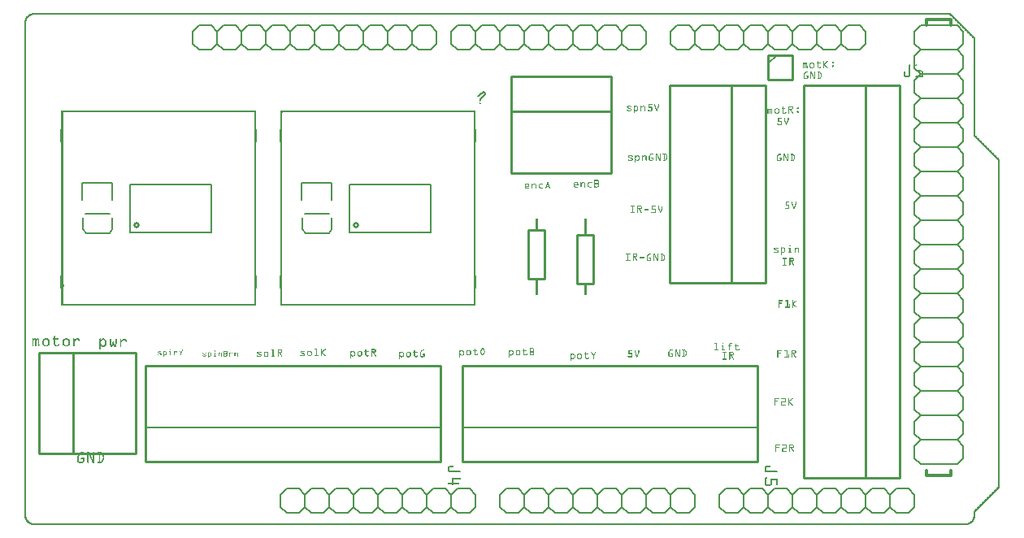
<source format=gto>
G04 MADE WITH FRITZING*
G04 WWW.FRITZING.ORG*
G04 DOUBLE SIDED*
G04 HOLES PLATED*
G04 CONTOUR ON CENTER OF CONTOUR VECTOR*
%ASAXBY*%
%FSLAX23Y23*%
%MOIN*%
%OFA0B0*%
%SFA1.0B1.0*%
%ADD10C,0.025567X0.00956692*%
%ADD11C,0.012000*%
%ADD12C,0.006000*%
%ADD13C,0.010417*%
%ADD14C,0.010000*%
%ADD15C,0.005000*%
%ADD16C,0.008000*%
%ADD17R,0.001000X0.001000*%
%LNSILK1*%
G90*
G70*
G54D10*
X1367Y1235D03*
X467Y1235D03*
G54D11*
X3707Y230D02*
X3707Y210D01*
D02*
X3707Y210D02*
X3807Y210D01*
D02*
X3807Y210D02*
X3807Y230D01*
D02*
X3707Y2055D02*
X3707Y2080D01*
D02*
X3707Y2080D02*
X3807Y2080D01*
D02*
X3807Y2080D02*
X3807Y2055D01*
G54D12*
D02*
X3482Y155D02*
X3532Y155D01*
D02*
X3532Y155D02*
X3557Y130D01*
D02*
X3557Y130D02*
X3557Y80D01*
D02*
X3557Y80D02*
X3532Y55D01*
D02*
X3357Y130D02*
X3382Y155D01*
D02*
X3382Y155D02*
X3432Y155D01*
D02*
X3432Y155D02*
X3457Y130D01*
D02*
X3457Y130D02*
X3457Y80D01*
D02*
X3457Y80D02*
X3432Y55D01*
D02*
X3432Y55D02*
X3382Y55D01*
D02*
X3382Y55D02*
X3357Y80D01*
D02*
X3482Y155D02*
X3457Y130D01*
D02*
X3457Y80D02*
X3482Y55D01*
D02*
X3532Y55D02*
X3482Y55D01*
D02*
X3182Y155D02*
X3232Y155D01*
D02*
X3232Y155D02*
X3257Y130D01*
D02*
X3257Y130D02*
X3257Y80D01*
D02*
X3257Y80D02*
X3232Y55D01*
D02*
X3257Y130D02*
X3282Y155D01*
D02*
X3282Y155D02*
X3332Y155D01*
D02*
X3332Y155D02*
X3357Y130D01*
D02*
X3357Y130D02*
X3357Y80D01*
D02*
X3357Y80D02*
X3332Y55D01*
D02*
X3332Y55D02*
X3282Y55D01*
D02*
X3282Y55D02*
X3257Y80D01*
D02*
X3057Y130D02*
X3082Y155D01*
D02*
X3082Y155D02*
X3132Y155D01*
D02*
X3132Y155D02*
X3157Y130D01*
D02*
X3157Y130D02*
X3157Y80D01*
D02*
X3157Y80D02*
X3132Y55D01*
D02*
X3132Y55D02*
X3082Y55D01*
D02*
X3082Y55D02*
X3057Y80D01*
D02*
X3182Y155D02*
X3157Y130D01*
D02*
X3157Y80D02*
X3182Y55D01*
D02*
X3232Y55D02*
X3182Y55D01*
D02*
X2882Y155D02*
X2932Y155D01*
D02*
X2932Y155D02*
X2957Y130D01*
D02*
X2957Y130D02*
X2957Y80D01*
D02*
X2957Y80D02*
X2932Y55D01*
D02*
X2957Y130D02*
X2982Y155D01*
D02*
X2982Y155D02*
X3032Y155D01*
D02*
X3032Y155D02*
X3057Y130D01*
D02*
X3057Y130D02*
X3057Y80D01*
D02*
X3057Y80D02*
X3032Y55D01*
D02*
X3032Y55D02*
X2982Y55D01*
D02*
X2982Y55D02*
X2957Y80D01*
D02*
X2857Y130D02*
X2857Y80D01*
D02*
X2882Y155D02*
X2857Y130D01*
D02*
X2857Y80D02*
X2882Y55D01*
D02*
X2932Y55D02*
X2882Y55D01*
D02*
X3582Y155D02*
X3632Y155D01*
D02*
X3632Y155D02*
X3657Y130D01*
D02*
X3657Y130D02*
X3657Y80D01*
D02*
X3657Y80D02*
X3632Y55D01*
D02*
X3582Y155D02*
X3557Y130D01*
D02*
X3557Y80D02*
X3582Y55D01*
D02*
X3632Y55D02*
X3582Y55D01*
D02*
X2582Y155D02*
X2632Y155D01*
D02*
X2632Y155D02*
X2657Y130D01*
D02*
X2657Y130D02*
X2657Y80D01*
D02*
X2657Y80D02*
X2632Y55D01*
D02*
X2457Y130D02*
X2482Y155D01*
D02*
X2482Y155D02*
X2532Y155D01*
D02*
X2532Y155D02*
X2557Y130D01*
D02*
X2557Y130D02*
X2557Y80D01*
D02*
X2557Y80D02*
X2532Y55D01*
D02*
X2532Y55D02*
X2482Y55D01*
D02*
X2482Y55D02*
X2457Y80D01*
D02*
X2582Y155D02*
X2557Y130D01*
D02*
X2557Y80D02*
X2582Y55D01*
D02*
X2632Y55D02*
X2582Y55D01*
D02*
X2282Y155D02*
X2332Y155D01*
D02*
X2332Y155D02*
X2357Y130D01*
D02*
X2357Y130D02*
X2357Y80D01*
D02*
X2357Y80D02*
X2332Y55D01*
D02*
X2357Y130D02*
X2382Y155D01*
D02*
X2382Y155D02*
X2432Y155D01*
D02*
X2432Y155D02*
X2457Y130D01*
D02*
X2457Y130D02*
X2457Y80D01*
D02*
X2457Y80D02*
X2432Y55D01*
D02*
X2432Y55D02*
X2382Y55D01*
D02*
X2382Y55D02*
X2357Y80D01*
D02*
X2157Y130D02*
X2182Y155D01*
D02*
X2182Y155D02*
X2232Y155D01*
D02*
X2232Y155D02*
X2257Y130D01*
D02*
X2257Y130D02*
X2257Y80D01*
D02*
X2257Y80D02*
X2232Y55D01*
D02*
X2232Y55D02*
X2182Y55D01*
D02*
X2182Y55D02*
X2157Y80D01*
D02*
X2282Y155D02*
X2257Y130D01*
D02*
X2257Y80D02*
X2282Y55D01*
D02*
X2332Y55D02*
X2282Y55D01*
D02*
X1982Y155D02*
X2032Y155D01*
D02*
X2032Y155D02*
X2057Y130D01*
D02*
X2057Y130D02*
X2057Y80D01*
D02*
X2057Y80D02*
X2032Y55D01*
D02*
X2057Y130D02*
X2082Y155D01*
D02*
X2082Y155D02*
X2132Y155D01*
D02*
X2132Y155D02*
X2157Y130D01*
D02*
X2157Y130D02*
X2157Y80D01*
D02*
X2157Y80D02*
X2132Y55D01*
D02*
X2132Y55D02*
X2082Y55D01*
D02*
X2082Y55D02*
X2057Y80D01*
D02*
X1957Y130D02*
X1957Y80D01*
D02*
X1982Y155D02*
X1957Y130D01*
D02*
X1957Y80D02*
X1982Y55D01*
D02*
X2032Y55D02*
X1982Y55D01*
D02*
X2682Y155D02*
X2732Y155D01*
D02*
X2732Y155D02*
X2757Y130D01*
D02*
X2757Y130D02*
X2757Y80D01*
D02*
X2757Y80D02*
X2732Y55D01*
D02*
X2682Y155D02*
X2657Y130D01*
D02*
X2657Y80D02*
X2682Y55D01*
D02*
X2732Y55D02*
X2682Y55D01*
D02*
X2832Y1955D02*
X2782Y1955D01*
D02*
X2782Y1955D02*
X2757Y1980D01*
D02*
X2757Y1980D02*
X2757Y2030D01*
D02*
X2757Y2030D02*
X2782Y2055D01*
D02*
X2957Y1980D02*
X2932Y1955D01*
D02*
X2932Y1955D02*
X2882Y1955D01*
D02*
X2882Y1955D02*
X2857Y1980D01*
D02*
X2857Y1980D02*
X2857Y2030D01*
D02*
X2857Y2030D02*
X2882Y2055D01*
D02*
X2882Y2055D02*
X2932Y2055D01*
D02*
X2932Y2055D02*
X2957Y2030D01*
D02*
X2832Y1955D02*
X2857Y1980D01*
D02*
X2857Y2030D02*
X2832Y2055D01*
D02*
X2782Y2055D02*
X2832Y2055D01*
D02*
X3132Y1955D02*
X3082Y1955D01*
D02*
X3082Y1955D02*
X3057Y1980D01*
D02*
X3057Y1980D02*
X3057Y2030D01*
D02*
X3057Y2030D02*
X3082Y2055D01*
D02*
X3057Y1980D02*
X3032Y1955D01*
D02*
X3032Y1955D02*
X2982Y1955D01*
D02*
X2982Y1955D02*
X2957Y1980D01*
D02*
X2957Y1980D02*
X2957Y2030D01*
D02*
X2957Y2030D02*
X2982Y2055D01*
D02*
X2982Y2055D02*
X3032Y2055D01*
D02*
X3032Y2055D02*
X3057Y2030D01*
D02*
X3257Y1980D02*
X3232Y1955D01*
D02*
X3232Y1955D02*
X3182Y1955D01*
D02*
X3182Y1955D02*
X3157Y1980D01*
D02*
X3157Y1980D02*
X3157Y2030D01*
D02*
X3157Y2030D02*
X3182Y2055D01*
D02*
X3182Y2055D02*
X3232Y2055D01*
D02*
X3232Y2055D02*
X3257Y2030D01*
D02*
X3132Y1955D02*
X3157Y1980D01*
D02*
X3157Y2030D02*
X3132Y2055D01*
D02*
X3082Y2055D02*
X3132Y2055D01*
D02*
X3432Y1955D02*
X3382Y1955D01*
D02*
X3382Y1955D02*
X3357Y1980D01*
D02*
X3357Y1980D02*
X3357Y2030D01*
D02*
X3357Y2030D02*
X3382Y2055D01*
D02*
X3357Y1980D02*
X3332Y1955D01*
D02*
X3332Y1955D02*
X3282Y1955D01*
D02*
X3282Y1955D02*
X3257Y1980D01*
D02*
X3257Y1980D02*
X3257Y2030D01*
D02*
X3257Y2030D02*
X3282Y2055D01*
D02*
X3282Y2055D02*
X3332Y2055D01*
D02*
X3332Y2055D02*
X3357Y2030D01*
D02*
X3457Y1980D02*
X3457Y2030D01*
D02*
X3432Y1955D02*
X3457Y1980D01*
D02*
X3457Y2030D02*
X3432Y2055D01*
D02*
X3382Y2055D02*
X3432Y2055D01*
D02*
X2732Y1955D02*
X2682Y1955D01*
D02*
X2682Y1955D02*
X2657Y1980D01*
D02*
X2657Y1980D02*
X2657Y2030D01*
D02*
X2657Y2030D02*
X2682Y2055D01*
D02*
X2732Y1955D02*
X2757Y1980D01*
D02*
X2757Y2030D02*
X2732Y2055D01*
D02*
X2682Y2055D02*
X2732Y2055D01*
D02*
X1497Y2030D02*
X1522Y2055D01*
D02*
X1522Y2055D02*
X1572Y2055D01*
D02*
X1572Y2055D02*
X1597Y2030D01*
D02*
X1597Y2030D02*
X1597Y1980D01*
D02*
X1597Y1980D02*
X1572Y1955D01*
D02*
X1572Y1955D02*
X1522Y1955D01*
D02*
X1522Y1955D02*
X1497Y1980D01*
D02*
X1322Y2055D02*
X1372Y2055D01*
D02*
X1372Y2055D02*
X1397Y2030D01*
D02*
X1397Y2030D02*
X1397Y1980D01*
D02*
X1397Y1980D02*
X1372Y1955D01*
D02*
X1397Y2030D02*
X1422Y2055D01*
D02*
X1422Y2055D02*
X1472Y2055D01*
D02*
X1472Y2055D02*
X1497Y2030D01*
D02*
X1497Y2030D02*
X1497Y1980D01*
D02*
X1497Y1980D02*
X1472Y1955D01*
D02*
X1472Y1955D02*
X1422Y1955D01*
D02*
X1422Y1955D02*
X1397Y1980D01*
D02*
X1197Y2030D02*
X1222Y2055D01*
D02*
X1222Y2055D02*
X1272Y2055D01*
D02*
X1272Y2055D02*
X1297Y2030D01*
D02*
X1297Y2030D02*
X1297Y1980D01*
D02*
X1297Y1980D02*
X1272Y1955D01*
D02*
X1272Y1955D02*
X1222Y1955D01*
D02*
X1222Y1955D02*
X1197Y1980D01*
D02*
X1322Y2055D02*
X1297Y2030D01*
D02*
X1297Y1980D02*
X1322Y1955D01*
D02*
X1372Y1955D02*
X1322Y1955D01*
D02*
X1022Y2055D02*
X1072Y2055D01*
D02*
X1072Y2055D02*
X1097Y2030D01*
D02*
X1097Y2030D02*
X1097Y1980D01*
D02*
X1097Y1980D02*
X1072Y1955D01*
D02*
X1097Y2030D02*
X1122Y2055D01*
D02*
X1122Y2055D02*
X1172Y2055D01*
D02*
X1172Y2055D02*
X1197Y2030D01*
D02*
X1197Y2030D02*
X1197Y1980D01*
D02*
X1197Y1980D02*
X1172Y1955D01*
D02*
X1172Y1955D02*
X1122Y1955D01*
D02*
X1122Y1955D02*
X1097Y1980D01*
D02*
X897Y2030D02*
X922Y2055D01*
D02*
X922Y2055D02*
X972Y2055D01*
D02*
X972Y2055D02*
X997Y2030D01*
D02*
X997Y2030D02*
X997Y1980D01*
D02*
X997Y1980D02*
X972Y1955D01*
D02*
X972Y1955D02*
X922Y1955D01*
D02*
X922Y1955D02*
X897Y1980D01*
D02*
X1022Y2055D02*
X997Y2030D01*
D02*
X997Y1980D02*
X1022Y1955D01*
D02*
X1072Y1955D02*
X1022Y1955D01*
D02*
X722Y2055D02*
X772Y2055D01*
D02*
X772Y2055D02*
X797Y2030D01*
D02*
X797Y2030D02*
X797Y1980D01*
D02*
X797Y1980D02*
X772Y1955D01*
D02*
X797Y2030D02*
X822Y2055D01*
D02*
X822Y2055D02*
X872Y2055D01*
D02*
X872Y2055D02*
X897Y2030D01*
D02*
X897Y2030D02*
X897Y1980D01*
D02*
X897Y1980D02*
X872Y1955D01*
D02*
X872Y1955D02*
X822Y1955D01*
D02*
X822Y1955D02*
X797Y1980D01*
D02*
X697Y2030D02*
X697Y1980D01*
D02*
X722Y2055D02*
X697Y2030D01*
D02*
X697Y1980D02*
X722Y1955D01*
D02*
X772Y1955D02*
X722Y1955D01*
D02*
X1622Y2055D02*
X1672Y2055D01*
D02*
X1672Y2055D02*
X1697Y2030D01*
D02*
X1697Y2030D02*
X1697Y1980D01*
D02*
X1697Y1980D02*
X1672Y1955D01*
D02*
X1622Y2055D02*
X1597Y2030D01*
D02*
X1597Y1980D02*
X1622Y1955D01*
D02*
X1672Y1955D02*
X1622Y1955D01*
D02*
X1682Y155D02*
X1732Y155D01*
D02*
X1732Y155D02*
X1757Y130D01*
D02*
X1757Y130D02*
X1757Y80D01*
D02*
X1757Y80D02*
X1732Y55D01*
D02*
X1557Y130D02*
X1582Y155D01*
D02*
X1582Y155D02*
X1632Y155D01*
D02*
X1632Y155D02*
X1657Y130D01*
D02*
X1657Y130D02*
X1657Y80D01*
D02*
X1657Y80D02*
X1632Y55D01*
D02*
X1632Y55D02*
X1582Y55D01*
D02*
X1582Y55D02*
X1557Y80D01*
D02*
X1682Y155D02*
X1657Y130D01*
D02*
X1657Y80D02*
X1682Y55D01*
D02*
X1732Y55D02*
X1682Y55D01*
D02*
X1382Y155D02*
X1432Y155D01*
D02*
X1432Y155D02*
X1457Y130D01*
D02*
X1457Y130D02*
X1457Y80D01*
D02*
X1457Y80D02*
X1432Y55D01*
D02*
X1457Y130D02*
X1482Y155D01*
D02*
X1482Y155D02*
X1532Y155D01*
D02*
X1532Y155D02*
X1557Y130D01*
D02*
X1557Y130D02*
X1557Y80D01*
D02*
X1557Y80D02*
X1532Y55D01*
D02*
X1532Y55D02*
X1482Y55D01*
D02*
X1482Y55D02*
X1457Y80D01*
D02*
X1257Y130D02*
X1282Y155D01*
D02*
X1282Y155D02*
X1332Y155D01*
D02*
X1332Y155D02*
X1357Y130D01*
D02*
X1357Y130D02*
X1357Y80D01*
D02*
X1357Y80D02*
X1332Y55D01*
D02*
X1332Y55D02*
X1282Y55D01*
D02*
X1282Y55D02*
X1257Y80D01*
D02*
X1382Y155D02*
X1357Y130D01*
D02*
X1357Y80D02*
X1382Y55D01*
D02*
X1432Y55D02*
X1382Y55D01*
D02*
X1082Y155D02*
X1132Y155D01*
D02*
X1132Y155D02*
X1157Y130D01*
D02*
X1157Y130D02*
X1157Y80D01*
D02*
X1157Y80D02*
X1132Y55D01*
D02*
X1157Y130D02*
X1182Y155D01*
D02*
X1182Y155D02*
X1232Y155D01*
D02*
X1232Y155D02*
X1257Y130D01*
D02*
X1257Y130D02*
X1257Y80D01*
D02*
X1257Y80D02*
X1232Y55D01*
D02*
X1232Y55D02*
X1182Y55D01*
D02*
X1182Y55D02*
X1157Y80D01*
D02*
X1057Y130D02*
X1057Y80D01*
D02*
X1082Y155D02*
X1057Y130D01*
D02*
X1057Y80D02*
X1082Y55D01*
D02*
X1132Y55D02*
X1082Y55D01*
D02*
X1782Y155D02*
X1832Y155D01*
D02*
X1832Y155D02*
X1857Y130D01*
D02*
X1857Y130D02*
X1857Y80D01*
D02*
X1857Y80D02*
X1832Y55D01*
D02*
X1782Y155D02*
X1757Y130D01*
D02*
X1757Y80D02*
X1782Y55D01*
D02*
X1832Y55D02*
X1782Y55D01*
D02*
X1932Y1955D02*
X1882Y1955D01*
D02*
X1882Y1955D02*
X1857Y1980D01*
D02*
X1857Y1980D02*
X1857Y2030D01*
D02*
X1857Y2030D02*
X1882Y2055D01*
D02*
X2057Y1980D02*
X2032Y1955D01*
D02*
X2032Y1955D02*
X1982Y1955D01*
D02*
X1982Y1955D02*
X1957Y1980D01*
D02*
X1957Y1980D02*
X1957Y2030D01*
D02*
X1957Y2030D02*
X1982Y2055D01*
D02*
X1982Y2055D02*
X2032Y2055D01*
D02*
X2032Y2055D02*
X2057Y2030D01*
D02*
X1932Y1955D02*
X1957Y1980D01*
D02*
X1957Y2030D02*
X1932Y2055D01*
D02*
X1882Y2055D02*
X1932Y2055D01*
D02*
X2232Y1955D02*
X2182Y1955D01*
D02*
X2182Y1955D02*
X2157Y1980D01*
D02*
X2157Y1980D02*
X2157Y2030D01*
D02*
X2157Y2030D02*
X2182Y2055D01*
D02*
X2157Y1980D02*
X2132Y1955D01*
D02*
X2132Y1955D02*
X2082Y1955D01*
D02*
X2082Y1955D02*
X2057Y1980D01*
D02*
X2057Y1980D02*
X2057Y2030D01*
D02*
X2057Y2030D02*
X2082Y2055D01*
D02*
X2082Y2055D02*
X2132Y2055D01*
D02*
X2132Y2055D02*
X2157Y2030D01*
D02*
X2357Y1980D02*
X2332Y1955D01*
D02*
X2332Y1955D02*
X2282Y1955D01*
D02*
X2282Y1955D02*
X2257Y1980D01*
D02*
X2257Y1980D02*
X2257Y2030D01*
D02*
X2257Y2030D02*
X2282Y2055D01*
D02*
X2282Y2055D02*
X2332Y2055D01*
D02*
X2332Y2055D02*
X2357Y2030D01*
D02*
X2232Y1955D02*
X2257Y1980D01*
D02*
X2257Y2030D02*
X2232Y2055D01*
D02*
X2182Y2055D02*
X2232Y2055D01*
D02*
X2532Y1955D02*
X2482Y1955D01*
D02*
X2482Y1955D02*
X2457Y1980D01*
D02*
X2457Y1980D02*
X2457Y2030D01*
D02*
X2457Y2030D02*
X2482Y2055D01*
D02*
X2457Y1980D02*
X2432Y1955D01*
D02*
X2432Y1955D02*
X2382Y1955D01*
D02*
X2382Y1955D02*
X2357Y1980D01*
D02*
X2357Y1980D02*
X2357Y2030D01*
D02*
X2357Y2030D02*
X2382Y2055D01*
D02*
X2382Y2055D02*
X2432Y2055D01*
D02*
X2432Y2055D02*
X2457Y2030D01*
D02*
X2557Y1980D02*
X2557Y2030D01*
D02*
X2532Y1955D02*
X2557Y1980D01*
D02*
X2557Y2030D02*
X2532Y2055D01*
D02*
X2482Y2055D02*
X2532Y2055D01*
D02*
X1832Y1955D02*
X1782Y1955D01*
D02*
X1782Y1955D02*
X1757Y1980D01*
D02*
X1757Y1980D02*
X1757Y2030D01*
D02*
X1757Y2030D02*
X1782Y2055D01*
D02*
X1832Y1955D02*
X1857Y1980D01*
D02*
X1857Y2030D02*
X1832Y2055D01*
D02*
X1782Y2055D02*
X1832Y2055D01*
D02*
X3682Y2055D02*
X3657Y2030D01*
D02*
X3657Y2030D02*
X3657Y1980D01*
D02*
X3657Y1980D02*
X3682Y1955D01*
D02*
X3682Y1955D02*
X3657Y1930D01*
D02*
X3657Y1930D02*
X3657Y1880D01*
D02*
X3657Y1880D02*
X3682Y1855D01*
D02*
X3682Y1855D02*
X3657Y1830D01*
D02*
X3657Y1830D02*
X3657Y1780D01*
D02*
X3657Y1780D02*
X3682Y1755D01*
D02*
X3682Y1755D02*
X3657Y1730D01*
D02*
X3657Y1730D02*
X3657Y1680D01*
D02*
X3657Y1680D02*
X3682Y1655D01*
D02*
X3682Y1655D02*
X3657Y1630D01*
D02*
X3657Y1630D02*
X3657Y1580D01*
D02*
X3657Y1580D02*
X3682Y1555D01*
D02*
X3682Y1555D02*
X3657Y1530D01*
D02*
X3657Y1530D02*
X3657Y1480D01*
D02*
X3657Y1480D02*
X3682Y1455D01*
D02*
X3682Y2055D02*
X3832Y2055D01*
D02*
X3832Y2055D02*
X3857Y2030D01*
D02*
X3857Y2030D02*
X3857Y1980D01*
D02*
X3857Y1980D02*
X3832Y1955D01*
D02*
X3832Y1955D02*
X3857Y1930D01*
D02*
X3857Y1930D02*
X3857Y1880D01*
D02*
X3857Y1880D02*
X3832Y1855D01*
D02*
X3832Y1855D02*
X3857Y1830D01*
D02*
X3857Y1830D02*
X3857Y1780D01*
D02*
X3857Y1780D02*
X3832Y1755D01*
D02*
X3832Y1755D02*
X3857Y1730D01*
D02*
X3857Y1730D02*
X3857Y1680D01*
D02*
X3857Y1680D02*
X3832Y1655D01*
D02*
X3832Y1655D02*
X3857Y1630D01*
D02*
X3857Y1630D02*
X3857Y1580D01*
D02*
X3857Y1580D02*
X3832Y1555D01*
D02*
X3832Y1555D02*
X3857Y1530D01*
D02*
X3857Y1530D02*
X3857Y1480D01*
D02*
X3857Y1480D02*
X3832Y1455D01*
D02*
X3832Y1455D02*
X3857Y1430D01*
D02*
X3857Y1430D02*
X3857Y1380D01*
D02*
X3857Y1380D02*
X3832Y1355D01*
D02*
X3832Y1355D02*
X3857Y1330D01*
D02*
X3857Y1330D02*
X3857Y1280D01*
D02*
X3857Y1280D02*
X3832Y1255D01*
D02*
X3832Y1255D02*
X3857Y1230D01*
D02*
X3857Y1230D02*
X3857Y1180D01*
D02*
X3857Y1180D02*
X3832Y1155D01*
D02*
X3832Y1155D02*
X3857Y1130D01*
D02*
X3857Y1130D02*
X3857Y1080D01*
D02*
X3857Y1080D02*
X3832Y1055D01*
D02*
X3832Y1055D02*
X3857Y1030D01*
D02*
X3857Y1030D02*
X3857Y980D01*
D02*
X3857Y980D02*
X3832Y955D01*
D02*
X3832Y955D02*
X3857Y930D01*
D02*
X3857Y930D02*
X3857Y880D01*
D02*
X3832Y855D02*
X3857Y880D01*
D02*
X3832Y855D02*
X3857Y830D01*
D02*
X3857Y780D02*
X3857Y830D01*
D02*
X3857Y780D02*
X3832Y755D01*
D02*
X3832Y755D02*
X3857Y730D01*
D02*
X3857Y680D02*
X3857Y730D01*
D02*
X3857Y680D02*
X3832Y655D01*
D02*
X3832Y655D02*
X3857Y630D01*
D02*
X3857Y580D02*
X3857Y630D01*
D02*
X3857Y580D02*
X3832Y555D01*
D02*
X3832Y555D02*
X3857Y530D01*
D02*
X3857Y480D02*
X3857Y530D01*
D02*
X3857Y480D02*
X3832Y455D01*
D02*
X3832Y455D02*
X3857Y430D01*
D02*
X3857Y380D02*
X3857Y430D01*
D02*
X3857Y380D02*
X3832Y355D01*
D02*
X3832Y355D02*
X3857Y330D01*
D02*
X3857Y280D02*
X3857Y330D01*
D02*
X3857Y280D02*
X3832Y255D01*
D02*
X3682Y255D02*
X3657Y280D01*
D02*
X3657Y280D02*
X3657Y330D01*
D02*
X3682Y355D02*
X3657Y330D01*
D02*
X3682Y355D02*
X3657Y380D01*
D02*
X3657Y380D02*
X3657Y430D01*
D02*
X3682Y455D02*
X3657Y430D01*
D02*
X3682Y455D02*
X3657Y480D01*
D02*
X3657Y530D02*
X3657Y480D01*
D02*
X3657Y530D02*
X3682Y555D01*
D02*
X3682Y555D02*
X3657Y580D01*
D02*
X3657Y630D02*
X3657Y580D01*
D02*
X3657Y630D02*
X3682Y655D01*
D02*
X3682Y655D02*
X3657Y680D01*
D02*
X3657Y680D02*
X3657Y730D01*
D02*
X3682Y755D02*
X3657Y730D01*
D02*
X3682Y755D02*
X3657Y780D01*
D02*
X3657Y780D02*
X3657Y830D01*
D02*
X3682Y855D02*
X3657Y830D01*
D02*
X3682Y855D02*
X3657Y880D01*
D02*
X3657Y880D02*
X3657Y930D01*
D02*
X3682Y955D02*
X3657Y930D01*
D02*
X3682Y955D02*
X3657Y980D01*
D02*
X3657Y980D02*
X3657Y1030D01*
D02*
X3682Y1055D02*
X3657Y1030D01*
D02*
X3682Y1055D02*
X3657Y1080D01*
D02*
X3657Y1080D02*
X3657Y1130D01*
D02*
X3682Y1155D02*
X3657Y1130D01*
D02*
X3682Y1155D02*
X3657Y1180D01*
D02*
X3657Y1180D02*
X3657Y1230D01*
D02*
X3682Y1255D02*
X3657Y1230D01*
D02*
X3682Y1255D02*
X3657Y1280D01*
D02*
X3657Y1280D02*
X3657Y1330D01*
D02*
X3682Y1355D02*
X3657Y1330D01*
D02*
X3682Y1355D02*
X3657Y1380D01*
D02*
X3657Y1380D02*
X3657Y1430D01*
D02*
X3682Y1455D02*
X3657Y1430D01*
D02*
X3832Y1955D02*
X3682Y1955D01*
D02*
X3832Y1855D02*
X3682Y1855D01*
D02*
X3832Y1755D02*
X3682Y1755D01*
D02*
X3832Y1655D02*
X3682Y1655D01*
D02*
X3832Y1555D02*
X3682Y1555D01*
D02*
X3832Y1455D02*
X3682Y1455D01*
D02*
X3832Y1355D02*
X3682Y1355D01*
D02*
X3832Y1255D02*
X3682Y1255D01*
D02*
X3832Y1155D02*
X3682Y1155D01*
D02*
X3832Y1055D02*
X3682Y1055D01*
D02*
X3832Y955D02*
X3682Y955D01*
D02*
X3832Y855D02*
X3682Y855D01*
D02*
X3832Y755D02*
X3682Y755D01*
D02*
X3832Y655D02*
X3682Y655D01*
D02*
X3832Y555D02*
X3682Y555D01*
D02*
X3832Y455D02*
X3682Y455D01*
D02*
X3832Y355D02*
X3682Y355D01*
D02*
X3832Y255D02*
X3682Y255D01*
G54D13*
D02*
X462Y300D02*
X462Y711D01*
D02*
X462Y711D02*
X66Y711D01*
D02*
X66Y711D02*
X66Y300D01*
D02*
X66Y300D02*
X462Y300D01*
D02*
X208Y711D02*
X208Y300D01*
G54D14*
D02*
X2340Y1195D02*
X2340Y995D01*
D02*
X2340Y995D02*
X2274Y995D01*
D02*
X2274Y995D02*
X2274Y1195D01*
D02*
X2274Y1195D02*
X2340Y1195D01*
D02*
X2074Y1014D02*
X2074Y1214D01*
D02*
X2074Y1214D02*
X2140Y1214D01*
D02*
X2140Y1214D02*
X2140Y1014D01*
D02*
X2140Y1014D02*
X2074Y1014D01*
G54D13*
D02*
X3202Y1810D02*
X3202Y200D01*
D02*
X3202Y200D02*
X3597Y200D01*
D02*
X3597Y200D02*
X3597Y1810D01*
D02*
X3597Y1810D02*
X3202Y1810D01*
D02*
X3455Y200D02*
X3455Y1810D01*
G54D14*
D02*
X1712Y660D02*
X502Y660D01*
D02*
X502Y660D02*
X502Y264D01*
D02*
X502Y264D02*
X1712Y264D01*
D02*
X1712Y264D02*
X1712Y660D01*
G54D15*
D02*
X502Y406D02*
X1712Y406D01*
G54D14*
D02*
X3012Y660D02*
X1802Y660D01*
D02*
X1802Y660D02*
X1802Y264D01*
D02*
X1802Y264D02*
X3012Y264D01*
D02*
X3012Y264D02*
X3012Y660D01*
G54D15*
D02*
X1802Y406D02*
X3012Y406D01*
G54D16*
D02*
X1144Y1340D02*
X1144Y1407D01*
D02*
X1144Y1407D02*
X1268Y1407D01*
D02*
X1268Y1407D02*
X1268Y1340D01*
D02*
X1146Y1265D02*
X1146Y1218D01*
D02*
X1146Y1218D02*
X1159Y1202D01*
D02*
X1159Y1202D02*
X1256Y1202D01*
D02*
X1256Y1202D02*
X1268Y1218D01*
D02*
X1268Y1218D02*
X1268Y1265D01*
D02*
X1268Y1218D02*
X1268Y1265D01*
D02*
X1258Y1281D02*
X1156Y1281D01*
D02*
X1857Y980D02*
X1857Y1030D01*
D02*
X1057Y980D02*
X1057Y1030D01*
D02*
X1057Y1630D02*
X1057Y1580D01*
D02*
X1857Y1630D02*
X1857Y1580D01*
D02*
X1339Y1403D02*
X1674Y1403D01*
D02*
X1674Y1403D02*
X1674Y1206D01*
D02*
X1674Y1206D02*
X1339Y1206D01*
D02*
X1339Y1206D02*
X1339Y1403D01*
G54D13*
D02*
X2652Y1810D02*
X2652Y1000D01*
D02*
X2652Y1000D02*
X3047Y1000D01*
D02*
X3047Y1000D02*
X3047Y1810D01*
D02*
X3047Y1810D02*
X2652Y1810D01*
D02*
X2905Y1000D02*
X2905Y1810D01*
D02*
X2002Y1450D02*
X2412Y1450D01*
D02*
X2412Y1450D02*
X2412Y1846D01*
D02*
X2412Y1846D02*
X2002Y1846D01*
D02*
X2002Y1846D02*
X2002Y1450D01*
D02*
X2412Y1703D02*
X2002Y1703D01*
G54D16*
D02*
X244Y1340D02*
X244Y1407D01*
D02*
X244Y1407D02*
X368Y1407D01*
D02*
X368Y1407D02*
X368Y1340D01*
D02*
X246Y1265D02*
X246Y1218D01*
D02*
X246Y1218D02*
X259Y1202D01*
D02*
X259Y1202D02*
X356Y1202D01*
D02*
X356Y1202D02*
X368Y1218D01*
D02*
X368Y1218D02*
X368Y1265D01*
D02*
X368Y1218D02*
X368Y1265D01*
D02*
X358Y1281D02*
X256Y1281D01*
D02*
X957Y980D02*
X957Y1030D01*
D02*
X157Y980D02*
X157Y1030D01*
D02*
X157Y1630D02*
X157Y1580D01*
D02*
X957Y1630D02*
X957Y1580D01*
D02*
X439Y1403D02*
X774Y1403D01*
D02*
X774Y1403D02*
X774Y1206D01*
D02*
X774Y1206D02*
X439Y1206D01*
D02*
X439Y1206D02*
X439Y1403D01*
G54D14*
D02*
X3057Y1932D02*
X3057Y1832D01*
D02*
X3057Y1832D02*
X3157Y1832D01*
D02*
X3157Y1832D02*
X3157Y1932D01*
D02*
X3157Y1932D02*
X3057Y1932D01*
G54D15*
D02*
X3057Y1897D02*
X3092Y1932D01*
G54D17*
X41Y2105D02*
X3804Y2105D01*
X36Y2104D02*
X3805Y2104D01*
X33Y2103D02*
X3806Y2103D01*
X30Y2102D02*
X3807Y2102D01*
X28Y2101D02*
X3808Y2101D01*
X26Y2100D02*
X3809Y2100D01*
X25Y2099D02*
X3810Y2099D01*
X23Y2098D02*
X3811Y2098D01*
X22Y2097D02*
X40Y2097D01*
X3801Y2097D02*
X3812Y2097D01*
X21Y2096D02*
X36Y2096D01*
X3803Y2096D02*
X3813Y2096D01*
X20Y2095D02*
X33Y2095D01*
X3804Y2095D02*
X3814Y2095D01*
X19Y2094D02*
X31Y2094D01*
X3805Y2094D02*
X3815Y2094D01*
X18Y2093D02*
X29Y2093D01*
X3806Y2093D02*
X3816Y2093D01*
X17Y2092D02*
X28Y2092D01*
X3807Y2092D02*
X3817Y2092D01*
X16Y2091D02*
X26Y2091D01*
X3808Y2091D02*
X3818Y2091D01*
X15Y2090D02*
X25Y2090D01*
X3809Y2090D02*
X3819Y2090D01*
X14Y2089D02*
X24Y2089D01*
X3810Y2089D02*
X3820Y2089D01*
X14Y2088D02*
X23Y2088D01*
X3811Y2088D02*
X3821Y2088D01*
X13Y2087D02*
X22Y2087D01*
X3812Y2087D02*
X3822Y2087D01*
X12Y2086D02*
X21Y2086D01*
X3813Y2086D02*
X3823Y2086D01*
X12Y2085D02*
X20Y2085D01*
X3814Y2085D02*
X3824Y2085D01*
X11Y2084D02*
X20Y2084D01*
X3815Y2084D02*
X3825Y2084D01*
X11Y2083D02*
X19Y2083D01*
X3816Y2083D02*
X3826Y2083D01*
X10Y2082D02*
X18Y2082D01*
X3817Y2082D02*
X3827Y2082D01*
X10Y2081D02*
X18Y2081D01*
X3818Y2081D02*
X3828Y2081D01*
X10Y2080D02*
X17Y2080D01*
X3819Y2080D02*
X3829Y2080D01*
X9Y2079D02*
X17Y2079D01*
X3820Y2079D02*
X3830Y2079D01*
X9Y2078D02*
X16Y2078D01*
X3821Y2078D02*
X3831Y2078D01*
X9Y2077D02*
X16Y2077D01*
X3822Y2077D02*
X3832Y2077D01*
X8Y2076D02*
X15Y2076D01*
X3823Y2076D02*
X3833Y2076D01*
X8Y2075D02*
X15Y2075D01*
X3824Y2075D02*
X3834Y2075D01*
X8Y2074D02*
X15Y2074D01*
X3825Y2074D02*
X3835Y2074D01*
X8Y2073D02*
X15Y2073D01*
X3826Y2073D02*
X3836Y2073D01*
X7Y2072D02*
X14Y2072D01*
X3827Y2072D02*
X3837Y2072D01*
X7Y2071D02*
X14Y2071D01*
X3828Y2071D02*
X3838Y2071D01*
X7Y2070D02*
X14Y2070D01*
X3829Y2070D02*
X3839Y2070D01*
X7Y2069D02*
X14Y2069D01*
X3830Y2069D02*
X3840Y2069D01*
X7Y2068D02*
X14Y2068D01*
X3831Y2068D02*
X3841Y2068D01*
X7Y2067D02*
X14Y2067D01*
X3832Y2067D02*
X3842Y2067D01*
X7Y2066D02*
X14Y2066D01*
X3833Y2066D02*
X3843Y2066D01*
X7Y2065D02*
X14Y2065D01*
X3834Y2065D02*
X3844Y2065D01*
X7Y2064D02*
X14Y2064D01*
X3835Y2064D02*
X3845Y2064D01*
X7Y2063D02*
X14Y2063D01*
X3836Y2063D02*
X3846Y2063D01*
X7Y2062D02*
X14Y2062D01*
X3837Y2062D02*
X3847Y2062D01*
X7Y2061D02*
X14Y2061D01*
X3838Y2061D02*
X3848Y2061D01*
X7Y2060D02*
X14Y2060D01*
X3839Y2060D02*
X3849Y2060D01*
X7Y2059D02*
X14Y2059D01*
X3840Y2059D02*
X3850Y2059D01*
X7Y2058D02*
X14Y2058D01*
X3841Y2058D02*
X3851Y2058D01*
X7Y2057D02*
X14Y2057D01*
X3842Y2057D02*
X3852Y2057D01*
X7Y2056D02*
X14Y2056D01*
X3843Y2056D02*
X3853Y2056D01*
X7Y2055D02*
X14Y2055D01*
X3844Y2055D02*
X3854Y2055D01*
X7Y2054D02*
X14Y2054D01*
X3845Y2054D02*
X3855Y2054D01*
X7Y2053D02*
X14Y2053D01*
X3846Y2053D02*
X3856Y2053D01*
X7Y2052D02*
X14Y2052D01*
X3847Y2052D02*
X3857Y2052D01*
X7Y2051D02*
X14Y2051D01*
X3848Y2051D02*
X3858Y2051D01*
X7Y2050D02*
X14Y2050D01*
X3849Y2050D02*
X3859Y2050D01*
X7Y2049D02*
X14Y2049D01*
X3850Y2049D02*
X3860Y2049D01*
X7Y2048D02*
X14Y2048D01*
X3851Y2048D02*
X3861Y2048D01*
X7Y2047D02*
X14Y2047D01*
X3852Y2047D02*
X3862Y2047D01*
X7Y2046D02*
X14Y2046D01*
X3853Y2046D02*
X3863Y2046D01*
X7Y2045D02*
X14Y2045D01*
X3854Y2045D02*
X3864Y2045D01*
X7Y2044D02*
X14Y2044D01*
X3855Y2044D02*
X3865Y2044D01*
X7Y2043D02*
X14Y2043D01*
X3856Y2043D02*
X3866Y2043D01*
X7Y2042D02*
X14Y2042D01*
X3857Y2042D02*
X3867Y2042D01*
X7Y2041D02*
X14Y2041D01*
X3858Y2041D02*
X3868Y2041D01*
X7Y2040D02*
X14Y2040D01*
X3859Y2040D02*
X3869Y2040D01*
X7Y2039D02*
X14Y2039D01*
X3860Y2039D02*
X3870Y2039D01*
X7Y2038D02*
X14Y2038D01*
X3861Y2038D02*
X3871Y2038D01*
X7Y2037D02*
X14Y2037D01*
X3862Y2037D02*
X3872Y2037D01*
X7Y2036D02*
X14Y2036D01*
X3863Y2036D02*
X3873Y2036D01*
X7Y2035D02*
X14Y2035D01*
X3864Y2035D02*
X3874Y2035D01*
X7Y2034D02*
X14Y2034D01*
X3865Y2034D02*
X3875Y2034D01*
X7Y2033D02*
X14Y2033D01*
X3866Y2033D02*
X3876Y2033D01*
X7Y2032D02*
X14Y2032D01*
X3867Y2032D02*
X3877Y2032D01*
X7Y2031D02*
X14Y2031D01*
X3868Y2031D02*
X3878Y2031D01*
X7Y2030D02*
X14Y2030D01*
X3869Y2030D02*
X3879Y2030D01*
X7Y2029D02*
X14Y2029D01*
X3870Y2029D02*
X3880Y2029D01*
X7Y2028D02*
X14Y2028D01*
X3871Y2028D02*
X3881Y2028D01*
X7Y2027D02*
X14Y2027D01*
X3872Y2027D02*
X3882Y2027D01*
X7Y2026D02*
X14Y2026D01*
X3873Y2026D02*
X3883Y2026D01*
X7Y2025D02*
X14Y2025D01*
X3874Y2025D02*
X3884Y2025D01*
X7Y2024D02*
X14Y2024D01*
X3875Y2024D02*
X3885Y2024D01*
X7Y2023D02*
X14Y2023D01*
X3876Y2023D02*
X3886Y2023D01*
X7Y2022D02*
X14Y2022D01*
X3877Y2022D02*
X3887Y2022D01*
X7Y2021D02*
X14Y2021D01*
X3878Y2021D02*
X3888Y2021D01*
X7Y2020D02*
X14Y2020D01*
X3879Y2020D02*
X3889Y2020D01*
X7Y2019D02*
X14Y2019D01*
X3880Y2019D02*
X3890Y2019D01*
X7Y2018D02*
X14Y2018D01*
X3881Y2018D02*
X3891Y2018D01*
X7Y2017D02*
X14Y2017D01*
X3882Y2017D02*
X3892Y2017D01*
X7Y2016D02*
X14Y2016D01*
X3883Y2016D02*
X3893Y2016D01*
X7Y2015D02*
X14Y2015D01*
X3884Y2015D02*
X3894Y2015D01*
X7Y2014D02*
X14Y2014D01*
X3885Y2014D02*
X3895Y2014D01*
X7Y2013D02*
X14Y2013D01*
X3886Y2013D02*
X3896Y2013D01*
X7Y2012D02*
X14Y2012D01*
X3887Y2012D02*
X3897Y2012D01*
X7Y2011D02*
X14Y2011D01*
X3888Y2011D02*
X3898Y2011D01*
X7Y2010D02*
X14Y2010D01*
X3889Y2010D02*
X3899Y2010D01*
X7Y2009D02*
X14Y2009D01*
X3890Y2009D02*
X3900Y2009D01*
X7Y2008D02*
X14Y2008D01*
X3891Y2008D02*
X3901Y2008D01*
X7Y2007D02*
X14Y2007D01*
X3892Y2007D02*
X3902Y2007D01*
X7Y2006D02*
X14Y2006D01*
X3893Y2006D02*
X3903Y2006D01*
X7Y2005D02*
X14Y2005D01*
X3894Y2005D02*
X3904Y2005D01*
X7Y2004D02*
X14Y2004D01*
X3895Y2004D02*
X3905Y2004D01*
X7Y2003D02*
X14Y2003D01*
X3896Y2003D02*
X3906Y2003D01*
X7Y2002D02*
X14Y2002D01*
X3897Y2002D02*
X3906Y2002D01*
X7Y2001D02*
X14Y2001D01*
X3898Y2001D02*
X3906Y2001D01*
X7Y2000D02*
X14Y2000D01*
X3899Y2000D02*
X3906Y2000D01*
X7Y1999D02*
X14Y1999D01*
X3899Y1999D02*
X3906Y1999D01*
X7Y1998D02*
X14Y1998D01*
X3899Y1998D02*
X3906Y1998D01*
X7Y1997D02*
X14Y1997D01*
X3899Y1997D02*
X3906Y1997D01*
X7Y1996D02*
X14Y1996D01*
X3899Y1996D02*
X3906Y1996D01*
X7Y1995D02*
X14Y1995D01*
X3899Y1995D02*
X3906Y1995D01*
X7Y1994D02*
X14Y1994D01*
X3899Y1994D02*
X3906Y1994D01*
X7Y1993D02*
X14Y1993D01*
X3899Y1993D02*
X3906Y1993D01*
X7Y1992D02*
X14Y1992D01*
X3899Y1992D02*
X3906Y1992D01*
X7Y1991D02*
X14Y1991D01*
X3899Y1991D02*
X3906Y1991D01*
X7Y1990D02*
X14Y1990D01*
X3899Y1990D02*
X3906Y1990D01*
X7Y1989D02*
X14Y1989D01*
X3899Y1989D02*
X3906Y1989D01*
X7Y1988D02*
X14Y1988D01*
X3899Y1988D02*
X3906Y1988D01*
X7Y1987D02*
X14Y1987D01*
X3899Y1987D02*
X3906Y1987D01*
X7Y1986D02*
X14Y1986D01*
X3899Y1986D02*
X3906Y1986D01*
X7Y1985D02*
X14Y1985D01*
X3899Y1985D02*
X3906Y1985D01*
X7Y1984D02*
X14Y1984D01*
X3899Y1984D02*
X3906Y1984D01*
X7Y1983D02*
X14Y1983D01*
X3899Y1983D02*
X3906Y1983D01*
X7Y1982D02*
X14Y1982D01*
X3899Y1982D02*
X3906Y1982D01*
X7Y1981D02*
X14Y1981D01*
X3899Y1981D02*
X3906Y1981D01*
X7Y1980D02*
X14Y1980D01*
X3899Y1980D02*
X3906Y1980D01*
X7Y1979D02*
X14Y1979D01*
X3899Y1979D02*
X3906Y1979D01*
X7Y1978D02*
X14Y1978D01*
X3899Y1978D02*
X3906Y1978D01*
X7Y1977D02*
X14Y1977D01*
X3899Y1977D02*
X3906Y1977D01*
X7Y1976D02*
X14Y1976D01*
X3899Y1976D02*
X3906Y1976D01*
X7Y1975D02*
X14Y1975D01*
X3899Y1975D02*
X3906Y1975D01*
X7Y1974D02*
X14Y1974D01*
X3899Y1974D02*
X3906Y1974D01*
X7Y1973D02*
X14Y1973D01*
X3899Y1973D02*
X3906Y1973D01*
X7Y1972D02*
X14Y1972D01*
X3899Y1972D02*
X3906Y1972D01*
X7Y1971D02*
X14Y1971D01*
X3899Y1971D02*
X3906Y1971D01*
X7Y1970D02*
X14Y1970D01*
X3899Y1970D02*
X3906Y1970D01*
X7Y1969D02*
X14Y1969D01*
X3899Y1969D02*
X3906Y1969D01*
X7Y1968D02*
X14Y1968D01*
X3899Y1968D02*
X3906Y1968D01*
X7Y1967D02*
X14Y1967D01*
X3899Y1967D02*
X3906Y1967D01*
X7Y1966D02*
X14Y1966D01*
X3899Y1966D02*
X3906Y1966D01*
X7Y1965D02*
X14Y1965D01*
X3899Y1965D02*
X3906Y1965D01*
X7Y1964D02*
X14Y1964D01*
X3899Y1964D02*
X3906Y1964D01*
X7Y1963D02*
X14Y1963D01*
X3899Y1963D02*
X3906Y1963D01*
X7Y1962D02*
X14Y1962D01*
X3899Y1962D02*
X3906Y1962D01*
X7Y1961D02*
X14Y1961D01*
X3899Y1961D02*
X3906Y1961D01*
X7Y1960D02*
X14Y1960D01*
X3899Y1960D02*
X3906Y1960D01*
X7Y1959D02*
X14Y1959D01*
X3899Y1959D02*
X3906Y1959D01*
X7Y1958D02*
X14Y1958D01*
X3899Y1958D02*
X3906Y1958D01*
X7Y1957D02*
X14Y1957D01*
X3899Y1957D02*
X3906Y1957D01*
X7Y1956D02*
X14Y1956D01*
X3899Y1956D02*
X3906Y1956D01*
X7Y1955D02*
X14Y1955D01*
X3899Y1955D02*
X3906Y1955D01*
X7Y1954D02*
X14Y1954D01*
X3899Y1954D02*
X3906Y1954D01*
X7Y1953D02*
X14Y1953D01*
X3899Y1953D02*
X3906Y1953D01*
X7Y1952D02*
X14Y1952D01*
X3899Y1952D02*
X3906Y1952D01*
X7Y1951D02*
X14Y1951D01*
X3899Y1951D02*
X3906Y1951D01*
X7Y1950D02*
X14Y1950D01*
X3899Y1950D02*
X3906Y1950D01*
X7Y1949D02*
X14Y1949D01*
X3899Y1949D02*
X3906Y1949D01*
X7Y1948D02*
X14Y1948D01*
X3899Y1948D02*
X3906Y1948D01*
X7Y1947D02*
X14Y1947D01*
X3899Y1947D02*
X3906Y1947D01*
X7Y1946D02*
X14Y1946D01*
X3899Y1946D02*
X3906Y1946D01*
X7Y1945D02*
X14Y1945D01*
X3899Y1945D02*
X3906Y1945D01*
X7Y1944D02*
X14Y1944D01*
X3899Y1944D02*
X3906Y1944D01*
X7Y1943D02*
X14Y1943D01*
X3899Y1943D02*
X3906Y1943D01*
X7Y1942D02*
X14Y1942D01*
X3899Y1942D02*
X3906Y1942D01*
X7Y1941D02*
X14Y1941D01*
X3899Y1941D02*
X3906Y1941D01*
X7Y1940D02*
X14Y1940D01*
X3899Y1940D02*
X3906Y1940D01*
X7Y1939D02*
X14Y1939D01*
X3899Y1939D02*
X3906Y1939D01*
X7Y1938D02*
X14Y1938D01*
X3899Y1938D02*
X3906Y1938D01*
X7Y1937D02*
X14Y1937D01*
X3899Y1937D02*
X3906Y1937D01*
X7Y1936D02*
X14Y1936D01*
X3899Y1936D02*
X3906Y1936D01*
X7Y1935D02*
X14Y1935D01*
X3899Y1935D02*
X3906Y1935D01*
X7Y1934D02*
X14Y1934D01*
X3899Y1934D02*
X3906Y1934D01*
X7Y1933D02*
X14Y1933D01*
X3899Y1933D02*
X3906Y1933D01*
X7Y1932D02*
X14Y1932D01*
X3899Y1932D02*
X3906Y1932D01*
X7Y1931D02*
X14Y1931D01*
X3899Y1931D02*
X3906Y1931D01*
X7Y1930D02*
X14Y1930D01*
X3899Y1930D02*
X3906Y1930D01*
X7Y1929D02*
X14Y1929D01*
X3899Y1929D02*
X3906Y1929D01*
X7Y1928D02*
X14Y1928D01*
X3899Y1928D02*
X3906Y1928D01*
X7Y1927D02*
X14Y1927D01*
X3899Y1927D02*
X3906Y1927D01*
X7Y1926D02*
X14Y1926D01*
X3899Y1926D02*
X3906Y1926D01*
X7Y1925D02*
X14Y1925D01*
X3899Y1925D02*
X3906Y1925D01*
X7Y1924D02*
X14Y1924D01*
X3899Y1924D02*
X3906Y1924D01*
X7Y1923D02*
X14Y1923D01*
X3899Y1923D02*
X3906Y1923D01*
X7Y1922D02*
X14Y1922D01*
X3899Y1922D02*
X3906Y1922D01*
X7Y1921D02*
X14Y1921D01*
X3899Y1921D02*
X3906Y1921D01*
X7Y1920D02*
X14Y1920D01*
X3899Y1920D02*
X3906Y1920D01*
X7Y1919D02*
X14Y1919D01*
X3899Y1919D02*
X3906Y1919D01*
X7Y1918D02*
X14Y1918D01*
X3899Y1918D02*
X3906Y1918D01*
X7Y1917D02*
X14Y1917D01*
X3899Y1917D02*
X3906Y1917D01*
X7Y1916D02*
X14Y1916D01*
X3899Y1916D02*
X3906Y1916D01*
X7Y1915D02*
X14Y1915D01*
X3899Y1915D02*
X3906Y1915D01*
X7Y1914D02*
X14Y1914D01*
X3899Y1914D02*
X3906Y1914D01*
X7Y1913D02*
X14Y1913D01*
X3899Y1913D02*
X3906Y1913D01*
X7Y1912D02*
X14Y1912D01*
X3899Y1912D02*
X3906Y1912D01*
X7Y1911D02*
X14Y1911D01*
X3899Y1911D02*
X3906Y1911D01*
X7Y1910D02*
X14Y1910D01*
X3899Y1910D02*
X3906Y1910D01*
X7Y1909D02*
X14Y1909D01*
X3285Y1909D02*
X3286Y1909D01*
X3301Y1909D02*
X3302Y1909D01*
X3899Y1909D02*
X3906Y1909D01*
X7Y1908D02*
X14Y1908D01*
X3284Y1908D02*
X3287Y1908D01*
X3299Y1908D02*
X3303Y1908D01*
X3899Y1908D02*
X3906Y1908D01*
X7Y1907D02*
X14Y1907D01*
X3260Y1907D02*
X3262Y1907D01*
X3284Y1907D02*
X3287Y1907D01*
X3298Y1907D02*
X3303Y1907D01*
X3899Y1907D02*
X3906Y1907D01*
X7Y1906D02*
X14Y1906D01*
X3260Y1906D02*
X3263Y1906D01*
X3284Y1906D02*
X3287Y1906D01*
X3297Y1906D02*
X3302Y1906D01*
X3899Y1906D02*
X3906Y1906D01*
X7Y1905D02*
X14Y1905D01*
X3260Y1905D02*
X3263Y1905D01*
X3284Y1905D02*
X3287Y1905D01*
X3296Y1905D02*
X3301Y1905D01*
X3899Y1905D02*
X3906Y1905D01*
X7Y1904D02*
X14Y1904D01*
X3260Y1904D02*
X3263Y1904D01*
X3284Y1904D02*
X3287Y1904D01*
X3295Y1904D02*
X3300Y1904D01*
X3319Y1904D02*
X3325Y1904D01*
X3899Y1904D02*
X3906Y1904D01*
X7Y1903D02*
X14Y1903D01*
X3260Y1903D02*
X3263Y1903D01*
X3284Y1903D02*
X3287Y1903D01*
X3294Y1903D02*
X3299Y1903D01*
X3319Y1903D02*
X3325Y1903D01*
X3899Y1903D02*
X3906Y1903D01*
X7Y1902D02*
X14Y1902D01*
X3260Y1902D02*
X3263Y1902D01*
X3284Y1902D02*
X3287Y1902D01*
X3292Y1902D02*
X3298Y1902D01*
X3319Y1902D02*
X3325Y1902D01*
X3899Y1902D02*
X3906Y1902D01*
X7Y1901D02*
X14Y1901D01*
X3200Y1901D02*
X3200Y1901D01*
X3205Y1901D02*
X3206Y1901D01*
X3234Y1901D02*
X3239Y1901D01*
X3257Y1901D02*
X3271Y1901D01*
X3284Y1901D02*
X3287Y1901D01*
X3291Y1901D02*
X3296Y1901D01*
X3319Y1901D02*
X3325Y1901D01*
X3899Y1901D02*
X3906Y1901D01*
X7Y1900D02*
X14Y1900D01*
X3199Y1900D02*
X3201Y1900D01*
X3203Y1900D02*
X3208Y1900D01*
X3211Y1900D02*
X3215Y1900D01*
X3231Y1900D02*
X3242Y1900D01*
X3256Y1900D02*
X3272Y1900D01*
X3284Y1900D02*
X3287Y1900D01*
X3290Y1900D02*
X3295Y1900D01*
X3319Y1900D02*
X3325Y1900D01*
X3899Y1900D02*
X3906Y1900D01*
X7Y1899D02*
X14Y1899D01*
X3199Y1899D02*
X3216Y1899D01*
X3230Y1899D02*
X3243Y1899D01*
X3256Y1899D02*
X3272Y1899D01*
X3284Y1899D02*
X3287Y1899D01*
X3289Y1899D02*
X3294Y1899D01*
X3319Y1899D02*
X3325Y1899D01*
X3899Y1899D02*
X3906Y1899D01*
X7Y1898D02*
X14Y1898D01*
X3199Y1898D02*
X3217Y1898D01*
X3229Y1898D02*
X3244Y1898D01*
X3256Y1898D02*
X3272Y1898D01*
X3284Y1898D02*
X3293Y1898D01*
X3319Y1898D02*
X3325Y1898D01*
X3899Y1898D02*
X3906Y1898D01*
X7Y1897D02*
X14Y1897D01*
X3199Y1897D02*
X3212Y1897D01*
X3214Y1897D02*
X3217Y1897D01*
X3228Y1897D02*
X3233Y1897D01*
X3240Y1897D02*
X3245Y1897D01*
X3259Y1897D02*
X3263Y1897D01*
X3284Y1897D02*
X3292Y1897D01*
X3899Y1897D02*
X3906Y1897D01*
X7Y1896D02*
X14Y1896D01*
X3199Y1896D02*
X3203Y1896D01*
X3207Y1896D02*
X3211Y1896D01*
X3214Y1896D02*
X3217Y1896D01*
X3228Y1896D02*
X3232Y1896D01*
X3242Y1896D02*
X3246Y1896D01*
X3260Y1896D02*
X3263Y1896D01*
X3284Y1896D02*
X3291Y1896D01*
X3899Y1896D02*
X3906Y1896D01*
X7Y1895D02*
X14Y1895D01*
X3199Y1895D02*
X3202Y1895D01*
X3207Y1895D02*
X3210Y1895D01*
X3214Y1895D02*
X3217Y1895D01*
X3227Y1895D02*
X3231Y1895D01*
X3243Y1895D02*
X3246Y1895D01*
X3260Y1895D02*
X3263Y1895D01*
X3284Y1895D02*
X3289Y1895D01*
X3664Y1895D02*
X3666Y1895D01*
X3899Y1895D02*
X3906Y1895D01*
X7Y1894D02*
X14Y1894D01*
X3199Y1894D02*
X3202Y1894D01*
X3207Y1894D02*
X3210Y1894D01*
X3214Y1894D02*
X3217Y1894D01*
X3227Y1894D02*
X3230Y1894D01*
X3243Y1894D02*
X3246Y1894D01*
X3260Y1894D02*
X3263Y1894D01*
X3284Y1894D02*
X3289Y1894D01*
X3636Y1894D02*
X3639Y1894D01*
X3662Y1894D02*
X3666Y1894D01*
X3899Y1894D02*
X3906Y1894D01*
X7Y1893D02*
X14Y1893D01*
X3199Y1893D02*
X3202Y1893D01*
X3207Y1893D02*
X3210Y1893D01*
X3214Y1893D02*
X3217Y1893D01*
X3227Y1893D02*
X3230Y1893D01*
X3243Y1893D02*
X3246Y1893D01*
X3260Y1893D02*
X3263Y1893D01*
X3284Y1893D02*
X3290Y1893D01*
X3635Y1893D02*
X3640Y1893D01*
X3661Y1893D02*
X3666Y1893D01*
X3899Y1893D02*
X3906Y1893D01*
X7Y1892D02*
X14Y1892D01*
X3199Y1892D02*
X3202Y1892D01*
X3207Y1892D02*
X3210Y1892D01*
X3214Y1892D02*
X3217Y1892D01*
X3227Y1892D02*
X3230Y1892D01*
X3243Y1892D02*
X3246Y1892D01*
X3260Y1892D02*
X3263Y1892D01*
X3284Y1892D02*
X3291Y1892D01*
X3635Y1892D02*
X3640Y1892D01*
X3661Y1892D02*
X3667Y1892D01*
X3899Y1892D02*
X3906Y1892D01*
X7Y1891D02*
X14Y1891D01*
X3199Y1891D02*
X3202Y1891D01*
X3207Y1891D02*
X3210Y1891D01*
X3214Y1891D02*
X3217Y1891D01*
X3227Y1891D02*
X3230Y1891D01*
X3243Y1891D02*
X3246Y1891D01*
X3260Y1891D02*
X3263Y1891D01*
X3284Y1891D02*
X3292Y1891D01*
X3320Y1891D02*
X3324Y1891D01*
X3634Y1891D02*
X3640Y1891D01*
X3661Y1891D02*
X3667Y1891D01*
X3899Y1891D02*
X3906Y1891D01*
X7Y1890D02*
X14Y1890D01*
X3199Y1890D02*
X3202Y1890D01*
X3207Y1890D02*
X3210Y1890D01*
X3214Y1890D02*
X3217Y1890D01*
X3227Y1890D02*
X3230Y1890D01*
X3243Y1890D02*
X3246Y1890D01*
X3260Y1890D02*
X3263Y1890D01*
X3284Y1890D02*
X3293Y1890D01*
X3319Y1890D02*
X3325Y1890D01*
X3634Y1890D02*
X3640Y1890D01*
X3661Y1890D02*
X3667Y1890D01*
X3899Y1890D02*
X3906Y1890D01*
X7Y1889D02*
X14Y1889D01*
X3199Y1889D02*
X3202Y1889D01*
X3207Y1889D02*
X3210Y1889D01*
X3214Y1889D02*
X3217Y1889D01*
X3227Y1889D02*
X3230Y1889D01*
X3243Y1889D02*
X3246Y1889D01*
X3260Y1889D02*
X3263Y1889D01*
X3284Y1889D02*
X3287Y1889D01*
X3289Y1889D02*
X3294Y1889D01*
X3319Y1889D02*
X3325Y1889D01*
X3634Y1889D02*
X3640Y1889D01*
X3662Y1889D02*
X3668Y1889D01*
X3899Y1889D02*
X3906Y1889D01*
X7Y1888D02*
X14Y1888D01*
X3199Y1888D02*
X3202Y1888D01*
X3207Y1888D02*
X3210Y1888D01*
X3215Y1888D02*
X3217Y1888D01*
X3227Y1888D02*
X3230Y1888D01*
X3243Y1888D02*
X3246Y1888D01*
X3260Y1888D02*
X3263Y1888D01*
X3284Y1888D02*
X3287Y1888D01*
X3290Y1888D02*
X3295Y1888D01*
X3319Y1888D02*
X3325Y1888D01*
X3634Y1888D02*
X3640Y1888D01*
X3899Y1888D02*
X3906Y1888D01*
X7Y1887D02*
X14Y1887D01*
X3199Y1887D02*
X3202Y1887D01*
X3207Y1887D02*
X3210Y1887D01*
X3215Y1887D02*
X3218Y1887D01*
X3227Y1887D02*
X3230Y1887D01*
X3243Y1887D02*
X3246Y1887D01*
X3260Y1887D02*
X3263Y1887D01*
X3284Y1887D02*
X3287Y1887D01*
X3291Y1887D02*
X3297Y1887D01*
X3319Y1887D02*
X3325Y1887D01*
X3634Y1887D02*
X3640Y1887D01*
X3899Y1887D02*
X3906Y1887D01*
X7Y1886D02*
X14Y1886D01*
X3199Y1886D02*
X3202Y1886D01*
X3207Y1886D02*
X3210Y1886D01*
X3215Y1886D02*
X3218Y1886D01*
X3227Y1886D02*
X3230Y1886D01*
X3243Y1886D02*
X3246Y1886D01*
X3260Y1886D02*
X3263Y1886D01*
X3284Y1886D02*
X3287Y1886D01*
X3293Y1886D02*
X3298Y1886D01*
X3319Y1886D02*
X3325Y1886D01*
X3634Y1886D02*
X3640Y1886D01*
X3899Y1886D02*
X3906Y1886D01*
X7Y1885D02*
X14Y1885D01*
X3199Y1885D02*
X3202Y1885D01*
X3207Y1885D02*
X3210Y1885D01*
X3215Y1885D02*
X3218Y1885D01*
X3227Y1885D02*
X3231Y1885D01*
X3243Y1885D02*
X3246Y1885D01*
X3260Y1885D02*
X3263Y1885D01*
X3272Y1885D02*
X3274Y1885D01*
X3284Y1885D02*
X3287Y1885D01*
X3294Y1885D02*
X3299Y1885D01*
X3319Y1885D02*
X3325Y1885D01*
X3634Y1885D02*
X3640Y1885D01*
X3899Y1885D02*
X3906Y1885D01*
X7Y1884D02*
X14Y1884D01*
X3199Y1884D02*
X3202Y1884D01*
X3207Y1884D02*
X3210Y1884D01*
X3215Y1884D02*
X3218Y1884D01*
X3228Y1884D02*
X3231Y1884D01*
X3242Y1884D02*
X3246Y1884D01*
X3260Y1884D02*
X3263Y1884D01*
X3271Y1884D02*
X3274Y1884D01*
X3284Y1884D02*
X3287Y1884D01*
X3295Y1884D02*
X3300Y1884D01*
X3320Y1884D02*
X3324Y1884D01*
X3634Y1884D02*
X3640Y1884D01*
X3899Y1884D02*
X3906Y1884D01*
X7Y1883D02*
X14Y1883D01*
X3199Y1883D02*
X3202Y1883D01*
X3207Y1883D02*
X3210Y1883D01*
X3215Y1883D02*
X3218Y1883D01*
X3228Y1883D02*
X3233Y1883D01*
X3241Y1883D02*
X3245Y1883D01*
X3260Y1883D02*
X3264Y1883D01*
X3270Y1883D02*
X3274Y1883D01*
X3284Y1883D02*
X3287Y1883D01*
X3296Y1883D02*
X3301Y1883D01*
X3634Y1883D02*
X3640Y1883D01*
X3899Y1883D02*
X3906Y1883D01*
X7Y1882D02*
X14Y1882D01*
X3199Y1882D02*
X3202Y1882D01*
X3207Y1882D02*
X3210Y1882D01*
X3215Y1882D02*
X3218Y1882D01*
X3229Y1882D02*
X3244Y1882D01*
X3260Y1882D02*
X3274Y1882D01*
X3284Y1882D02*
X3287Y1882D01*
X3297Y1882D02*
X3302Y1882D01*
X3634Y1882D02*
X3640Y1882D01*
X3899Y1882D02*
X3906Y1882D01*
X7Y1881D02*
X14Y1881D01*
X3199Y1881D02*
X3202Y1881D01*
X3207Y1881D02*
X3210Y1881D01*
X3215Y1881D02*
X3218Y1881D01*
X3230Y1881D02*
X3243Y1881D01*
X3261Y1881D02*
X3273Y1881D01*
X3284Y1881D02*
X3287Y1881D01*
X3298Y1881D02*
X3303Y1881D01*
X3634Y1881D02*
X3640Y1881D01*
X3899Y1881D02*
X3906Y1881D01*
X7Y1880D02*
X14Y1880D01*
X3199Y1880D02*
X3201Y1880D01*
X3207Y1880D02*
X3209Y1880D01*
X3215Y1880D02*
X3218Y1880D01*
X3231Y1880D02*
X3242Y1880D01*
X3262Y1880D02*
X3272Y1880D01*
X3284Y1880D02*
X3287Y1880D01*
X3300Y1880D02*
X3303Y1880D01*
X3634Y1880D02*
X3640Y1880D01*
X3899Y1880D02*
X3906Y1880D01*
X7Y1879D02*
X14Y1879D01*
X3200Y1879D02*
X3200Y1879D01*
X3208Y1879D02*
X3209Y1879D01*
X3216Y1879D02*
X3217Y1879D01*
X3233Y1879D02*
X3240Y1879D01*
X3264Y1879D02*
X3270Y1879D01*
X3285Y1879D02*
X3286Y1879D01*
X3301Y1879D02*
X3302Y1879D01*
X3634Y1879D02*
X3640Y1879D01*
X3899Y1879D02*
X3906Y1879D01*
X7Y1878D02*
X14Y1878D01*
X3634Y1878D02*
X3640Y1878D01*
X3899Y1878D02*
X3906Y1878D01*
X7Y1877D02*
X14Y1877D01*
X3634Y1877D02*
X3640Y1877D01*
X3899Y1877D02*
X3906Y1877D01*
X7Y1876D02*
X14Y1876D01*
X3634Y1876D02*
X3640Y1876D01*
X3899Y1876D02*
X3906Y1876D01*
X7Y1875D02*
X14Y1875D01*
X3634Y1875D02*
X3640Y1875D01*
X3899Y1875D02*
X3906Y1875D01*
X7Y1874D02*
X14Y1874D01*
X3634Y1874D02*
X3640Y1874D01*
X3899Y1874D02*
X3906Y1874D01*
X7Y1873D02*
X14Y1873D01*
X3634Y1873D02*
X3640Y1873D01*
X3899Y1873D02*
X3906Y1873D01*
X7Y1872D02*
X14Y1872D01*
X3634Y1872D02*
X3640Y1872D01*
X3899Y1872D02*
X3906Y1872D01*
X7Y1871D02*
X14Y1871D01*
X3634Y1871D02*
X3640Y1871D01*
X3669Y1871D02*
X3683Y1871D01*
X3899Y1871D02*
X3906Y1871D01*
X7Y1870D02*
X14Y1870D01*
X3634Y1870D02*
X3640Y1870D01*
X3668Y1870D02*
X3684Y1870D01*
X3899Y1870D02*
X3906Y1870D01*
X7Y1869D02*
X14Y1869D01*
X3634Y1869D02*
X3640Y1869D01*
X3668Y1869D02*
X3686Y1869D01*
X3899Y1869D02*
X3906Y1869D01*
X7Y1868D02*
X14Y1868D01*
X3634Y1868D02*
X3640Y1868D01*
X3667Y1868D02*
X3688Y1868D01*
X3899Y1868D02*
X3906Y1868D01*
X7Y1867D02*
X14Y1867D01*
X3634Y1867D02*
X3640Y1867D01*
X3668Y1867D02*
X3690Y1867D01*
X3899Y1867D02*
X3906Y1867D01*
X7Y1866D02*
X14Y1866D01*
X3634Y1866D02*
X3640Y1866D01*
X3668Y1866D02*
X3692Y1866D01*
X3899Y1866D02*
X3906Y1866D01*
X7Y1865D02*
X14Y1865D01*
X3615Y1865D02*
X3618Y1865D01*
X3634Y1865D02*
X3640Y1865D01*
X3669Y1865D02*
X3693Y1865D01*
X3899Y1865D02*
X3906Y1865D01*
X7Y1864D02*
X14Y1864D01*
X3210Y1864D02*
X3220Y1864D01*
X3230Y1864D02*
X3235Y1864D01*
X3246Y1864D02*
X3249Y1864D01*
X3259Y1864D02*
X3270Y1864D01*
X3614Y1864D02*
X3619Y1864D01*
X3634Y1864D02*
X3640Y1864D01*
X3686Y1864D02*
X3694Y1864D01*
X3899Y1864D02*
X3906Y1864D01*
X7Y1863D02*
X14Y1863D01*
X3209Y1863D02*
X3221Y1863D01*
X3230Y1863D02*
X3236Y1863D01*
X3246Y1863D02*
X3249Y1863D01*
X3259Y1863D02*
X3272Y1863D01*
X3614Y1863D02*
X3620Y1863D01*
X3634Y1863D02*
X3640Y1863D01*
X3687Y1863D02*
X3694Y1863D01*
X3899Y1863D02*
X3906Y1863D01*
X7Y1862D02*
X14Y1862D01*
X3208Y1862D02*
X3220Y1862D01*
X3230Y1862D02*
X3236Y1862D01*
X3246Y1862D02*
X3249Y1862D01*
X3259Y1862D02*
X3272Y1862D01*
X3614Y1862D02*
X3620Y1862D01*
X3634Y1862D02*
X3640Y1862D01*
X3688Y1862D02*
X3694Y1862D01*
X3899Y1862D02*
X3906Y1862D01*
X7Y1861D02*
X14Y1861D01*
X3208Y1861D02*
X3218Y1861D01*
X3230Y1861D02*
X3236Y1861D01*
X3246Y1861D02*
X3249Y1861D01*
X3261Y1861D02*
X3273Y1861D01*
X3614Y1861D02*
X3620Y1861D01*
X3634Y1861D02*
X3640Y1861D01*
X3688Y1861D02*
X3694Y1861D01*
X3899Y1861D02*
X3906Y1861D01*
X7Y1860D02*
X14Y1860D01*
X3207Y1860D02*
X3211Y1860D01*
X3230Y1860D02*
X3237Y1860D01*
X3246Y1860D02*
X3249Y1860D01*
X3263Y1860D02*
X3266Y1860D01*
X3270Y1860D02*
X3273Y1860D01*
X3614Y1860D02*
X3620Y1860D01*
X3634Y1860D02*
X3640Y1860D01*
X3688Y1860D02*
X3694Y1860D01*
X3899Y1860D02*
X3906Y1860D01*
X7Y1859D02*
X14Y1859D01*
X3206Y1859D02*
X3210Y1859D01*
X3230Y1859D02*
X3237Y1859D01*
X3246Y1859D02*
X3249Y1859D01*
X3263Y1859D02*
X3266Y1859D01*
X3270Y1859D02*
X3274Y1859D01*
X3614Y1859D02*
X3620Y1859D01*
X3634Y1859D02*
X3640Y1859D01*
X3688Y1859D02*
X3694Y1859D01*
X3899Y1859D02*
X3906Y1859D01*
X7Y1858D02*
X14Y1858D01*
X3205Y1858D02*
X3209Y1858D01*
X3230Y1858D02*
X3238Y1858D01*
X3246Y1858D02*
X3249Y1858D01*
X3263Y1858D02*
X3266Y1858D01*
X3271Y1858D02*
X3274Y1858D01*
X3614Y1858D02*
X3620Y1858D01*
X3634Y1858D02*
X3640Y1858D01*
X3688Y1858D02*
X3694Y1858D01*
X3899Y1858D02*
X3906Y1858D01*
X7Y1857D02*
X14Y1857D01*
X3205Y1857D02*
X3209Y1857D01*
X3230Y1857D02*
X3238Y1857D01*
X3246Y1857D02*
X3249Y1857D01*
X3263Y1857D02*
X3266Y1857D01*
X3271Y1857D02*
X3275Y1857D01*
X3614Y1857D02*
X3620Y1857D01*
X3634Y1857D02*
X3640Y1857D01*
X3688Y1857D02*
X3694Y1857D01*
X3899Y1857D02*
X3906Y1857D01*
X7Y1856D02*
X14Y1856D01*
X3204Y1856D02*
X3208Y1856D01*
X3230Y1856D02*
X3233Y1856D01*
X3235Y1856D02*
X3239Y1856D01*
X3246Y1856D02*
X3249Y1856D01*
X3263Y1856D02*
X3266Y1856D01*
X3272Y1856D02*
X3275Y1856D01*
X3614Y1856D02*
X3620Y1856D01*
X3634Y1856D02*
X3640Y1856D01*
X3688Y1856D02*
X3694Y1856D01*
X3899Y1856D02*
X3906Y1856D01*
X7Y1855D02*
X14Y1855D01*
X3203Y1855D02*
X3207Y1855D01*
X3230Y1855D02*
X3233Y1855D01*
X3236Y1855D02*
X3239Y1855D01*
X3246Y1855D02*
X3249Y1855D01*
X3263Y1855D02*
X3266Y1855D01*
X3272Y1855D02*
X3276Y1855D01*
X3614Y1855D02*
X3620Y1855D01*
X3634Y1855D02*
X3640Y1855D01*
X3688Y1855D02*
X3694Y1855D01*
X3899Y1855D02*
X3906Y1855D01*
X7Y1854D02*
X14Y1854D01*
X3203Y1854D02*
X3206Y1854D01*
X3230Y1854D02*
X3233Y1854D01*
X3236Y1854D02*
X3239Y1854D01*
X3246Y1854D02*
X3249Y1854D01*
X3263Y1854D02*
X3266Y1854D01*
X3273Y1854D02*
X3276Y1854D01*
X3614Y1854D02*
X3620Y1854D01*
X3634Y1854D02*
X3640Y1854D01*
X3688Y1854D02*
X3694Y1854D01*
X3899Y1854D02*
X3906Y1854D01*
X7Y1853D02*
X14Y1853D01*
X3202Y1853D02*
X3206Y1853D01*
X3230Y1853D02*
X3233Y1853D01*
X3237Y1853D02*
X3240Y1853D01*
X3246Y1853D02*
X3249Y1853D01*
X3263Y1853D02*
X3266Y1853D01*
X3273Y1853D02*
X3277Y1853D01*
X3614Y1853D02*
X3620Y1853D01*
X3634Y1853D02*
X3640Y1853D01*
X3688Y1853D02*
X3694Y1853D01*
X3899Y1853D02*
X3906Y1853D01*
X7Y1852D02*
X14Y1852D01*
X3202Y1852D02*
X3205Y1852D01*
X3230Y1852D02*
X3233Y1852D01*
X3237Y1852D02*
X3240Y1852D01*
X3246Y1852D02*
X3249Y1852D01*
X3263Y1852D02*
X3266Y1852D01*
X3274Y1852D02*
X3277Y1852D01*
X3614Y1852D02*
X3620Y1852D01*
X3634Y1852D02*
X3640Y1852D01*
X3688Y1852D02*
X3694Y1852D01*
X3899Y1852D02*
X3906Y1852D01*
X7Y1851D02*
X14Y1851D01*
X3202Y1851D02*
X3205Y1851D01*
X3230Y1851D02*
X3233Y1851D01*
X3237Y1851D02*
X3241Y1851D01*
X3246Y1851D02*
X3249Y1851D01*
X3263Y1851D02*
X3266Y1851D01*
X3274Y1851D02*
X3277Y1851D01*
X3614Y1851D02*
X3620Y1851D01*
X3634Y1851D02*
X3640Y1851D01*
X3688Y1851D02*
X3694Y1851D01*
X3899Y1851D02*
X3906Y1851D01*
X7Y1850D02*
X14Y1850D01*
X3202Y1850D02*
X3205Y1850D01*
X3230Y1850D02*
X3233Y1850D01*
X3238Y1850D02*
X3241Y1850D01*
X3246Y1850D02*
X3249Y1850D01*
X3263Y1850D02*
X3266Y1850D01*
X3274Y1850D02*
X3277Y1850D01*
X3614Y1850D02*
X3620Y1850D01*
X3634Y1850D02*
X3640Y1850D01*
X3688Y1850D02*
X3694Y1850D01*
X3899Y1850D02*
X3906Y1850D01*
X7Y1849D02*
X14Y1849D01*
X3202Y1849D02*
X3205Y1849D01*
X3230Y1849D02*
X3233Y1849D01*
X3238Y1849D02*
X3242Y1849D01*
X3246Y1849D02*
X3249Y1849D01*
X3263Y1849D02*
X3266Y1849D01*
X3274Y1849D02*
X3277Y1849D01*
X3614Y1849D02*
X3621Y1849D01*
X3633Y1849D02*
X3640Y1849D01*
X3688Y1849D02*
X3694Y1849D01*
X3899Y1849D02*
X3906Y1849D01*
X7Y1848D02*
X14Y1848D01*
X3202Y1848D02*
X3205Y1848D01*
X3213Y1848D02*
X3220Y1848D01*
X3230Y1848D02*
X3233Y1848D01*
X3239Y1848D02*
X3242Y1848D01*
X3246Y1848D02*
X3249Y1848D01*
X3263Y1848D02*
X3266Y1848D01*
X3274Y1848D02*
X3277Y1848D01*
X3614Y1848D02*
X3623Y1848D01*
X3631Y1848D02*
X3640Y1848D01*
X3688Y1848D02*
X3694Y1848D01*
X3899Y1848D02*
X3906Y1848D01*
X7Y1847D02*
X14Y1847D01*
X3202Y1847D02*
X3205Y1847D01*
X3212Y1847D02*
X3221Y1847D01*
X3230Y1847D02*
X3233Y1847D01*
X3239Y1847D02*
X3243Y1847D01*
X3246Y1847D02*
X3249Y1847D01*
X3263Y1847D02*
X3266Y1847D01*
X3274Y1847D02*
X3277Y1847D01*
X3615Y1847D02*
X3639Y1847D01*
X3662Y1847D02*
X3694Y1847D01*
X3899Y1847D02*
X3906Y1847D01*
X7Y1846D02*
X14Y1846D01*
X3202Y1846D02*
X3205Y1846D01*
X3212Y1846D02*
X3221Y1846D01*
X3230Y1846D02*
X3233Y1846D01*
X3240Y1846D02*
X3243Y1846D01*
X3246Y1846D02*
X3249Y1846D01*
X3263Y1846D02*
X3266Y1846D01*
X3273Y1846D02*
X3277Y1846D01*
X3615Y1846D02*
X3639Y1846D01*
X3661Y1846D02*
X3694Y1846D01*
X3899Y1846D02*
X3906Y1846D01*
X7Y1845D02*
X14Y1845D01*
X3202Y1845D02*
X3205Y1845D01*
X3212Y1845D02*
X3221Y1845D01*
X3230Y1845D02*
X3233Y1845D01*
X3240Y1845D02*
X3243Y1845D01*
X3246Y1845D02*
X3249Y1845D01*
X3263Y1845D02*
X3266Y1845D01*
X3273Y1845D02*
X3276Y1845D01*
X3616Y1845D02*
X3638Y1845D01*
X3661Y1845D02*
X3693Y1845D01*
X3899Y1845D02*
X3906Y1845D01*
X7Y1844D02*
X14Y1844D01*
X3202Y1844D02*
X3205Y1844D01*
X3217Y1844D02*
X3221Y1844D01*
X3230Y1844D02*
X3233Y1844D01*
X3241Y1844D02*
X3244Y1844D01*
X3246Y1844D02*
X3249Y1844D01*
X3263Y1844D02*
X3266Y1844D01*
X3272Y1844D02*
X3276Y1844D01*
X3617Y1844D02*
X3637Y1844D01*
X3661Y1844D02*
X3691Y1844D01*
X3899Y1844D02*
X3906Y1844D01*
X7Y1843D02*
X14Y1843D01*
X3202Y1843D02*
X3205Y1843D01*
X3218Y1843D02*
X3221Y1843D01*
X3230Y1843D02*
X3233Y1843D01*
X3241Y1843D02*
X3244Y1843D01*
X3246Y1843D02*
X3249Y1843D01*
X3263Y1843D02*
X3266Y1843D01*
X3272Y1843D02*
X3275Y1843D01*
X3618Y1843D02*
X3636Y1843D01*
X3661Y1843D02*
X3689Y1843D01*
X3899Y1843D02*
X3906Y1843D01*
X7Y1842D02*
X14Y1842D01*
X3202Y1842D02*
X3205Y1842D01*
X3218Y1842D02*
X3221Y1842D01*
X3230Y1842D02*
X3233Y1842D01*
X3241Y1842D02*
X3249Y1842D01*
X3263Y1842D02*
X3266Y1842D01*
X3271Y1842D02*
X3275Y1842D01*
X3620Y1842D02*
X3635Y1842D01*
X3662Y1842D02*
X3687Y1842D01*
X3899Y1842D02*
X3906Y1842D01*
X7Y1841D02*
X14Y1841D01*
X3202Y1841D02*
X3205Y1841D01*
X3218Y1841D02*
X3221Y1841D01*
X3230Y1841D02*
X3233Y1841D01*
X3242Y1841D02*
X3249Y1841D01*
X3263Y1841D02*
X3266Y1841D01*
X3271Y1841D02*
X3274Y1841D01*
X3623Y1841D02*
X3631Y1841D01*
X3664Y1841D02*
X3685Y1841D01*
X3899Y1841D02*
X3906Y1841D01*
X7Y1840D02*
X14Y1840D01*
X3202Y1840D02*
X3205Y1840D01*
X3218Y1840D02*
X3221Y1840D01*
X3230Y1840D02*
X3233Y1840D01*
X3242Y1840D02*
X3249Y1840D01*
X3263Y1840D02*
X3266Y1840D01*
X3270Y1840D02*
X3274Y1840D01*
X3899Y1840D02*
X3906Y1840D01*
X7Y1839D02*
X14Y1839D01*
X3202Y1839D02*
X3205Y1839D01*
X3217Y1839D02*
X3220Y1839D01*
X3230Y1839D02*
X3233Y1839D01*
X3243Y1839D02*
X3249Y1839D01*
X3263Y1839D02*
X3266Y1839D01*
X3270Y1839D02*
X3273Y1839D01*
X3899Y1839D02*
X3906Y1839D01*
X7Y1838D02*
X14Y1838D01*
X3202Y1838D02*
X3220Y1838D01*
X3230Y1838D02*
X3233Y1838D01*
X3243Y1838D02*
X3249Y1838D01*
X3260Y1838D02*
X3273Y1838D01*
X3899Y1838D02*
X3906Y1838D01*
X7Y1837D02*
X14Y1837D01*
X3203Y1837D02*
X3219Y1837D01*
X3230Y1837D02*
X3233Y1837D01*
X3244Y1837D02*
X3249Y1837D01*
X3259Y1837D02*
X3272Y1837D01*
X3899Y1837D02*
X3906Y1837D01*
X7Y1836D02*
X14Y1836D01*
X3204Y1836D02*
X3219Y1836D01*
X3231Y1836D02*
X3233Y1836D01*
X3244Y1836D02*
X3249Y1836D01*
X3259Y1836D02*
X3271Y1836D01*
X3899Y1836D02*
X3906Y1836D01*
X7Y1835D02*
X14Y1835D01*
X3205Y1835D02*
X3217Y1835D01*
X3231Y1835D02*
X3233Y1835D01*
X3244Y1835D02*
X3249Y1835D01*
X3259Y1835D02*
X3270Y1835D01*
X3899Y1835D02*
X3906Y1835D01*
X7Y1834D02*
X14Y1834D01*
X3899Y1834D02*
X3906Y1834D01*
X7Y1833D02*
X14Y1833D01*
X3899Y1833D02*
X3906Y1833D01*
X7Y1832D02*
X14Y1832D01*
X3899Y1832D02*
X3906Y1832D01*
X7Y1831D02*
X14Y1831D01*
X3899Y1831D02*
X3906Y1831D01*
X7Y1830D02*
X14Y1830D01*
X3899Y1830D02*
X3906Y1830D01*
X7Y1829D02*
X14Y1829D01*
X3899Y1829D02*
X3906Y1829D01*
X7Y1828D02*
X14Y1828D01*
X3899Y1828D02*
X3906Y1828D01*
X7Y1827D02*
X14Y1827D01*
X3899Y1827D02*
X3906Y1827D01*
X7Y1826D02*
X14Y1826D01*
X3899Y1826D02*
X3906Y1826D01*
X7Y1825D02*
X14Y1825D01*
X3899Y1825D02*
X3906Y1825D01*
X7Y1824D02*
X14Y1824D01*
X3899Y1824D02*
X3906Y1824D01*
X7Y1823D02*
X14Y1823D01*
X3899Y1823D02*
X3906Y1823D01*
X7Y1822D02*
X14Y1822D01*
X3899Y1822D02*
X3906Y1822D01*
X7Y1821D02*
X14Y1821D01*
X3899Y1821D02*
X3906Y1821D01*
X7Y1820D02*
X14Y1820D01*
X3899Y1820D02*
X3906Y1820D01*
X7Y1819D02*
X14Y1819D01*
X3899Y1819D02*
X3906Y1819D01*
X7Y1818D02*
X14Y1818D01*
X3899Y1818D02*
X3906Y1818D01*
X7Y1817D02*
X14Y1817D01*
X3899Y1817D02*
X3906Y1817D01*
X7Y1816D02*
X14Y1816D01*
X3899Y1816D02*
X3906Y1816D01*
X7Y1815D02*
X14Y1815D01*
X3899Y1815D02*
X3906Y1815D01*
X7Y1814D02*
X14Y1814D01*
X3899Y1814D02*
X3906Y1814D01*
X7Y1813D02*
X14Y1813D01*
X3899Y1813D02*
X3906Y1813D01*
X7Y1812D02*
X14Y1812D01*
X3899Y1812D02*
X3906Y1812D01*
X7Y1811D02*
X14Y1811D01*
X3899Y1811D02*
X3906Y1811D01*
X7Y1810D02*
X14Y1810D01*
X3899Y1810D02*
X3906Y1810D01*
X7Y1809D02*
X14Y1809D01*
X3899Y1809D02*
X3906Y1809D01*
X7Y1808D02*
X14Y1808D01*
X3899Y1808D02*
X3906Y1808D01*
X7Y1807D02*
X14Y1807D01*
X3899Y1807D02*
X3906Y1807D01*
X7Y1806D02*
X14Y1806D01*
X3899Y1806D02*
X3906Y1806D01*
X7Y1805D02*
X14Y1805D01*
X3899Y1805D02*
X3906Y1805D01*
X7Y1804D02*
X14Y1804D01*
X3899Y1804D02*
X3906Y1804D01*
X7Y1803D02*
X14Y1803D01*
X3899Y1803D02*
X3906Y1803D01*
X7Y1802D02*
X14Y1802D01*
X3899Y1802D02*
X3906Y1802D01*
X7Y1801D02*
X14Y1801D01*
X3899Y1801D02*
X3906Y1801D01*
X7Y1800D02*
X14Y1800D01*
X3899Y1800D02*
X3906Y1800D01*
X7Y1799D02*
X14Y1799D01*
X3899Y1799D02*
X3906Y1799D01*
X7Y1798D02*
X14Y1798D01*
X3899Y1798D02*
X3906Y1798D01*
X7Y1797D02*
X14Y1797D01*
X3899Y1797D02*
X3906Y1797D01*
X7Y1796D02*
X14Y1796D01*
X3899Y1796D02*
X3906Y1796D01*
X7Y1795D02*
X14Y1795D01*
X3899Y1795D02*
X3906Y1795D01*
X7Y1794D02*
X14Y1794D01*
X3899Y1794D02*
X3906Y1794D01*
X7Y1793D02*
X14Y1793D01*
X3899Y1793D02*
X3906Y1793D01*
X7Y1792D02*
X14Y1792D01*
X3899Y1792D02*
X3906Y1792D01*
X7Y1791D02*
X14Y1791D01*
X3899Y1791D02*
X3906Y1791D01*
X7Y1790D02*
X14Y1790D01*
X3899Y1790D02*
X3906Y1790D01*
X7Y1789D02*
X14Y1789D01*
X3899Y1789D02*
X3906Y1789D01*
X7Y1788D02*
X14Y1788D01*
X3899Y1788D02*
X3906Y1788D01*
X7Y1787D02*
X14Y1787D01*
X3899Y1787D02*
X3906Y1787D01*
X7Y1786D02*
X14Y1786D01*
X3899Y1786D02*
X3906Y1786D01*
X7Y1785D02*
X14Y1785D01*
X1889Y1785D02*
X1889Y1785D01*
X3899Y1785D02*
X3906Y1785D01*
X7Y1784D02*
X14Y1784D01*
X1887Y1784D02*
X1891Y1784D01*
X3899Y1784D02*
X3906Y1784D01*
X7Y1783D02*
X14Y1783D01*
X1885Y1783D02*
X1892Y1783D01*
X3899Y1783D02*
X3906Y1783D01*
X7Y1782D02*
X14Y1782D01*
X1884Y1782D02*
X1893Y1782D01*
X3899Y1782D02*
X3906Y1782D01*
X7Y1781D02*
X14Y1781D01*
X1883Y1781D02*
X1894Y1781D01*
X3899Y1781D02*
X3906Y1781D01*
X7Y1780D02*
X14Y1780D01*
X1882Y1780D02*
X1895Y1780D01*
X3899Y1780D02*
X3906Y1780D01*
X7Y1779D02*
X14Y1779D01*
X1881Y1779D02*
X1897Y1779D01*
X3899Y1779D02*
X3906Y1779D01*
X7Y1778D02*
X14Y1778D01*
X1880Y1778D02*
X1898Y1778D01*
X3899Y1778D02*
X3906Y1778D01*
X7Y1777D02*
X14Y1777D01*
X1878Y1777D02*
X1898Y1777D01*
X3899Y1777D02*
X3906Y1777D01*
X7Y1776D02*
X14Y1776D01*
X1877Y1776D02*
X1887Y1776D01*
X1890Y1776D02*
X1899Y1776D01*
X3899Y1776D02*
X3906Y1776D01*
X7Y1775D02*
X14Y1775D01*
X1876Y1775D02*
X1886Y1775D01*
X1891Y1775D02*
X1899Y1775D01*
X3899Y1775D02*
X3906Y1775D01*
X7Y1774D02*
X14Y1774D01*
X1875Y1774D02*
X1885Y1774D01*
X1892Y1774D02*
X1899Y1774D01*
X3899Y1774D02*
X3906Y1774D01*
X7Y1773D02*
X14Y1773D01*
X1874Y1773D02*
X1884Y1773D01*
X1893Y1773D02*
X1899Y1773D01*
X3899Y1773D02*
X3906Y1773D01*
X7Y1772D02*
X14Y1772D01*
X1873Y1772D02*
X1882Y1772D01*
X1893Y1772D02*
X1899Y1772D01*
X3899Y1772D02*
X3906Y1772D01*
X7Y1771D02*
X14Y1771D01*
X1871Y1771D02*
X1881Y1771D01*
X1892Y1771D02*
X1899Y1771D01*
X3899Y1771D02*
X3906Y1771D01*
X7Y1770D02*
X14Y1770D01*
X1870Y1770D02*
X1880Y1770D01*
X1891Y1770D02*
X1899Y1770D01*
X3899Y1770D02*
X3906Y1770D01*
X7Y1769D02*
X14Y1769D01*
X1869Y1769D02*
X1879Y1769D01*
X1890Y1769D02*
X1898Y1769D01*
X3899Y1769D02*
X3906Y1769D01*
X7Y1768D02*
X14Y1768D01*
X1868Y1768D02*
X1878Y1768D01*
X1889Y1768D02*
X1898Y1768D01*
X3899Y1768D02*
X3906Y1768D01*
X7Y1767D02*
X14Y1767D01*
X1867Y1767D02*
X1877Y1767D01*
X1887Y1767D02*
X1897Y1767D01*
X3899Y1767D02*
X3906Y1767D01*
X7Y1766D02*
X14Y1766D01*
X1866Y1766D02*
X1875Y1766D01*
X1886Y1766D02*
X1896Y1766D01*
X3899Y1766D02*
X3906Y1766D01*
X7Y1765D02*
X14Y1765D01*
X1865Y1765D02*
X1874Y1765D01*
X1885Y1765D02*
X1895Y1765D01*
X3899Y1765D02*
X3906Y1765D01*
X7Y1764D02*
X14Y1764D01*
X1865Y1764D02*
X1873Y1764D01*
X1884Y1764D02*
X1894Y1764D01*
X3899Y1764D02*
X3906Y1764D01*
X7Y1763D02*
X14Y1763D01*
X1865Y1763D02*
X1872Y1763D01*
X1883Y1763D02*
X1893Y1763D01*
X3899Y1763D02*
X3906Y1763D01*
X7Y1762D02*
X14Y1762D01*
X1866Y1762D02*
X1871Y1762D01*
X1882Y1762D02*
X1891Y1762D01*
X3899Y1762D02*
X3906Y1762D01*
X7Y1761D02*
X14Y1761D01*
X1867Y1761D02*
X1869Y1761D01*
X1880Y1761D02*
X1890Y1761D01*
X3899Y1761D02*
X3906Y1761D01*
X7Y1760D02*
X14Y1760D01*
X1879Y1760D02*
X1889Y1760D01*
X3899Y1760D02*
X3906Y1760D01*
X7Y1759D02*
X14Y1759D01*
X1878Y1759D02*
X1888Y1759D01*
X3899Y1759D02*
X3906Y1759D01*
X7Y1758D02*
X14Y1758D01*
X1877Y1758D02*
X1887Y1758D01*
X3899Y1758D02*
X3906Y1758D01*
X7Y1757D02*
X14Y1757D01*
X1876Y1757D02*
X1886Y1757D01*
X3899Y1757D02*
X3906Y1757D01*
X7Y1756D02*
X14Y1756D01*
X1875Y1756D02*
X1884Y1756D01*
X3899Y1756D02*
X3906Y1756D01*
X7Y1755D02*
X14Y1755D01*
X1873Y1755D02*
X1883Y1755D01*
X3899Y1755D02*
X3906Y1755D01*
X7Y1754D02*
X14Y1754D01*
X1873Y1754D02*
X1882Y1754D01*
X3899Y1754D02*
X3906Y1754D01*
X7Y1753D02*
X14Y1753D01*
X1872Y1753D02*
X1881Y1753D01*
X3899Y1753D02*
X3906Y1753D01*
X7Y1752D02*
X14Y1752D01*
X1872Y1752D02*
X1880Y1752D01*
X3899Y1752D02*
X3906Y1752D01*
X7Y1751D02*
X14Y1751D01*
X1872Y1751D02*
X1879Y1751D01*
X3899Y1751D02*
X3906Y1751D01*
X7Y1750D02*
X14Y1750D01*
X1872Y1750D02*
X1878Y1750D01*
X3899Y1750D02*
X3906Y1750D01*
X7Y1749D02*
X14Y1749D01*
X1872Y1749D02*
X1878Y1749D01*
X3899Y1749D02*
X3906Y1749D01*
X7Y1748D02*
X14Y1748D01*
X1872Y1748D02*
X1878Y1748D01*
X3899Y1748D02*
X3906Y1748D01*
X7Y1747D02*
X14Y1747D01*
X1872Y1747D02*
X1878Y1747D01*
X3899Y1747D02*
X3906Y1747D01*
X7Y1746D02*
X14Y1746D01*
X1872Y1746D02*
X1878Y1746D01*
X3899Y1746D02*
X3906Y1746D01*
X7Y1745D02*
X14Y1745D01*
X1872Y1745D02*
X1878Y1745D01*
X3899Y1745D02*
X3906Y1745D01*
X7Y1744D02*
X14Y1744D01*
X1873Y1744D02*
X1877Y1744D01*
X3899Y1744D02*
X3906Y1744D01*
X7Y1743D02*
X14Y1743D01*
X1874Y1743D02*
X1876Y1743D01*
X3899Y1743D02*
X3906Y1743D01*
X7Y1742D02*
X14Y1742D01*
X3899Y1742D02*
X3906Y1742D01*
X7Y1741D02*
X14Y1741D01*
X3899Y1741D02*
X3906Y1741D01*
X7Y1740D02*
X14Y1740D01*
X3899Y1740D02*
X3906Y1740D01*
X7Y1739D02*
X14Y1739D01*
X3899Y1739D02*
X3906Y1739D01*
X7Y1738D02*
X14Y1738D01*
X3899Y1738D02*
X3906Y1738D01*
X7Y1737D02*
X14Y1737D01*
X1873Y1737D02*
X1877Y1737D01*
X3899Y1737D02*
X3906Y1737D01*
X7Y1736D02*
X14Y1736D01*
X1872Y1736D02*
X1878Y1736D01*
X3899Y1736D02*
X3906Y1736D01*
X7Y1735D02*
X14Y1735D01*
X1872Y1735D02*
X1878Y1735D01*
X3899Y1735D02*
X3906Y1735D01*
X7Y1734D02*
X14Y1734D01*
X1872Y1734D02*
X1878Y1734D01*
X3899Y1734D02*
X3906Y1734D01*
X7Y1733D02*
X14Y1733D01*
X1872Y1733D02*
X1878Y1733D01*
X2567Y1733D02*
X2581Y1733D01*
X2592Y1733D02*
X2593Y1733D01*
X2608Y1733D02*
X2609Y1733D01*
X3899Y1733D02*
X3906Y1733D01*
X7Y1732D02*
X14Y1732D01*
X1873Y1732D02*
X1877Y1732D01*
X2567Y1732D02*
X2581Y1732D01*
X2591Y1732D02*
X2594Y1732D01*
X2607Y1732D02*
X2610Y1732D01*
X3899Y1732D02*
X3906Y1732D01*
X7Y1731D02*
X14Y1731D01*
X1875Y1731D02*
X1875Y1731D01*
X2567Y1731D02*
X2581Y1731D01*
X2591Y1731D02*
X2594Y1731D01*
X2607Y1731D02*
X2610Y1731D01*
X3899Y1731D02*
X3906Y1731D01*
X7Y1730D02*
X14Y1730D01*
X2567Y1730D02*
X2581Y1730D01*
X2591Y1730D02*
X2594Y1730D01*
X2607Y1730D02*
X2610Y1730D01*
X3899Y1730D02*
X3906Y1730D01*
X7Y1729D02*
X14Y1729D01*
X2567Y1729D02*
X2570Y1729D01*
X2591Y1729D02*
X2594Y1729D01*
X2607Y1729D02*
X2610Y1729D01*
X3899Y1729D02*
X3906Y1729D01*
X7Y1728D02*
X14Y1728D01*
X2567Y1728D02*
X2570Y1728D01*
X2591Y1728D02*
X2594Y1728D01*
X2607Y1728D02*
X2610Y1728D01*
X3899Y1728D02*
X3906Y1728D01*
X7Y1727D02*
X14Y1727D01*
X2567Y1727D02*
X2570Y1727D01*
X2591Y1727D02*
X2594Y1727D01*
X2607Y1727D02*
X2610Y1727D01*
X3899Y1727D02*
X3906Y1727D01*
X7Y1726D02*
X14Y1726D01*
X2567Y1726D02*
X2570Y1726D01*
X2591Y1726D02*
X2594Y1726D01*
X2607Y1726D02*
X2610Y1726D01*
X3899Y1726D02*
X3906Y1726D01*
X7Y1725D02*
X14Y1725D01*
X2482Y1725D02*
X2492Y1725D01*
X2506Y1725D02*
X2508Y1725D01*
X2512Y1725D02*
X2518Y1725D01*
X2536Y1725D02*
X2536Y1725D01*
X2544Y1725D02*
X2548Y1725D01*
X2567Y1725D02*
X2570Y1725D01*
X2591Y1725D02*
X2594Y1725D01*
X2607Y1725D02*
X2610Y1725D01*
X3899Y1725D02*
X3906Y1725D01*
X7Y1724D02*
X14Y1724D01*
X2480Y1724D02*
X2494Y1724D01*
X2506Y1724D02*
X2509Y1724D01*
X2511Y1724D02*
X2520Y1724D01*
X2535Y1724D02*
X2537Y1724D01*
X2542Y1724D02*
X2550Y1724D01*
X2567Y1724D02*
X2570Y1724D01*
X2591Y1724D02*
X2595Y1724D01*
X2606Y1724D02*
X2610Y1724D01*
X3899Y1724D02*
X3906Y1724D01*
X7Y1723D02*
X14Y1723D01*
X2479Y1723D02*
X2495Y1723D01*
X2506Y1723D02*
X2521Y1723D01*
X2534Y1723D02*
X2537Y1723D01*
X2540Y1723D02*
X2551Y1723D01*
X2567Y1723D02*
X2570Y1723D01*
X2592Y1723D02*
X2595Y1723D01*
X2606Y1723D02*
X2609Y1723D01*
X3899Y1723D02*
X3906Y1723D01*
X7Y1722D02*
X14Y1722D01*
X2478Y1722D02*
X2495Y1722D01*
X2506Y1722D02*
X2522Y1722D01*
X2534Y1722D02*
X2552Y1722D01*
X2567Y1722D02*
X2570Y1722D01*
X2592Y1722D02*
X2595Y1722D01*
X2606Y1722D02*
X2609Y1722D01*
X3141Y1722D02*
X3155Y1722D01*
X3899Y1722D02*
X3906Y1722D01*
X7Y1721D02*
X14Y1721D01*
X2478Y1721D02*
X2482Y1721D01*
X2492Y1721D02*
X2495Y1721D01*
X2506Y1721D02*
X2513Y1721D01*
X2518Y1721D02*
X2523Y1721D01*
X2534Y1721D02*
X2543Y1721D01*
X2548Y1721D02*
X2552Y1721D01*
X2567Y1721D02*
X2570Y1721D01*
X2593Y1721D02*
X2596Y1721D01*
X2605Y1721D02*
X2608Y1721D01*
X3141Y1721D02*
X3157Y1721D01*
X3899Y1721D02*
X3906Y1721D01*
X7Y1720D02*
X14Y1720D01*
X2478Y1720D02*
X2481Y1720D01*
X2493Y1720D02*
X2495Y1720D01*
X2506Y1720D02*
X2512Y1720D01*
X2519Y1720D02*
X2524Y1720D01*
X2534Y1720D02*
X2542Y1720D01*
X2549Y1720D02*
X2552Y1720D01*
X2567Y1720D02*
X2578Y1720D01*
X2593Y1720D02*
X2596Y1720D01*
X2605Y1720D02*
X2608Y1720D01*
X3117Y1720D02*
X3119Y1720D01*
X3141Y1720D02*
X3158Y1720D01*
X3899Y1720D02*
X3906Y1720D01*
X7Y1719D02*
X14Y1719D01*
X2478Y1719D02*
X2482Y1719D01*
X2506Y1719D02*
X2511Y1719D01*
X2520Y1719D02*
X2524Y1719D01*
X2534Y1719D02*
X2540Y1719D01*
X2549Y1719D02*
X2552Y1719D01*
X2567Y1719D02*
X2580Y1719D01*
X2593Y1719D02*
X2597Y1719D01*
X2604Y1719D02*
X2608Y1719D01*
X3116Y1719D02*
X3119Y1719D01*
X3141Y1719D02*
X3159Y1719D01*
X3899Y1719D02*
X3906Y1719D01*
X7Y1718D02*
X14Y1718D01*
X2478Y1718D02*
X2484Y1718D01*
X2506Y1718D02*
X2510Y1718D01*
X2521Y1718D02*
X2524Y1718D01*
X2534Y1718D02*
X2539Y1718D01*
X2549Y1718D02*
X2552Y1718D01*
X2567Y1718D02*
X2581Y1718D01*
X2594Y1718D02*
X2597Y1718D01*
X2604Y1718D02*
X2607Y1718D01*
X3116Y1718D02*
X3119Y1718D01*
X3141Y1718D02*
X3144Y1718D01*
X3155Y1718D02*
X3159Y1718D01*
X3899Y1718D02*
X3906Y1718D01*
X7Y1717D02*
X14Y1717D01*
X2479Y1717D02*
X2486Y1717D01*
X2506Y1717D02*
X2509Y1717D01*
X2521Y1717D02*
X2524Y1717D01*
X2534Y1717D02*
X2537Y1717D01*
X2550Y1717D02*
X2552Y1717D01*
X2567Y1717D02*
X2581Y1717D01*
X2594Y1717D02*
X2597Y1717D01*
X2604Y1717D02*
X2607Y1717D01*
X3116Y1717D02*
X3119Y1717D01*
X3141Y1717D02*
X3144Y1717D01*
X3156Y1717D02*
X3159Y1717D01*
X3176Y1717D02*
X3181Y1717D01*
X3899Y1717D02*
X3906Y1717D01*
X7Y1716D02*
X14Y1716D01*
X2480Y1716D02*
X2489Y1716D01*
X2506Y1716D02*
X2509Y1716D01*
X2521Y1716D02*
X2524Y1716D01*
X2534Y1716D02*
X2537Y1716D01*
X2550Y1716D02*
X2553Y1716D01*
X2578Y1716D02*
X2581Y1716D01*
X2594Y1716D02*
X2598Y1716D01*
X2603Y1716D02*
X2607Y1716D01*
X3116Y1716D02*
X3119Y1716D01*
X3141Y1716D02*
X3144Y1716D01*
X3156Y1716D02*
X3159Y1716D01*
X3175Y1716D02*
X3182Y1716D01*
X3899Y1716D02*
X3906Y1716D01*
X7Y1715D02*
X14Y1715D01*
X2482Y1715D02*
X2491Y1715D01*
X2506Y1715D02*
X2509Y1715D01*
X2521Y1715D02*
X2524Y1715D01*
X2534Y1715D02*
X2537Y1715D01*
X2550Y1715D02*
X2553Y1715D01*
X2578Y1715D02*
X2581Y1715D01*
X2595Y1715D02*
X2598Y1715D01*
X2603Y1715D02*
X2606Y1715D01*
X3116Y1715D02*
X3119Y1715D01*
X3141Y1715D02*
X3144Y1715D01*
X3156Y1715D02*
X3159Y1715D01*
X3175Y1715D02*
X3182Y1715D01*
X3899Y1715D02*
X3906Y1715D01*
X7Y1714D02*
X14Y1714D01*
X2484Y1714D02*
X2493Y1714D01*
X2506Y1714D02*
X2509Y1714D01*
X2521Y1714D02*
X2524Y1714D01*
X2534Y1714D02*
X2537Y1714D01*
X2550Y1714D02*
X2553Y1714D01*
X2578Y1714D02*
X2581Y1714D01*
X2595Y1714D02*
X2599Y1714D01*
X2602Y1714D02*
X2606Y1714D01*
X3062Y1714D02*
X3062Y1714D01*
X3091Y1714D02*
X3096Y1714D01*
X3114Y1714D02*
X3127Y1714D01*
X3141Y1714D02*
X3144Y1714D01*
X3156Y1714D02*
X3159Y1714D01*
X3175Y1714D02*
X3182Y1714D01*
X3899Y1714D02*
X3906Y1714D01*
X7Y1713D02*
X14Y1713D01*
X2487Y1713D02*
X2494Y1713D01*
X2506Y1713D02*
X2509Y1713D01*
X2521Y1713D02*
X2524Y1713D01*
X2534Y1713D02*
X2537Y1713D01*
X2550Y1713D02*
X2553Y1713D01*
X2578Y1713D02*
X2581Y1713D01*
X2596Y1713D02*
X2599Y1713D01*
X2602Y1713D02*
X2605Y1713D01*
X3055Y1713D02*
X3058Y1713D01*
X3060Y1713D02*
X3064Y1713D01*
X3067Y1713D02*
X3072Y1713D01*
X3088Y1713D02*
X3098Y1713D01*
X3113Y1713D02*
X3129Y1713D01*
X3141Y1713D02*
X3144Y1713D01*
X3156Y1713D02*
X3159Y1713D01*
X3175Y1713D02*
X3182Y1713D01*
X3899Y1713D02*
X3906Y1713D01*
X7Y1712D02*
X14Y1712D01*
X2489Y1712D02*
X2495Y1712D01*
X2506Y1712D02*
X2509Y1712D01*
X2521Y1712D02*
X2524Y1712D01*
X2534Y1712D02*
X2537Y1712D01*
X2550Y1712D02*
X2553Y1712D01*
X2578Y1712D02*
X2581Y1712D01*
X2596Y1712D02*
X2599Y1712D01*
X2602Y1712D02*
X2605Y1712D01*
X3055Y1712D02*
X3073Y1712D01*
X3087Y1712D02*
X3100Y1712D01*
X3112Y1712D02*
X3129Y1712D01*
X3141Y1712D02*
X3159Y1712D01*
X3175Y1712D02*
X3182Y1712D01*
X3899Y1712D02*
X3906Y1712D01*
X7Y1711D02*
X14Y1711D01*
X2491Y1711D02*
X2495Y1711D01*
X2506Y1711D02*
X2509Y1711D01*
X2521Y1711D02*
X2524Y1711D01*
X2534Y1711D02*
X2537Y1711D01*
X2550Y1711D02*
X2553Y1711D01*
X2578Y1711D02*
X2581Y1711D01*
X2596Y1711D02*
X2605Y1711D01*
X3055Y1711D02*
X3073Y1711D01*
X3086Y1711D02*
X3101Y1711D01*
X3113Y1711D02*
X3129Y1711D01*
X3141Y1711D02*
X3158Y1711D01*
X3175Y1711D02*
X3182Y1711D01*
X3899Y1711D02*
X3906Y1711D01*
X7Y1710D02*
X14Y1710D01*
X2493Y1710D02*
X2496Y1710D01*
X2506Y1710D02*
X2509Y1710D01*
X2521Y1710D02*
X2524Y1710D01*
X2534Y1710D02*
X2537Y1710D01*
X2550Y1710D02*
X2553Y1710D01*
X2578Y1710D02*
X2581Y1710D01*
X2597Y1710D02*
X2604Y1710D01*
X3055Y1710D02*
X3074Y1710D01*
X3085Y1710D02*
X3090Y1710D01*
X3096Y1710D02*
X3102Y1710D01*
X3116Y1710D02*
X3120Y1710D01*
X3141Y1710D02*
X3157Y1710D01*
X3899Y1710D02*
X3906Y1710D01*
X7Y1709D02*
X14Y1709D01*
X2493Y1709D02*
X2496Y1709D01*
X2506Y1709D02*
X2510Y1709D01*
X2520Y1709D02*
X2524Y1709D01*
X2534Y1709D02*
X2537Y1709D01*
X2550Y1709D02*
X2553Y1709D01*
X2578Y1709D02*
X2581Y1709D01*
X2597Y1709D02*
X2604Y1709D01*
X3055Y1709D02*
X3060Y1709D01*
X3063Y1709D02*
X3068Y1709D01*
X3071Y1709D02*
X3074Y1709D01*
X3084Y1709D02*
X3088Y1709D01*
X3098Y1709D02*
X3102Y1709D01*
X3116Y1709D02*
X3119Y1709D01*
X3141Y1709D02*
X3156Y1709D01*
X3899Y1709D02*
X3906Y1709D01*
X7Y1708D02*
X14Y1708D01*
X2478Y1708D02*
X2480Y1708D01*
X2493Y1708D02*
X2496Y1708D01*
X2506Y1708D02*
X2511Y1708D01*
X2519Y1708D02*
X2524Y1708D01*
X2534Y1708D02*
X2537Y1708D01*
X2550Y1708D02*
X2553Y1708D01*
X2564Y1708D02*
X2565Y1708D01*
X2578Y1708D02*
X2581Y1708D01*
X2598Y1708D02*
X2603Y1708D01*
X3055Y1708D02*
X3059Y1708D01*
X3063Y1708D02*
X3067Y1708D01*
X3071Y1708D02*
X3074Y1708D01*
X3084Y1708D02*
X3087Y1708D01*
X3099Y1708D02*
X3102Y1708D01*
X3116Y1708D02*
X3119Y1708D01*
X3141Y1708D02*
X3144Y1708D01*
X3148Y1708D02*
X3151Y1708D01*
X3899Y1708D02*
X3906Y1708D01*
X7Y1707D02*
X14Y1707D01*
X2478Y1707D02*
X2481Y1707D01*
X2492Y1707D02*
X2496Y1707D01*
X2506Y1707D02*
X2512Y1707D01*
X2518Y1707D02*
X2523Y1707D01*
X2534Y1707D02*
X2537Y1707D01*
X2550Y1707D02*
X2553Y1707D01*
X2563Y1707D02*
X2568Y1707D01*
X2578Y1707D02*
X2581Y1707D01*
X2598Y1707D02*
X2603Y1707D01*
X3055Y1707D02*
X3058Y1707D01*
X3063Y1707D02*
X3066Y1707D01*
X3071Y1707D02*
X3074Y1707D01*
X3084Y1707D02*
X3087Y1707D01*
X3099Y1707D02*
X3102Y1707D01*
X3116Y1707D02*
X3119Y1707D01*
X3141Y1707D02*
X3144Y1707D01*
X3148Y1707D02*
X3152Y1707D01*
X3899Y1707D02*
X3906Y1707D01*
X7Y1706D02*
X14Y1706D01*
X2478Y1706D02*
X2495Y1706D01*
X2506Y1706D02*
X2514Y1706D01*
X2516Y1706D02*
X2522Y1706D01*
X2534Y1706D02*
X2537Y1706D01*
X2550Y1706D02*
X2553Y1706D01*
X2563Y1706D02*
X2581Y1706D01*
X2598Y1706D02*
X2603Y1706D01*
X3055Y1706D02*
X3058Y1706D01*
X3063Y1706D02*
X3066Y1706D01*
X3071Y1706D02*
X3074Y1706D01*
X3084Y1706D02*
X3087Y1706D01*
X3100Y1706D02*
X3102Y1706D01*
X3116Y1706D02*
X3119Y1706D01*
X3141Y1706D02*
X3144Y1706D01*
X3149Y1706D02*
X3153Y1706D01*
X3899Y1706D02*
X3906Y1706D01*
X7Y1705D02*
X14Y1705D01*
X158Y1705D02*
X956Y1705D01*
X1058Y1705D02*
X1856Y1705D01*
X2478Y1705D02*
X2494Y1705D01*
X2506Y1705D02*
X2521Y1705D01*
X2534Y1705D02*
X2537Y1705D01*
X2550Y1705D02*
X2553Y1705D01*
X2563Y1705D02*
X2581Y1705D01*
X2599Y1705D02*
X2602Y1705D01*
X3055Y1705D02*
X3058Y1705D01*
X3063Y1705D02*
X3066Y1705D01*
X3071Y1705D02*
X3074Y1705D01*
X3084Y1705D02*
X3087Y1705D01*
X3100Y1705D02*
X3102Y1705D01*
X3116Y1705D02*
X3119Y1705D01*
X3141Y1705D02*
X3144Y1705D01*
X3149Y1705D02*
X3153Y1705D01*
X3899Y1705D02*
X3906Y1705D01*
X7Y1704D02*
X14Y1704D01*
X158Y1704D02*
X956Y1704D01*
X1057Y1704D02*
X1856Y1704D01*
X2480Y1704D02*
X2493Y1704D01*
X2506Y1704D02*
X2509Y1704D01*
X2511Y1704D02*
X2520Y1704D01*
X2535Y1704D02*
X2537Y1704D01*
X2550Y1704D02*
X2553Y1704D01*
X2565Y1704D02*
X2580Y1704D01*
X2599Y1704D02*
X2602Y1704D01*
X3055Y1704D02*
X3058Y1704D01*
X3063Y1704D02*
X3066Y1704D01*
X3071Y1704D02*
X3074Y1704D01*
X3084Y1704D02*
X3087Y1704D01*
X3100Y1704D02*
X3102Y1704D01*
X3116Y1704D02*
X3119Y1704D01*
X3141Y1704D02*
X3144Y1704D01*
X3150Y1704D02*
X3154Y1704D01*
X3177Y1704D02*
X3180Y1704D01*
X3899Y1704D02*
X3906Y1704D01*
X7Y1703D02*
X14Y1703D01*
X158Y1703D02*
X956Y1703D01*
X1057Y1703D02*
X1856Y1703D01*
X2482Y1703D02*
X2491Y1703D01*
X2506Y1703D02*
X2509Y1703D01*
X2512Y1703D02*
X2518Y1703D01*
X2535Y1703D02*
X2536Y1703D01*
X2551Y1703D02*
X2552Y1703D01*
X2568Y1703D02*
X2578Y1703D01*
X2600Y1703D02*
X2601Y1703D01*
X3055Y1703D02*
X3058Y1703D01*
X3063Y1703D02*
X3066Y1703D01*
X3071Y1703D02*
X3074Y1703D01*
X3084Y1703D02*
X3087Y1703D01*
X3100Y1703D02*
X3102Y1703D01*
X3116Y1703D02*
X3119Y1703D01*
X3141Y1703D02*
X3144Y1703D01*
X3151Y1703D02*
X3154Y1703D01*
X3175Y1703D02*
X3182Y1703D01*
X3899Y1703D02*
X3906Y1703D01*
X7Y1702D02*
X14Y1702D01*
X158Y1702D02*
X956Y1702D01*
X1057Y1702D02*
X1856Y1702D01*
X2506Y1702D02*
X2509Y1702D01*
X2515Y1702D02*
X2515Y1702D01*
X3055Y1702D02*
X3058Y1702D01*
X3063Y1702D02*
X3066Y1702D01*
X3071Y1702D02*
X3074Y1702D01*
X3084Y1702D02*
X3087Y1702D01*
X3100Y1702D02*
X3102Y1702D01*
X3116Y1702D02*
X3119Y1702D01*
X3141Y1702D02*
X3144Y1702D01*
X3151Y1702D02*
X3155Y1702D01*
X3175Y1702D02*
X3182Y1702D01*
X3899Y1702D02*
X3906Y1702D01*
X7Y1701D02*
X14Y1701D01*
X158Y1701D02*
X956Y1701D01*
X1057Y1701D02*
X1856Y1701D01*
X2506Y1701D02*
X2509Y1701D01*
X3055Y1701D02*
X3058Y1701D01*
X3063Y1701D02*
X3066Y1701D01*
X3071Y1701D02*
X3074Y1701D01*
X3084Y1701D02*
X3087Y1701D01*
X3100Y1701D02*
X3102Y1701D01*
X3116Y1701D02*
X3119Y1701D01*
X3141Y1701D02*
X3144Y1701D01*
X3152Y1701D02*
X3155Y1701D01*
X3175Y1701D02*
X3182Y1701D01*
X3899Y1701D02*
X3906Y1701D01*
X7Y1700D02*
X14Y1700D01*
X158Y1700D02*
X956Y1700D01*
X1057Y1700D02*
X1856Y1700D01*
X2506Y1700D02*
X2509Y1700D01*
X3055Y1700D02*
X3058Y1700D01*
X3063Y1700D02*
X3066Y1700D01*
X3071Y1700D02*
X3074Y1700D01*
X3084Y1700D02*
X3087Y1700D01*
X3100Y1700D02*
X3102Y1700D01*
X3116Y1700D02*
X3119Y1700D01*
X3141Y1700D02*
X3144Y1700D01*
X3152Y1700D02*
X3156Y1700D01*
X3175Y1700D02*
X3182Y1700D01*
X3899Y1700D02*
X3906Y1700D01*
X7Y1699D02*
X14Y1699D01*
X158Y1699D02*
X956Y1699D01*
X1057Y1699D02*
X1856Y1699D01*
X2506Y1699D02*
X2509Y1699D01*
X3055Y1699D02*
X3058Y1699D01*
X3063Y1699D02*
X3066Y1699D01*
X3071Y1699D02*
X3074Y1699D01*
X3084Y1699D02*
X3087Y1699D01*
X3100Y1699D02*
X3102Y1699D01*
X3116Y1699D02*
X3119Y1699D01*
X3141Y1699D02*
X3144Y1699D01*
X3153Y1699D02*
X3157Y1699D01*
X3175Y1699D02*
X3182Y1699D01*
X3899Y1699D02*
X3906Y1699D01*
X7Y1698D02*
X14Y1698D01*
X158Y1698D02*
X956Y1698D01*
X1057Y1698D02*
X1856Y1698D01*
X2506Y1698D02*
X2509Y1698D01*
X3055Y1698D02*
X3058Y1698D01*
X3063Y1698D02*
X3066Y1698D01*
X3071Y1698D02*
X3074Y1698D01*
X3084Y1698D02*
X3087Y1698D01*
X3099Y1698D02*
X3102Y1698D01*
X3116Y1698D02*
X3119Y1698D01*
X3128Y1698D02*
X3131Y1698D01*
X3141Y1698D02*
X3144Y1698D01*
X3154Y1698D02*
X3157Y1698D01*
X3175Y1698D02*
X3182Y1698D01*
X3899Y1698D02*
X3906Y1698D01*
X7Y1697D02*
X14Y1697D01*
X158Y1697D02*
X165Y1697D01*
X949Y1697D02*
X956Y1697D01*
X1057Y1697D02*
X1065Y1697D01*
X1849Y1697D02*
X1856Y1697D01*
X2506Y1697D02*
X2509Y1697D01*
X3055Y1697D02*
X3058Y1697D01*
X3063Y1697D02*
X3066Y1697D01*
X3071Y1697D02*
X3074Y1697D01*
X3084Y1697D02*
X3088Y1697D01*
X3098Y1697D02*
X3102Y1697D01*
X3116Y1697D02*
X3119Y1697D01*
X3128Y1697D02*
X3131Y1697D01*
X3141Y1697D02*
X3144Y1697D01*
X3154Y1697D02*
X3158Y1697D01*
X3176Y1697D02*
X3181Y1697D01*
X3899Y1697D02*
X3906Y1697D01*
X7Y1696D02*
X14Y1696D01*
X158Y1696D02*
X165Y1696D01*
X949Y1696D02*
X956Y1696D01*
X1057Y1696D02*
X1064Y1696D01*
X1849Y1696D02*
X1856Y1696D01*
X2506Y1696D02*
X2509Y1696D01*
X3055Y1696D02*
X3058Y1696D01*
X3063Y1696D02*
X3066Y1696D01*
X3071Y1696D02*
X3074Y1696D01*
X3085Y1696D02*
X3089Y1696D01*
X3097Y1696D02*
X3102Y1696D01*
X3116Y1696D02*
X3120Y1696D01*
X3127Y1696D02*
X3131Y1696D01*
X3141Y1696D02*
X3144Y1696D01*
X3155Y1696D02*
X3158Y1696D01*
X3899Y1696D02*
X3906Y1696D01*
X7Y1695D02*
X14Y1695D01*
X158Y1695D02*
X165Y1695D01*
X949Y1695D02*
X956Y1695D01*
X1057Y1695D02*
X1064Y1695D01*
X1849Y1695D02*
X1856Y1695D01*
X2507Y1695D02*
X2508Y1695D01*
X3055Y1695D02*
X3058Y1695D01*
X3063Y1695D02*
X3066Y1695D01*
X3071Y1695D02*
X3074Y1695D01*
X3085Y1695D02*
X3101Y1695D01*
X3117Y1695D02*
X3130Y1695D01*
X3141Y1695D02*
X3144Y1695D01*
X3155Y1695D02*
X3159Y1695D01*
X3899Y1695D02*
X3906Y1695D01*
X7Y1694D02*
X14Y1694D01*
X158Y1694D02*
X165Y1694D01*
X949Y1694D02*
X956Y1694D01*
X1057Y1694D02*
X1064Y1694D01*
X1849Y1694D02*
X1856Y1694D01*
X3055Y1694D02*
X3058Y1694D01*
X3063Y1694D02*
X3066Y1694D01*
X3071Y1694D02*
X3074Y1694D01*
X3086Y1694D02*
X3100Y1694D01*
X3118Y1694D02*
X3130Y1694D01*
X3141Y1694D02*
X3144Y1694D01*
X3156Y1694D02*
X3159Y1694D01*
X3899Y1694D02*
X3906Y1694D01*
X7Y1693D02*
X14Y1693D01*
X158Y1693D02*
X165Y1693D01*
X949Y1693D02*
X956Y1693D01*
X1057Y1693D02*
X1064Y1693D01*
X1849Y1693D02*
X1856Y1693D01*
X3055Y1693D02*
X3058Y1693D01*
X3063Y1693D02*
X3066Y1693D01*
X3071Y1693D02*
X3074Y1693D01*
X3088Y1693D02*
X3099Y1693D01*
X3119Y1693D02*
X3129Y1693D01*
X3141Y1693D02*
X3144Y1693D01*
X3156Y1693D02*
X3159Y1693D01*
X3899Y1693D02*
X3906Y1693D01*
X7Y1692D02*
X14Y1692D01*
X158Y1692D02*
X165Y1692D01*
X949Y1692D02*
X956Y1692D01*
X1057Y1692D02*
X1064Y1692D01*
X1849Y1692D02*
X1856Y1692D01*
X3056Y1692D02*
X3057Y1692D01*
X3064Y1692D02*
X3065Y1692D01*
X3072Y1692D02*
X3073Y1692D01*
X3089Y1692D02*
X3097Y1692D01*
X3120Y1692D02*
X3127Y1692D01*
X3142Y1692D02*
X3143Y1692D01*
X3157Y1692D02*
X3158Y1692D01*
X3899Y1692D02*
X3906Y1692D01*
X7Y1691D02*
X14Y1691D01*
X158Y1691D02*
X165Y1691D01*
X949Y1691D02*
X956Y1691D01*
X1057Y1691D02*
X1064Y1691D01*
X1849Y1691D02*
X1856Y1691D01*
X3899Y1691D02*
X3906Y1691D01*
X7Y1690D02*
X14Y1690D01*
X158Y1690D02*
X165Y1690D01*
X949Y1690D02*
X956Y1690D01*
X1057Y1690D02*
X1064Y1690D01*
X1849Y1690D02*
X1856Y1690D01*
X3899Y1690D02*
X3906Y1690D01*
X7Y1689D02*
X14Y1689D01*
X158Y1689D02*
X165Y1689D01*
X949Y1689D02*
X956Y1689D01*
X1057Y1689D02*
X1064Y1689D01*
X1849Y1689D02*
X1856Y1689D01*
X3899Y1689D02*
X3906Y1689D01*
X7Y1688D02*
X14Y1688D01*
X158Y1688D02*
X165Y1688D01*
X949Y1688D02*
X956Y1688D01*
X1057Y1688D02*
X1064Y1688D01*
X1849Y1688D02*
X1856Y1688D01*
X3899Y1688D02*
X3906Y1688D01*
X7Y1687D02*
X14Y1687D01*
X158Y1687D02*
X165Y1687D01*
X949Y1687D02*
X956Y1687D01*
X1057Y1687D02*
X1064Y1687D01*
X1849Y1687D02*
X1856Y1687D01*
X3899Y1687D02*
X3906Y1687D01*
X7Y1686D02*
X14Y1686D01*
X158Y1686D02*
X165Y1686D01*
X949Y1686D02*
X956Y1686D01*
X1057Y1686D02*
X1064Y1686D01*
X1849Y1686D02*
X1856Y1686D01*
X3899Y1686D02*
X3906Y1686D01*
X7Y1685D02*
X14Y1685D01*
X158Y1685D02*
X165Y1685D01*
X949Y1685D02*
X956Y1685D01*
X1057Y1685D02*
X1064Y1685D01*
X1849Y1685D02*
X1856Y1685D01*
X3899Y1685D02*
X3906Y1685D01*
X7Y1684D02*
X14Y1684D01*
X158Y1684D02*
X165Y1684D01*
X949Y1684D02*
X956Y1684D01*
X1057Y1684D02*
X1064Y1684D01*
X1849Y1684D02*
X1856Y1684D01*
X3899Y1684D02*
X3906Y1684D01*
X7Y1683D02*
X14Y1683D01*
X158Y1683D02*
X165Y1683D01*
X949Y1683D02*
X956Y1683D01*
X1057Y1683D02*
X1064Y1683D01*
X1849Y1683D02*
X1856Y1683D01*
X3899Y1683D02*
X3906Y1683D01*
X7Y1682D02*
X14Y1682D01*
X158Y1682D02*
X165Y1682D01*
X949Y1682D02*
X956Y1682D01*
X1057Y1682D02*
X1064Y1682D01*
X1849Y1682D02*
X1856Y1682D01*
X3899Y1682D02*
X3906Y1682D01*
X7Y1681D02*
X14Y1681D01*
X158Y1681D02*
X165Y1681D01*
X949Y1681D02*
X956Y1681D01*
X1057Y1681D02*
X1064Y1681D01*
X1849Y1681D02*
X1856Y1681D01*
X3899Y1681D02*
X3906Y1681D01*
X7Y1680D02*
X14Y1680D01*
X158Y1680D02*
X165Y1680D01*
X949Y1680D02*
X956Y1680D01*
X1057Y1680D02*
X1064Y1680D01*
X1849Y1680D02*
X1856Y1680D01*
X3899Y1680D02*
X3906Y1680D01*
X7Y1679D02*
X14Y1679D01*
X158Y1679D02*
X165Y1679D01*
X949Y1679D02*
X956Y1679D01*
X1057Y1679D02*
X1064Y1679D01*
X1849Y1679D02*
X1856Y1679D01*
X3899Y1679D02*
X3906Y1679D01*
X7Y1678D02*
X14Y1678D01*
X158Y1678D02*
X165Y1678D01*
X949Y1678D02*
X956Y1678D01*
X1057Y1678D02*
X1064Y1678D01*
X1849Y1678D02*
X1856Y1678D01*
X3899Y1678D02*
X3906Y1678D01*
X7Y1677D02*
X14Y1677D01*
X158Y1677D02*
X165Y1677D01*
X949Y1677D02*
X956Y1677D01*
X1057Y1677D02*
X1064Y1677D01*
X1849Y1677D02*
X1856Y1677D01*
X3899Y1677D02*
X3906Y1677D01*
X7Y1676D02*
X14Y1676D01*
X158Y1676D02*
X165Y1676D01*
X949Y1676D02*
X956Y1676D01*
X1057Y1676D02*
X1064Y1676D01*
X1849Y1676D02*
X1856Y1676D01*
X3098Y1676D02*
X3111Y1676D01*
X3124Y1676D02*
X3124Y1676D01*
X3899Y1676D02*
X3906Y1676D01*
X7Y1675D02*
X14Y1675D01*
X158Y1675D02*
X165Y1675D01*
X949Y1675D02*
X956Y1675D01*
X1057Y1675D02*
X1064Y1675D01*
X1849Y1675D02*
X1856Y1675D01*
X3098Y1675D02*
X3112Y1675D01*
X3123Y1675D02*
X3125Y1675D01*
X3138Y1675D02*
X3141Y1675D01*
X3899Y1675D02*
X3906Y1675D01*
X7Y1674D02*
X14Y1674D01*
X158Y1674D02*
X165Y1674D01*
X949Y1674D02*
X956Y1674D01*
X1057Y1674D02*
X1064Y1674D01*
X1849Y1674D02*
X1856Y1674D01*
X3098Y1674D02*
X3113Y1674D01*
X3122Y1674D02*
X3125Y1674D01*
X3138Y1674D02*
X3141Y1674D01*
X3899Y1674D02*
X3906Y1674D01*
X7Y1673D02*
X14Y1673D01*
X158Y1673D02*
X165Y1673D01*
X949Y1673D02*
X956Y1673D01*
X1057Y1673D02*
X1064Y1673D01*
X1849Y1673D02*
X1856Y1673D01*
X3098Y1673D02*
X3112Y1673D01*
X3122Y1673D02*
X3125Y1673D01*
X3138Y1673D02*
X3141Y1673D01*
X3899Y1673D02*
X3906Y1673D01*
X7Y1672D02*
X14Y1672D01*
X158Y1672D02*
X165Y1672D01*
X949Y1672D02*
X956Y1672D01*
X1057Y1672D02*
X1064Y1672D01*
X1849Y1672D02*
X1856Y1672D01*
X3098Y1672D02*
X3101Y1672D01*
X3122Y1672D02*
X3125Y1672D01*
X3138Y1672D02*
X3141Y1672D01*
X3899Y1672D02*
X3906Y1672D01*
X7Y1671D02*
X14Y1671D01*
X158Y1671D02*
X165Y1671D01*
X949Y1671D02*
X956Y1671D01*
X1057Y1671D02*
X1064Y1671D01*
X1849Y1671D02*
X1856Y1671D01*
X3098Y1671D02*
X3101Y1671D01*
X3122Y1671D02*
X3125Y1671D01*
X3138Y1671D02*
X3141Y1671D01*
X3899Y1671D02*
X3906Y1671D01*
X7Y1670D02*
X14Y1670D01*
X158Y1670D02*
X165Y1670D01*
X949Y1670D02*
X956Y1670D01*
X1057Y1670D02*
X1064Y1670D01*
X1849Y1670D02*
X1856Y1670D01*
X3098Y1670D02*
X3101Y1670D01*
X3122Y1670D02*
X3125Y1670D01*
X3138Y1670D02*
X3141Y1670D01*
X3899Y1670D02*
X3906Y1670D01*
X7Y1669D02*
X14Y1669D01*
X158Y1669D02*
X165Y1669D01*
X949Y1669D02*
X956Y1669D01*
X1057Y1669D02*
X1064Y1669D01*
X1849Y1669D02*
X1856Y1669D01*
X3098Y1669D02*
X3101Y1669D01*
X3122Y1669D02*
X3125Y1669D01*
X3138Y1669D02*
X3141Y1669D01*
X3899Y1669D02*
X3906Y1669D01*
X7Y1668D02*
X14Y1668D01*
X158Y1668D02*
X165Y1668D01*
X949Y1668D02*
X956Y1668D01*
X1057Y1668D02*
X1064Y1668D01*
X1849Y1668D02*
X1856Y1668D01*
X3098Y1668D02*
X3101Y1668D01*
X3122Y1668D02*
X3125Y1668D01*
X3138Y1668D02*
X3141Y1668D01*
X3899Y1668D02*
X3906Y1668D01*
X7Y1667D02*
X14Y1667D01*
X158Y1667D02*
X165Y1667D01*
X949Y1667D02*
X956Y1667D01*
X1057Y1667D02*
X1064Y1667D01*
X1849Y1667D02*
X1856Y1667D01*
X3098Y1667D02*
X3101Y1667D01*
X3123Y1667D02*
X3126Y1667D01*
X3138Y1667D02*
X3141Y1667D01*
X3899Y1667D02*
X3906Y1667D01*
X7Y1666D02*
X14Y1666D01*
X158Y1666D02*
X165Y1666D01*
X949Y1666D02*
X956Y1666D01*
X1057Y1666D02*
X1064Y1666D01*
X1849Y1666D02*
X1856Y1666D01*
X3098Y1666D02*
X3101Y1666D01*
X3123Y1666D02*
X3126Y1666D01*
X3137Y1666D02*
X3141Y1666D01*
X3899Y1666D02*
X3906Y1666D01*
X7Y1665D02*
X14Y1665D01*
X158Y1665D02*
X165Y1665D01*
X949Y1665D02*
X956Y1665D01*
X1057Y1665D02*
X1064Y1665D01*
X1849Y1665D02*
X1856Y1665D01*
X3098Y1665D02*
X3101Y1665D01*
X3123Y1665D02*
X3127Y1665D01*
X3137Y1665D02*
X3140Y1665D01*
X3899Y1665D02*
X3906Y1665D01*
X7Y1664D02*
X14Y1664D01*
X158Y1664D02*
X165Y1664D01*
X949Y1664D02*
X956Y1664D01*
X1057Y1664D02*
X1064Y1664D01*
X1849Y1664D02*
X1856Y1664D01*
X3098Y1664D02*
X3101Y1664D01*
X3124Y1664D02*
X3127Y1664D01*
X3137Y1664D02*
X3140Y1664D01*
X3899Y1664D02*
X3906Y1664D01*
X7Y1663D02*
X14Y1663D01*
X158Y1663D02*
X165Y1663D01*
X949Y1663D02*
X956Y1663D01*
X1057Y1663D02*
X1064Y1663D01*
X1849Y1663D02*
X1856Y1663D01*
X3098Y1663D02*
X3101Y1663D01*
X3124Y1663D02*
X3127Y1663D01*
X3136Y1663D02*
X3140Y1663D01*
X3899Y1663D02*
X3906Y1663D01*
X7Y1662D02*
X14Y1662D01*
X158Y1662D02*
X165Y1662D01*
X949Y1662D02*
X956Y1662D01*
X1057Y1662D02*
X1064Y1662D01*
X1849Y1662D02*
X1856Y1662D01*
X3098Y1662D02*
X3111Y1662D01*
X3124Y1662D02*
X3128Y1662D01*
X3136Y1662D02*
X3139Y1662D01*
X3899Y1662D02*
X3906Y1662D01*
X7Y1661D02*
X14Y1661D01*
X158Y1661D02*
X165Y1661D01*
X949Y1661D02*
X956Y1661D01*
X1057Y1661D02*
X1064Y1661D01*
X1849Y1661D02*
X1856Y1661D01*
X3098Y1661D02*
X3112Y1661D01*
X3125Y1661D02*
X3128Y1661D01*
X3135Y1661D02*
X3139Y1661D01*
X3899Y1661D02*
X3906Y1661D01*
X7Y1660D02*
X14Y1660D01*
X158Y1660D02*
X165Y1660D01*
X949Y1660D02*
X956Y1660D01*
X1057Y1660D02*
X1064Y1660D01*
X1849Y1660D02*
X1856Y1660D01*
X3098Y1660D02*
X3112Y1660D01*
X3125Y1660D02*
X3129Y1660D01*
X3135Y1660D02*
X3138Y1660D01*
X3899Y1660D02*
X3906Y1660D01*
X7Y1659D02*
X14Y1659D01*
X158Y1659D02*
X165Y1659D01*
X949Y1659D02*
X956Y1659D01*
X1057Y1659D02*
X1064Y1659D01*
X1849Y1659D02*
X1856Y1659D01*
X3098Y1659D02*
X3113Y1659D01*
X3126Y1659D02*
X3129Y1659D01*
X3135Y1659D02*
X3138Y1659D01*
X3899Y1659D02*
X3906Y1659D01*
X7Y1658D02*
X14Y1658D01*
X158Y1658D02*
X165Y1658D01*
X949Y1658D02*
X956Y1658D01*
X1057Y1658D02*
X1064Y1658D01*
X1849Y1658D02*
X1856Y1658D01*
X3110Y1658D02*
X3113Y1658D01*
X3126Y1658D02*
X3129Y1658D01*
X3134Y1658D02*
X3138Y1658D01*
X3899Y1658D02*
X3906Y1658D01*
X7Y1657D02*
X14Y1657D01*
X158Y1657D02*
X165Y1657D01*
X949Y1657D02*
X956Y1657D01*
X1057Y1657D02*
X1064Y1657D01*
X1849Y1657D02*
X1856Y1657D01*
X3110Y1657D02*
X3113Y1657D01*
X3126Y1657D02*
X3130Y1657D01*
X3134Y1657D02*
X3137Y1657D01*
X3899Y1657D02*
X3906Y1657D01*
X7Y1656D02*
X14Y1656D01*
X158Y1656D02*
X165Y1656D01*
X949Y1656D02*
X956Y1656D01*
X1057Y1656D02*
X1064Y1656D01*
X1849Y1656D02*
X1856Y1656D01*
X3110Y1656D02*
X3113Y1656D01*
X3127Y1656D02*
X3130Y1656D01*
X3133Y1656D02*
X3137Y1656D01*
X3899Y1656D02*
X3906Y1656D01*
X7Y1655D02*
X14Y1655D01*
X158Y1655D02*
X165Y1655D01*
X949Y1655D02*
X956Y1655D01*
X1057Y1655D02*
X1064Y1655D01*
X1849Y1655D02*
X1856Y1655D01*
X3110Y1655D02*
X3113Y1655D01*
X3127Y1655D02*
X3130Y1655D01*
X3133Y1655D02*
X3136Y1655D01*
X3899Y1655D02*
X3906Y1655D01*
X7Y1654D02*
X14Y1654D01*
X158Y1654D02*
X165Y1654D01*
X949Y1654D02*
X956Y1654D01*
X1057Y1654D02*
X1064Y1654D01*
X1849Y1654D02*
X1856Y1654D01*
X3110Y1654D02*
X3113Y1654D01*
X3128Y1654D02*
X3131Y1654D01*
X3133Y1654D02*
X3136Y1654D01*
X3899Y1654D02*
X3906Y1654D01*
X7Y1653D02*
X14Y1653D01*
X158Y1653D02*
X165Y1653D01*
X949Y1653D02*
X956Y1653D01*
X1057Y1653D02*
X1064Y1653D01*
X1849Y1653D02*
X1856Y1653D01*
X3110Y1653D02*
X3113Y1653D01*
X3128Y1653D02*
X3136Y1653D01*
X3899Y1653D02*
X3906Y1653D01*
X7Y1652D02*
X14Y1652D01*
X158Y1652D02*
X165Y1652D01*
X949Y1652D02*
X956Y1652D01*
X1057Y1652D02*
X1064Y1652D01*
X1849Y1652D02*
X1856Y1652D01*
X3110Y1652D02*
X3113Y1652D01*
X3128Y1652D02*
X3135Y1652D01*
X3899Y1652D02*
X3906Y1652D01*
X7Y1651D02*
X14Y1651D01*
X158Y1651D02*
X165Y1651D01*
X949Y1651D02*
X956Y1651D01*
X1057Y1651D02*
X1064Y1651D01*
X1849Y1651D02*
X1856Y1651D01*
X3110Y1651D02*
X3113Y1651D01*
X3129Y1651D02*
X3135Y1651D01*
X3899Y1651D02*
X3906Y1651D01*
X7Y1650D02*
X14Y1650D01*
X158Y1650D02*
X165Y1650D01*
X949Y1650D02*
X956Y1650D01*
X1057Y1650D02*
X1064Y1650D01*
X1849Y1650D02*
X1856Y1650D01*
X3094Y1650D02*
X3098Y1650D01*
X3110Y1650D02*
X3113Y1650D01*
X3129Y1650D02*
X3134Y1650D01*
X3899Y1650D02*
X3906Y1650D01*
X7Y1649D02*
X14Y1649D01*
X158Y1649D02*
X165Y1649D01*
X949Y1649D02*
X956Y1649D01*
X1057Y1649D02*
X1064Y1649D01*
X1849Y1649D02*
X1856Y1649D01*
X3094Y1649D02*
X3113Y1649D01*
X3129Y1649D02*
X3134Y1649D01*
X3899Y1649D02*
X3906Y1649D01*
X7Y1648D02*
X14Y1648D01*
X158Y1648D02*
X165Y1648D01*
X949Y1648D02*
X956Y1648D01*
X1057Y1648D02*
X1064Y1648D01*
X1849Y1648D02*
X1856Y1648D01*
X3094Y1648D02*
X3112Y1648D01*
X3130Y1648D02*
X3134Y1648D01*
X3899Y1648D02*
X3906Y1648D01*
X7Y1647D02*
X14Y1647D01*
X158Y1647D02*
X165Y1647D01*
X949Y1647D02*
X956Y1647D01*
X1057Y1647D02*
X1064Y1647D01*
X1849Y1647D02*
X1856Y1647D01*
X3096Y1647D02*
X3112Y1647D01*
X3130Y1647D02*
X3133Y1647D01*
X3899Y1647D02*
X3906Y1647D01*
X7Y1646D02*
X14Y1646D01*
X158Y1646D02*
X165Y1646D01*
X949Y1646D02*
X956Y1646D01*
X1057Y1646D02*
X1064Y1646D01*
X1849Y1646D02*
X1856Y1646D01*
X3098Y1646D02*
X3111Y1646D01*
X3131Y1646D02*
X3133Y1646D01*
X3899Y1646D02*
X3906Y1646D01*
X7Y1645D02*
X14Y1645D01*
X158Y1645D02*
X165Y1645D01*
X949Y1645D02*
X956Y1645D01*
X1057Y1645D02*
X1064Y1645D01*
X1849Y1645D02*
X1856Y1645D01*
X3899Y1645D02*
X3906Y1645D01*
X7Y1644D02*
X14Y1644D01*
X158Y1644D02*
X165Y1644D01*
X949Y1644D02*
X956Y1644D01*
X1057Y1644D02*
X1064Y1644D01*
X1849Y1644D02*
X1856Y1644D01*
X3899Y1644D02*
X3906Y1644D01*
X7Y1643D02*
X14Y1643D01*
X158Y1643D02*
X165Y1643D01*
X949Y1643D02*
X956Y1643D01*
X1057Y1643D02*
X1064Y1643D01*
X1849Y1643D02*
X1856Y1643D01*
X3899Y1643D02*
X3906Y1643D01*
X7Y1642D02*
X14Y1642D01*
X158Y1642D02*
X165Y1642D01*
X949Y1642D02*
X956Y1642D01*
X1057Y1642D02*
X1064Y1642D01*
X1849Y1642D02*
X1856Y1642D01*
X3899Y1642D02*
X3906Y1642D01*
X7Y1641D02*
X14Y1641D01*
X158Y1641D02*
X165Y1641D01*
X949Y1641D02*
X956Y1641D01*
X1057Y1641D02*
X1064Y1641D01*
X1849Y1641D02*
X1856Y1641D01*
X3899Y1641D02*
X3906Y1641D01*
X7Y1640D02*
X14Y1640D01*
X158Y1640D02*
X165Y1640D01*
X949Y1640D02*
X956Y1640D01*
X1057Y1640D02*
X1064Y1640D01*
X1849Y1640D02*
X1856Y1640D01*
X3899Y1640D02*
X3906Y1640D01*
X7Y1639D02*
X14Y1639D01*
X158Y1639D02*
X165Y1639D01*
X949Y1639D02*
X956Y1639D01*
X1057Y1639D02*
X1064Y1639D01*
X1849Y1639D02*
X1856Y1639D01*
X3899Y1639D02*
X3906Y1639D01*
X7Y1638D02*
X14Y1638D01*
X158Y1638D02*
X165Y1638D01*
X949Y1638D02*
X956Y1638D01*
X1057Y1638D02*
X1064Y1638D01*
X1849Y1638D02*
X1856Y1638D01*
X3899Y1638D02*
X3906Y1638D01*
X7Y1637D02*
X14Y1637D01*
X158Y1637D02*
X165Y1637D01*
X949Y1637D02*
X956Y1637D01*
X1057Y1637D02*
X1064Y1637D01*
X1849Y1637D02*
X1856Y1637D01*
X3899Y1637D02*
X3906Y1637D01*
X7Y1636D02*
X14Y1636D01*
X158Y1636D02*
X165Y1636D01*
X949Y1636D02*
X956Y1636D01*
X1057Y1636D02*
X1064Y1636D01*
X1849Y1636D02*
X1856Y1636D01*
X3899Y1636D02*
X3906Y1636D01*
X7Y1635D02*
X14Y1635D01*
X158Y1635D02*
X165Y1635D01*
X949Y1635D02*
X956Y1635D01*
X1057Y1635D02*
X1064Y1635D01*
X1849Y1635D02*
X1856Y1635D01*
X3899Y1635D02*
X3906Y1635D01*
X7Y1634D02*
X14Y1634D01*
X158Y1634D02*
X165Y1634D01*
X949Y1634D02*
X956Y1634D01*
X1057Y1634D02*
X1064Y1634D01*
X1849Y1634D02*
X1856Y1634D01*
X3899Y1634D02*
X3906Y1634D01*
X7Y1633D02*
X14Y1633D01*
X158Y1633D02*
X165Y1633D01*
X949Y1633D02*
X956Y1633D01*
X1057Y1633D02*
X1064Y1633D01*
X1849Y1633D02*
X1856Y1633D01*
X3899Y1633D02*
X3906Y1633D01*
X7Y1632D02*
X14Y1632D01*
X158Y1632D02*
X165Y1632D01*
X949Y1632D02*
X956Y1632D01*
X1057Y1632D02*
X1064Y1632D01*
X1849Y1632D02*
X1856Y1632D01*
X3899Y1632D02*
X3906Y1632D01*
X7Y1631D02*
X14Y1631D01*
X158Y1631D02*
X165Y1631D01*
X949Y1631D02*
X956Y1631D01*
X1057Y1631D02*
X1064Y1631D01*
X1849Y1631D02*
X1856Y1631D01*
X3899Y1631D02*
X3906Y1631D01*
X7Y1630D02*
X14Y1630D01*
X158Y1630D02*
X165Y1630D01*
X949Y1630D02*
X956Y1630D01*
X1057Y1630D02*
X1064Y1630D01*
X1849Y1630D02*
X1856Y1630D01*
X3899Y1630D02*
X3906Y1630D01*
X7Y1629D02*
X14Y1629D01*
X158Y1629D02*
X165Y1629D01*
X949Y1629D02*
X956Y1629D01*
X1057Y1629D02*
X1064Y1629D01*
X1849Y1629D02*
X1856Y1629D01*
X3899Y1629D02*
X3906Y1629D01*
X7Y1628D02*
X14Y1628D01*
X158Y1628D02*
X165Y1628D01*
X949Y1628D02*
X956Y1628D01*
X1057Y1628D02*
X1064Y1628D01*
X1849Y1628D02*
X1856Y1628D01*
X3899Y1628D02*
X3906Y1628D01*
X7Y1627D02*
X14Y1627D01*
X158Y1627D02*
X165Y1627D01*
X949Y1627D02*
X956Y1627D01*
X1057Y1627D02*
X1064Y1627D01*
X1849Y1627D02*
X1856Y1627D01*
X3899Y1627D02*
X3906Y1627D01*
X7Y1626D02*
X14Y1626D01*
X158Y1626D02*
X165Y1626D01*
X949Y1626D02*
X956Y1626D01*
X1057Y1626D02*
X1064Y1626D01*
X1849Y1626D02*
X1856Y1626D01*
X3899Y1626D02*
X3906Y1626D01*
X7Y1625D02*
X14Y1625D01*
X158Y1625D02*
X165Y1625D01*
X949Y1625D02*
X956Y1625D01*
X1057Y1625D02*
X1064Y1625D01*
X1849Y1625D02*
X1856Y1625D01*
X3899Y1625D02*
X3906Y1625D01*
X7Y1624D02*
X14Y1624D01*
X158Y1624D02*
X165Y1624D01*
X949Y1624D02*
X956Y1624D01*
X1057Y1624D02*
X1064Y1624D01*
X1849Y1624D02*
X1856Y1624D01*
X3899Y1624D02*
X3906Y1624D01*
X7Y1623D02*
X14Y1623D01*
X158Y1623D02*
X165Y1623D01*
X949Y1623D02*
X956Y1623D01*
X1057Y1623D02*
X1064Y1623D01*
X1849Y1623D02*
X1856Y1623D01*
X3899Y1623D02*
X3906Y1623D01*
X7Y1622D02*
X14Y1622D01*
X158Y1622D02*
X165Y1622D01*
X949Y1622D02*
X956Y1622D01*
X1057Y1622D02*
X1064Y1622D01*
X1849Y1622D02*
X1856Y1622D01*
X3899Y1622D02*
X3906Y1622D01*
X7Y1621D02*
X14Y1621D01*
X158Y1621D02*
X165Y1621D01*
X949Y1621D02*
X956Y1621D01*
X1057Y1621D02*
X1064Y1621D01*
X1849Y1621D02*
X1856Y1621D01*
X3899Y1621D02*
X3906Y1621D01*
X7Y1620D02*
X14Y1620D01*
X158Y1620D02*
X165Y1620D01*
X949Y1620D02*
X956Y1620D01*
X1057Y1620D02*
X1064Y1620D01*
X1849Y1620D02*
X1856Y1620D01*
X3899Y1620D02*
X3906Y1620D01*
X7Y1619D02*
X14Y1619D01*
X158Y1619D02*
X165Y1619D01*
X949Y1619D02*
X956Y1619D01*
X1057Y1619D02*
X1064Y1619D01*
X1849Y1619D02*
X1856Y1619D01*
X3899Y1619D02*
X3906Y1619D01*
X7Y1618D02*
X14Y1618D01*
X158Y1618D02*
X165Y1618D01*
X949Y1618D02*
X956Y1618D01*
X1057Y1618D02*
X1064Y1618D01*
X1849Y1618D02*
X1856Y1618D01*
X3899Y1618D02*
X3906Y1618D01*
X7Y1617D02*
X14Y1617D01*
X158Y1617D02*
X165Y1617D01*
X949Y1617D02*
X956Y1617D01*
X1057Y1617D02*
X1064Y1617D01*
X1849Y1617D02*
X1856Y1617D01*
X3899Y1617D02*
X3906Y1617D01*
X7Y1616D02*
X14Y1616D01*
X158Y1616D02*
X165Y1616D01*
X949Y1616D02*
X956Y1616D01*
X1057Y1616D02*
X1064Y1616D01*
X1849Y1616D02*
X1856Y1616D01*
X3899Y1616D02*
X3906Y1616D01*
X7Y1615D02*
X14Y1615D01*
X158Y1615D02*
X165Y1615D01*
X949Y1615D02*
X956Y1615D01*
X1057Y1615D02*
X1064Y1615D01*
X1849Y1615D02*
X1856Y1615D01*
X3899Y1615D02*
X3906Y1615D01*
X7Y1614D02*
X14Y1614D01*
X158Y1614D02*
X165Y1614D01*
X949Y1614D02*
X956Y1614D01*
X1057Y1614D02*
X1064Y1614D01*
X1849Y1614D02*
X1856Y1614D01*
X3899Y1614D02*
X3906Y1614D01*
X7Y1613D02*
X14Y1613D01*
X158Y1613D02*
X165Y1613D01*
X949Y1613D02*
X956Y1613D01*
X1057Y1613D02*
X1064Y1613D01*
X1849Y1613D02*
X1856Y1613D01*
X3899Y1613D02*
X3906Y1613D01*
X7Y1612D02*
X14Y1612D01*
X158Y1612D02*
X165Y1612D01*
X949Y1612D02*
X956Y1612D01*
X1057Y1612D02*
X1064Y1612D01*
X1849Y1612D02*
X1856Y1612D01*
X3899Y1612D02*
X3906Y1612D01*
X7Y1611D02*
X14Y1611D01*
X158Y1611D02*
X165Y1611D01*
X949Y1611D02*
X956Y1611D01*
X1057Y1611D02*
X1064Y1611D01*
X1849Y1611D02*
X1856Y1611D01*
X3899Y1611D02*
X3906Y1611D01*
X7Y1610D02*
X14Y1610D01*
X158Y1610D02*
X165Y1610D01*
X949Y1610D02*
X956Y1610D01*
X1057Y1610D02*
X1064Y1610D01*
X1849Y1610D02*
X1856Y1610D01*
X3899Y1610D02*
X3906Y1610D01*
X7Y1609D02*
X14Y1609D01*
X158Y1609D02*
X165Y1609D01*
X949Y1609D02*
X956Y1609D01*
X1057Y1609D02*
X1064Y1609D01*
X1849Y1609D02*
X1856Y1609D01*
X3899Y1609D02*
X3906Y1609D01*
X7Y1608D02*
X14Y1608D01*
X158Y1608D02*
X165Y1608D01*
X949Y1608D02*
X956Y1608D01*
X1057Y1608D02*
X1064Y1608D01*
X1849Y1608D02*
X1856Y1608D01*
X3899Y1608D02*
X3906Y1608D01*
X7Y1607D02*
X14Y1607D01*
X158Y1607D02*
X165Y1607D01*
X949Y1607D02*
X956Y1607D01*
X1057Y1607D02*
X1064Y1607D01*
X1849Y1607D02*
X1856Y1607D01*
X3899Y1607D02*
X3906Y1607D01*
X7Y1606D02*
X14Y1606D01*
X158Y1606D02*
X165Y1606D01*
X949Y1606D02*
X956Y1606D01*
X1057Y1606D02*
X1064Y1606D01*
X1849Y1606D02*
X1856Y1606D01*
X3899Y1606D02*
X3906Y1606D01*
X7Y1605D02*
X14Y1605D01*
X158Y1605D02*
X165Y1605D01*
X949Y1605D02*
X956Y1605D01*
X1057Y1605D02*
X1064Y1605D01*
X1849Y1605D02*
X1856Y1605D01*
X3899Y1605D02*
X3906Y1605D01*
X7Y1604D02*
X14Y1604D01*
X158Y1604D02*
X165Y1604D01*
X949Y1604D02*
X956Y1604D01*
X1057Y1604D02*
X1064Y1604D01*
X1849Y1604D02*
X1856Y1604D01*
X3899Y1604D02*
X3907Y1604D01*
X7Y1603D02*
X14Y1603D01*
X158Y1603D02*
X165Y1603D01*
X949Y1603D02*
X956Y1603D01*
X1057Y1603D02*
X1064Y1603D01*
X1849Y1603D02*
X1856Y1603D01*
X3899Y1603D02*
X3908Y1603D01*
X7Y1602D02*
X14Y1602D01*
X158Y1602D02*
X165Y1602D01*
X949Y1602D02*
X956Y1602D01*
X1057Y1602D02*
X1064Y1602D01*
X1849Y1602D02*
X1856Y1602D01*
X3899Y1602D02*
X3909Y1602D01*
X7Y1601D02*
X14Y1601D01*
X158Y1601D02*
X165Y1601D01*
X949Y1601D02*
X956Y1601D01*
X1057Y1601D02*
X1064Y1601D01*
X1849Y1601D02*
X1856Y1601D01*
X3899Y1601D02*
X3910Y1601D01*
X7Y1600D02*
X14Y1600D01*
X158Y1600D02*
X165Y1600D01*
X949Y1600D02*
X956Y1600D01*
X1057Y1600D02*
X1064Y1600D01*
X1849Y1600D02*
X1856Y1600D01*
X3900Y1600D02*
X3911Y1600D01*
X7Y1599D02*
X14Y1599D01*
X158Y1599D02*
X165Y1599D01*
X949Y1599D02*
X956Y1599D01*
X1057Y1599D02*
X1064Y1599D01*
X1849Y1599D02*
X1856Y1599D01*
X3901Y1599D02*
X3912Y1599D01*
X7Y1598D02*
X14Y1598D01*
X158Y1598D02*
X165Y1598D01*
X949Y1598D02*
X956Y1598D01*
X1057Y1598D02*
X1064Y1598D01*
X1849Y1598D02*
X1856Y1598D01*
X3902Y1598D02*
X3913Y1598D01*
X7Y1597D02*
X14Y1597D01*
X158Y1597D02*
X165Y1597D01*
X949Y1597D02*
X956Y1597D01*
X1057Y1597D02*
X1064Y1597D01*
X1849Y1597D02*
X1856Y1597D01*
X3903Y1597D02*
X3914Y1597D01*
X7Y1596D02*
X14Y1596D01*
X158Y1596D02*
X165Y1596D01*
X949Y1596D02*
X956Y1596D01*
X1057Y1596D02*
X1064Y1596D01*
X1849Y1596D02*
X1856Y1596D01*
X3904Y1596D02*
X3915Y1596D01*
X7Y1595D02*
X14Y1595D01*
X158Y1595D02*
X165Y1595D01*
X949Y1595D02*
X956Y1595D01*
X1057Y1595D02*
X1064Y1595D01*
X1849Y1595D02*
X1856Y1595D01*
X3905Y1595D02*
X3916Y1595D01*
X7Y1594D02*
X14Y1594D01*
X158Y1594D02*
X165Y1594D01*
X949Y1594D02*
X956Y1594D01*
X1057Y1594D02*
X1064Y1594D01*
X1849Y1594D02*
X1856Y1594D01*
X3906Y1594D02*
X3917Y1594D01*
X7Y1593D02*
X14Y1593D01*
X158Y1593D02*
X165Y1593D01*
X949Y1593D02*
X956Y1593D01*
X1057Y1593D02*
X1064Y1593D01*
X1849Y1593D02*
X1856Y1593D01*
X3907Y1593D02*
X3918Y1593D01*
X7Y1592D02*
X14Y1592D01*
X158Y1592D02*
X165Y1592D01*
X949Y1592D02*
X956Y1592D01*
X1057Y1592D02*
X1064Y1592D01*
X1849Y1592D02*
X1856Y1592D01*
X3908Y1592D02*
X3919Y1592D01*
X7Y1591D02*
X14Y1591D01*
X158Y1591D02*
X165Y1591D01*
X949Y1591D02*
X956Y1591D01*
X1057Y1591D02*
X1064Y1591D01*
X1849Y1591D02*
X1856Y1591D01*
X3909Y1591D02*
X3920Y1591D01*
X7Y1590D02*
X14Y1590D01*
X158Y1590D02*
X165Y1590D01*
X949Y1590D02*
X956Y1590D01*
X1057Y1590D02*
X1064Y1590D01*
X1849Y1590D02*
X1856Y1590D01*
X3910Y1590D02*
X3921Y1590D01*
X7Y1589D02*
X14Y1589D01*
X158Y1589D02*
X165Y1589D01*
X949Y1589D02*
X956Y1589D01*
X1057Y1589D02*
X1064Y1589D01*
X1849Y1589D02*
X1856Y1589D01*
X3911Y1589D02*
X3922Y1589D01*
X7Y1588D02*
X14Y1588D01*
X158Y1588D02*
X165Y1588D01*
X949Y1588D02*
X956Y1588D01*
X1057Y1588D02*
X1064Y1588D01*
X1849Y1588D02*
X1856Y1588D01*
X3912Y1588D02*
X3923Y1588D01*
X7Y1587D02*
X14Y1587D01*
X158Y1587D02*
X165Y1587D01*
X949Y1587D02*
X956Y1587D01*
X1057Y1587D02*
X1064Y1587D01*
X1849Y1587D02*
X1856Y1587D01*
X3913Y1587D02*
X3924Y1587D01*
X7Y1586D02*
X14Y1586D01*
X158Y1586D02*
X165Y1586D01*
X949Y1586D02*
X956Y1586D01*
X1057Y1586D02*
X1064Y1586D01*
X1849Y1586D02*
X1856Y1586D01*
X3914Y1586D02*
X3925Y1586D01*
X7Y1585D02*
X14Y1585D01*
X158Y1585D02*
X165Y1585D01*
X949Y1585D02*
X956Y1585D01*
X1057Y1585D02*
X1064Y1585D01*
X1849Y1585D02*
X1856Y1585D01*
X3915Y1585D02*
X3926Y1585D01*
X7Y1584D02*
X14Y1584D01*
X158Y1584D02*
X165Y1584D01*
X949Y1584D02*
X956Y1584D01*
X1057Y1584D02*
X1064Y1584D01*
X1849Y1584D02*
X1856Y1584D01*
X3916Y1584D02*
X3927Y1584D01*
X7Y1583D02*
X14Y1583D01*
X158Y1583D02*
X165Y1583D01*
X949Y1583D02*
X956Y1583D01*
X1057Y1583D02*
X1064Y1583D01*
X1849Y1583D02*
X1856Y1583D01*
X3917Y1583D02*
X3928Y1583D01*
X7Y1582D02*
X14Y1582D01*
X158Y1582D02*
X165Y1582D01*
X949Y1582D02*
X956Y1582D01*
X1057Y1582D02*
X1064Y1582D01*
X1849Y1582D02*
X1856Y1582D01*
X3918Y1582D02*
X3929Y1582D01*
X7Y1581D02*
X14Y1581D01*
X158Y1581D02*
X165Y1581D01*
X949Y1581D02*
X956Y1581D01*
X1057Y1581D02*
X1064Y1581D01*
X1849Y1581D02*
X1856Y1581D01*
X3919Y1581D02*
X3930Y1581D01*
X7Y1580D02*
X14Y1580D01*
X158Y1580D02*
X165Y1580D01*
X949Y1580D02*
X956Y1580D01*
X1057Y1580D02*
X1064Y1580D01*
X1849Y1580D02*
X1856Y1580D01*
X3920Y1580D02*
X3931Y1580D01*
X7Y1579D02*
X14Y1579D01*
X158Y1579D02*
X165Y1579D01*
X949Y1579D02*
X956Y1579D01*
X1057Y1579D02*
X1064Y1579D01*
X1849Y1579D02*
X1856Y1579D01*
X3921Y1579D02*
X3932Y1579D01*
X7Y1578D02*
X14Y1578D01*
X158Y1578D02*
X165Y1578D01*
X949Y1578D02*
X956Y1578D01*
X1057Y1578D02*
X1064Y1578D01*
X1849Y1578D02*
X1856Y1578D01*
X3922Y1578D02*
X3933Y1578D01*
X7Y1577D02*
X14Y1577D01*
X158Y1577D02*
X165Y1577D01*
X949Y1577D02*
X956Y1577D01*
X1057Y1577D02*
X1064Y1577D01*
X1849Y1577D02*
X1856Y1577D01*
X3923Y1577D02*
X3934Y1577D01*
X7Y1576D02*
X14Y1576D01*
X158Y1576D02*
X165Y1576D01*
X949Y1576D02*
X956Y1576D01*
X1057Y1576D02*
X1064Y1576D01*
X1849Y1576D02*
X1856Y1576D01*
X3924Y1576D02*
X3935Y1576D01*
X7Y1575D02*
X14Y1575D01*
X158Y1575D02*
X165Y1575D01*
X949Y1575D02*
X956Y1575D01*
X1057Y1575D02*
X1064Y1575D01*
X1849Y1575D02*
X1856Y1575D01*
X3925Y1575D02*
X3936Y1575D01*
X7Y1574D02*
X14Y1574D01*
X158Y1574D02*
X165Y1574D01*
X949Y1574D02*
X956Y1574D01*
X1057Y1574D02*
X1064Y1574D01*
X1849Y1574D02*
X1856Y1574D01*
X3926Y1574D02*
X3937Y1574D01*
X7Y1573D02*
X14Y1573D01*
X158Y1573D02*
X165Y1573D01*
X949Y1573D02*
X956Y1573D01*
X1057Y1573D02*
X1064Y1573D01*
X1849Y1573D02*
X1856Y1573D01*
X3927Y1573D02*
X3938Y1573D01*
X7Y1572D02*
X14Y1572D01*
X158Y1572D02*
X165Y1572D01*
X949Y1572D02*
X956Y1572D01*
X1057Y1572D02*
X1064Y1572D01*
X1849Y1572D02*
X1856Y1572D01*
X3928Y1572D02*
X3939Y1572D01*
X7Y1571D02*
X14Y1571D01*
X158Y1571D02*
X165Y1571D01*
X949Y1571D02*
X956Y1571D01*
X1057Y1571D02*
X1064Y1571D01*
X1849Y1571D02*
X1856Y1571D01*
X3929Y1571D02*
X3940Y1571D01*
X7Y1570D02*
X14Y1570D01*
X158Y1570D02*
X165Y1570D01*
X949Y1570D02*
X956Y1570D01*
X1057Y1570D02*
X1064Y1570D01*
X1849Y1570D02*
X1856Y1570D01*
X3930Y1570D02*
X3941Y1570D01*
X7Y1569D02*
X14Y1569D01*
X158Y1569D02*
X165Y1569D01*
X949Y1569D02*
X956Y1569D01*
X1057Y1569D02*
X1064Y1569D01*
X1849Y1569D02*
X1856Y1569D01*
X3931Y1569D02*
X3942Y1569D01*
X7Y1568D02*
X14Y1568D01*
X158Y1568D02*
X165Y1568D01*
X949Y1568D02*
X956Y1568D01*
X1057Y1568D02*
X1064Y1568D01*
X1849Y1568D02*
X1856Y1568D01*
X3932Y1568D02*
X3943Y1568D01*
X7Y1567D02*
X14Y1567D01*
X158Y1567D02*
X165Y1567D01*
X949Y1567D02*
X956Y1567D01*
X1057Y1567D02*
X1064Y1567D01*
X1849Y1567D02*
X1856Y1567D01*
X3933Y1567D02*
X3944Y1567D01*
X7Y1566D02*
X14Y1566D01*
X158Y1566D02*
X165Y1566D01*
X949Y1566D02*
X956Y1566D01*
X1057Y1566D02*
X1064Y1566D01*
X1849Y1566D02*
X1856Y1566D01*
X3934Y1566D02*
X3945Y1566D01*
X7Y1565D02*
X14Y1565D01*
X158Y1565D02*
X165Y1565D01*
X949Y1565D02*
X956Y1565D01*
X1057Y1565D02*
X1064Y1565D01*
X1849Y1565D02*
X1856Y1565D01*
X3935Y1565D02*
X3946Y1565D01*
X7Y1564D02*
X14Y1564D01*
X158Y1564D02*
X165Y1564D01*
X949Y1564D02*
X956Y1564D01*
X1057Y1564D02*
X1064Y1564D01*
X1849Y1564D02*
X1856Y1564D01*
X3936Y1564D02*
X3947Y1564D01*
X7Y1563D02*
X14Y1563D01*
X158Y1563D02*
X165Y1563D01*
X949Y1563D02*
X956Y1563D01*
X1057Y1563D02*
X1064Y1563D01*
X1849Y1563D02*
X1856Y1563D01*
X3937Y1563D02*
X3948Y1563D01*
X7Y1562D02*
X14Y1562D01*
X158Y1562D02*
X165Y1562D01*
X949Y1562D02*
X956Y1562D01*
X1057Y1562D02*
X1064Y1562D01*
X1849Y1562D02*
X1856Y1562D01*
X3938Y1562D02*
X3949Y1562D01*
X7Y1561D02*
X14Y1561D01*
X158Y1561D02*
X165Y1561D01*
X949Y1561D02*
X956Y1561D01*
X1057Y1561D02*
X1064Y1561D01*
X1849Y1561D02*
X1856Y1561D01*
X3939Y1561D02*
X3950Y1561D01*
X7Y1560D02*
X14Y1560D01*
X158Y1560D02*
X165Y1560D01*
X949Y1560D02*
X956Y1560D01*
X1057Y1560D02*
X1064Y1560D01*
X1849Y1560D02*
X1856Y1560D01*
X3940Y1560D02*
X3951Y1560D01*
X7Y1559D02*
X14Y1559D01*
X158Y1559D02*
X165Y1559D01*
X949Y1559D02*
X956Y1559D01*
X1057Y1559D02*
X1064Y1559D01*
X1849Y1559D02*
X1856Y1559D01*
X3941Y1559D02*
X3952Y1559D01*
X7Y1558D02*
X14Y1558D01*
X158Y1558D02*
X165Y1558D01*
X949Y1558D02*
X956Y1558D01*
X1057Y1558D02*
X1064Y1558D01*
X1849Y1558D02*
X1856Y1558D01*
X3943Y1558D02*
X3953Y1558D01*
X7Y1557D02*
X14Y1557D01*
X158Y1557D02*
X165Y1557D01*
X949Y1557D02*
X956Y1557D01*
X1057Y1557D02*
X1064Y1557D01*
X1849Y1557D02*
X1856Y1557D01*
X3944Y1557D02*
X3954Y1557D01*
X7Y1556D02*
X14Y1556D01*
X158Y1556D02*
X165Y1556D01*
X949Y1556D02*
X956Y1556D01*
X1057Y1556D02*
X1064Y1556D01*
X1849Y1556D02*
X1856Y1556D01*
X3945Y1556D02*
X3955Y1556D01*
X7Y1555D02*
X14Y1555D01*
X158Y1555D02*
X165Y1555D01*
X949Y1555D02*
X956Y1555D01*
X1057Y1555D02*
X1064Y1555D01*
X1849Y1555D02*
X1856Y1555D01*
X3946Y1555D02*
X3956Y1555D01*
X7Y1554D02*
X14Y1554D01*
X158Y1554D02*
X165Y1554D01*
X949Y1554D02*
X956Y1554D01*
X1057Y1554D02*
X1064Y1554D01*
X1849Y1554D02*
X1856Y1554D01*
X3947Y1554D02*
X3957Y1554D01*
X7Y1553D02*
X14Y1553D01*
X158Y1553D02*
X165Y1553D01*
X949Y1553D02*
X956Y1553D01*
X1057Y1553D02*
X1064Y1553D01*
X1849Y1553D02*
X1856Y1553D01*
X3948Y1553D02*
X3958Y1553D01*
X7Y1552D02*
X14Y1552D01*
X158Y1552D02*
X165Y1552D01*
X949Y1552D02*
X956Y1552D01*
X1057Y1552D02*
X1064Y1552D01*
X1849Y1552D02*
X1856Y1552D01*
X3949Y1552D02*
X3959Y1552D01*
X7Y1551D02*
X14Y1551D01*
X158Y1551D02*
X165Y1551D01*
X949Y1551D02*
X956Y1551D01*
X1057Y1551D02*
X1064Y1551D01*
X1849Y1551D02*
X1856Y1551D01*
X3950Y1551D02*
X3960Y1551D01*
X7Y1550D02*
X14Y1550D01*
X158Y1550D02*
X165Y1550D01*
X949Y1550D02*
X956Y1550D01*
X1057Y1550D02*
X1064Y1550D01*
X1849Y1550D02*
X1856Y1550D01*
X3951Y1550D02*
X3961Y1550D01*
X7Y1549D02*
X14Y1549D01*
X158Y1549D02*
X165Y1549D01*
X949Y1549D02*
X956Y1549D01*
X1057Y1549D02*
X1064Y1549D01*
X1849Y1549D02*
X1856Y1549D01*
X3952Y1549D02*
X3962Y1549D01*
X7Y1548D02*
X14Y1548D01*
X158Y1548D02*
X165Y1548D01*
X949Y1548D02*
X956Y1548D01*
X1057Y1548D02*
X1064Y1548D01*
X1849Y1548D02*
X1856Y1548D01*
X3953Y1548D02*
X3963Y1548D01*
X7Y1547D02*
X14Y1547D01*
X158Y1547D02*
X165Y1547D01*
X949Y1547D02*
X956Y1547D01*
X1057Y1547D02*
X1064Y1547D01*
X1849Y1547D02*
X1856Y1547D01*
X3954Y1547D02*
X3964Y1547D01*
X7Y1546D02*
X14Y1546D01*
X158Y1546D02*
X165Y1546D01*
X949Y1546D02*
X956Y1546D01*
X1057Y1546D02*
X1064Y1546D01*
X1849Y1546D02*
X1856Y1546D01*
X3955Y1546D02*
X3965Y1546D01*
X7Y1545D02*
X14Y1545D01*
X158Y1545D02*
X165Y1545D01*
X949Y1545D02*
X956Y1545D01*
X1057Y1545D02*
X1064Y1545D01*
X1849Y1545D02*
X1856Y1545D01*
X3956Y1545D02*
X3966Y1545D01*
X7Y1544D02*
X14Y1544D01*
X158Y1544D02*
X165Y1544D01*
X949Y1544D02*
X956Y1544D01*
X1057Y1544D02*
X1064Y1544D01*
X1849Y1544D02*
X1856Y1544D01*
X3957Y1544D02*
X3967Y1544D01*
X7Y1543D02*
X14Y1543D01*
X158Y1543D02*
X165Y1543D01*
X949Y1543D02*
X956Y1543D01*
X1057Y1543D02*
X1064Y1543D01*
X1849Y1543D02*
X1856Y1543D01*
X3958Y1543D02*
X3968Y1543D01*
X7Y1542D02*
X14Y1542D01*
X158Y1542D02*
X165Y1542D01*
X949Y1542D02*
X956Y1542D01*
X1057Y1542D02*
X1064Y1542D01*
X1849Y1542D02*
X1856Y1542D01*
X3959Y1542D02*
X3969Y1542D01*
X7Y1541D02*
X14Y1541D01*
X158Y1541D02*
X165Y1541D01*
X949Y1541D02*
X956Y1541D01*
X1057Y1541D02*
X1064Y1541D01*
X1849Y1541D02*
X1856Y1541D01*
X3960Y1541D02*
X3970Y1541D01*
X7Y1540D02*
X14Y1540D01*
X158Y1540D02*
X165Y1540D01*
X949Y1540D02*
X956Y1540D01*
X1057Y1540D02*
X1064Y1540D01*
X1849Y1540D02*
X1856Y1540D01*
X3961Y1540D02*
X3971Y1540D01*
X7Y1539D02*
X14Y1539D01*
X158Y1539D02*
X165Y1539D01*
X949Y1539D02*
X956Y1539D01*
X1057Y1539D02*
X1064Y1539D01*
X1849Y1539D02*
X1856Y1539D01*
X3962Y1539D02*
X3972Y1539D01*
X7Y1538D02*
X14Y1538D01*
X158Y1538D02*
X165Y1538D01*
X949Y1538D02*
X956Y1538D01*
X1057Y1538D02*
X1064Y1538D01*
X1849Y1538D02*
X1856Y1538D01*
X3963Y1538D02*
X3973Y1538D01*
X7Y1537D02*
X14Y1537D01*
X158Y1537D02*
X165Y1537D01*
X949Y1537D02*
X956Y1537D01*
X1057Y1537D02*
X1064Y1537D01*
X1849Y1537D02*
X1856Y1537D01*
X3964Y1537D02*
X3974Y1537D01*
X7Y1536D02*
X14Y1536D01*
X158Y1536D02*
X165Y1536D01*
X949Y1536D02*
X956Y1536D01*
X1057Y1536D02*
X1064Y1536D01*
X1849Y1536D02*
X1856Y1536D01*
X3965Y1536D02*
X3975Y1536D01*
X7Y1535D02*
X14Y1535D01*
X158Y1535D02*
X165Y1535D01*
X949Y1535D02*
X956Y1535D01*
X1057Y1535D02*
X1064Y1535D01*
X1849Y1535D02*
X1856Y1535D01*
X3966Y1535D02*
X3976Y1535D01*
X7Y1534D02*
X14Y1534D01*
X158Y1534D02*
X165Y1534D01*
X949Y1534D02*
X956Y1534D01*
X1057Y1534D02*
X1064Y1534D01*
X1849Y1534D02*
X1856Y1534D01*
X3967Y1534D02*
X3977Y1534D01*
X7Y1533D02*
X14Y1533D01*
X158Y1533D02*
X165Y1533D01*
X949Y1533D02*
X956Y1533D01*
X1057Y1533D02*
X1064Y1533D01*
X1849Y1533D02*
X1856Y1533D01*
X3968Y1533D02*
X3978Y1533D01*
X7Y1532D02*
X14Y1532D01*
X158Y1532D02*
X165Y1532D01*
X949Y1532D02*
X956Y1532D01*
X1057Y1532D02*
X1064Y1532D01*
X1849Y1532D02*
X1856Y1532D01*
X3969Y1532D02*
X3979Y1532D01*
X7Y1531D02*
X14Y1531D01*
X158Y1531D02*
X165Y1531D01*
X949Y1531D02*
X956Y1531D01*
X1057Y1531D02*
X1064Y1531D01*
X1849Y1531D02*
X1856Y1531D01*
X3970Y1531D02*
X3980Y1531D01*
X7Y1530D02*
X14Y1530D01*
X158Y1530D02*
X165Y1530D01*
X949Y1530D02*
X956Y1530D01*
X1057Y1530D02*
X1064Y1530D01*
X1849Y1530D02*
X1856Y1530D01*
X3971Y1530D02*
X3981Y1530D01*
X7Y1529D02*
X14Y1529D01*
X158Y1529D02*
X165Y1529D01*
X949Y1529D02*
X956Y1529D01*
X1057Y1529D02*
X1064Y1529D01*
X1849Y1529D02*
X1856Y1529D01*
X2577Y1529D02*
X2586Y1529D01*
X2597Y1529D02*
X2601Y1529D01*
X2613Y1529D02*
X2615Y1529D01*
X2626Y1529D02*
X2636Y1529D01*
X3972Y1529D02*
X3982Y1529D01*
X7Y1528D02*
X14Y1528D01*
X158Y1528D02*
X165Y1528D01*
X949Y1528D02*
X956Y1528D01*
X1057Y1528D02*
X1064Y1528D01*
X1849Y1528D02*
X1856Y1528D01*
X2576Y1528D02*
X2587Y1528D01*
X2597Y1528D02*
X2602Y1528D01*
X2612Y1528D02*
X2615Y1528D01*
X2625Y1528D02*
X2638Y1528D01*
X3973Y1528D02*
X3983Y1528D01*
X7Y1527D02*
X14Y1527D01*
X158Y1527D02*
X165Y1527D01*
X949Y1527D02*
X956Y1527D01*
X1057Y1527D02*
X1064Y1527D01*
X1849Y1527D02*
X1856Y1527D01*
X2575Y1527D02*
X2587Y1527D01*
X2597Y1527D02*
X2602Y1527D01*
X2612Y1527D02*
X2615Y1527D01*
X2625Y1527D02*
X2638Y1527D01*
X3100Y1527D02*
X3110Y1527D01*
X3120Y1527D02*
X3125Y1527D01*
X3136Y1527D02*
X3139Y1527D01*
X3149Y1527D02*
X3160Y1527D01*
X3974Y1527D02*
X3984Y1527D01*
X7Y1526D02*
X14Y1526D01*
X158Y1526D02*
X165Y1526D01*
X949Y1526D02*
X956Y1526D01*
X1057Y1526D02*
X1064Y1526D01*
X1849Y1526D02*
X1856Y1526D01*
X2574Y1526D02*
X2586Y1526D01*
X2597Y1526D02*
X2603Y1526D01*
X2612Y1526D02*
X2615Y1526D01*
X2626Y1526D02*
X2639Y1526D01*
X3099Y1526D02*
X3111Y1526D01*
X3120Y1526D02*
X3126Y1526D01*
X3136Y1526D02*
X3139Y1526D01*
X3149Y1526D02*
X3161Y1526D01*
X3975Y1526D02*
X3985Y1526D01*
X7Y1525D02*
X14Y1525D01*
X158Y1525D02*
X165Y1525D01*
X949Y1525D02*
X956Y1525D01*
X1057Y1525D02*
X1064Y1525D01*
X1849Y1525D02*
X1856Y1525D01*
X2573Y1525D02*
X2577Y1525D01*
X2597Y1525D02*
X2603Y1525D01*
X2612Y1525D02*
X2615Y1525D01*
X2629Y1525D02*
X2632Y1525D01*
X2636Y1525D02*
X2639Y1525D01*
X3098Y1525D02*
X3110Y1525D01*
X3120Y1525D02*
X3126Y1525D01*
X3136Y1525D02*
X3139Y1525D01*
X3149Y1525D02*
X3162Y1525D01*
X3976Y1525D02*
X3986Y1525D01*
X7Y1524D02*
X14Y1524D01*
X158Y1524D02*
X165Y1524D01*
X949Y1524D02*
X956Y1524D01*
X1057Y1524D02*
X1064Y1524D01*
X1849Y1524D02*
X1856Y1524D01*
X2573Y1524D02*
X2577Y1524D01*
X2597Y1524D02*
X2603Y1524D01*
X2612Y1524D02*
X2615Y1524D01*
X2629Y1524D02*
X2632Y1524D01*
X2637Y1524D02*
X2640Y1524D01*
X3098Y1524D02*
X3109Y1524D01*
X3120Y1524D02*
X3126Y1524D01*
X3136Y1524D02*
X3139Y1524D01*
X3151Y1524D02*
X3163Y1524D01*
X3977Y1524D02*
X3987Y1524D01*
X7Y1523D02*
X14Y1523D01*
X158Y1523D02*
X165Y1523D01*
X949Y1523D02*
X956Y1523D01*
X1057Y1523D02*
X1064Y1523D01*
X1849Y1523D02*
X1856Y1523D01*
X2572Y1523D02*
X2576Y1523D01*
X2597Y1523D02*
X2604Y1523D01*
X2612Y1523D02*
X2615Y1523D01*
X2629Y1523D02*
X2632Y1523D01*
X2637Y1523D02*
X2640Y1523D01*
X3097Y1523D02*
X3101Y1523D01*
X3120Y1523D02*
X3127Y1523D01*
X3136Y1523D02*
X3139Y1523D01*
X3153Y1523D02*
X3156Y1523D01*
X3160Y1523D02*
X3163Y1523D01*
X3978Y1523D02*
X3988Y1523D01*
X7Y1522D02*
X14Y1522D01*
X158Y1522D02*
X165Y1522D01*
X949Y1522D02*
X956Y1522D01*
X1057Y1522D02*
X1064Y1522D01*
X1849Y1522D02*
X1856Y1522D01*
X2512Y1522D02*
X2513Y1522D01*
X2519Y1522D02*
X2522Y1522D01*
X2571Y1522D02*
X2575Y1522D01*
X2597Y1522D02*
X2604Y1522D01*
X2612Y1522D02*
X2615Y1522D01*
X2629Y1522D02*
X2632Y1522D01*
X2638Y1522D02*
X2641Y1522D01*
X3096Y1522D02*
X3100Y1522D01*
X3120Y1522D02*
X3127Y1522D01*
X3136Y1522D02*
X3139Y1522D01*
X3153Y1522D02*
X3156Y1522D01*
X3160Y1522D02*
X3164Y1522D01*
X3979Y1522D02*
X3989Y1522D01*
X7Y1521D02*
X14Y1521D01*
X158Y1521D02*
X165Y1521D01*
X949Y1521D02*
X956Y1521D01*
X1057Y1521D02*
X1064Y1521D01*
X1849Y1521D02*
X1856Y1521D01*
X2486Y1521D02*
X2498Y1521D01*
X2511Y1521D02*
X2514Y1521D01*
X2517Y1521D02*
X2524Y1521D01*
X2541Y1521D02*
X2542Y1521D01*
X2549Y1521D02*
X2554Y1521D01*
X2570Y1521D02*
X2574Y1521D01*
X2597Y1521D02*
X2605Y1521D01*
X2612Y1521D02*
X2615Y1521D01*
X2629Y1521D02*
X2632Y1521D01*
X2638Y1521D02*
X2641Y1521D01*
X3095Y1521D02*
X3099Y1521D01*
X3120Y1521D02*
X3128Y1521D01*
X3136Y1521D02*
X3139Y1521D01*
X3153Y1521D02*
X3156Y1521D01*
X3161Y1521D02*
X3164Y1521D01*
X3980Y1521D02*
X3990Y1521D01*
X7Y1520D02*
X14Y1520D01*
X158Y1520D02*
X165Y1520D01*
X949Y1520D02*
X956Y1520D01*
X1057Y1520D02*
X1064Y1520D01*
X1849Y1520D02*
X1856Y1520D01*
X2485Y1520D02*
X2500Y1520D01*
X2511Y1520D02*
X2514Y1520D01*
X2516Y1520D02*
X2525Y1520D01*
X2540Y1520D02*
X2543Y1520D01*
X2547Y1520D02*
X2556Y1520D01*
X2570Y1520D02*
X2573Y1520D01*
X2597Y1520D02*
X2600Y1520D01*
X2602Y1520D02*
X2605Y1520D01*
X2612Y1520D02*
X2615Y1520D01*
X2629Y1520D02*
X2632Y1520D01*
X2639Y1520D02*
X2642Y1520D01*
X3095Y1520D02*
X3099Y1520D01*
X3120Y1520D02*
X3128Y1520D01*
X3136Y1520D02*
X3139Y1520D01*
X3153Y1520D02*
X3156Y1520D01*
X3161Y1520D02*
X3165Y1520D01*
X3981Y1520D02*
X3991Y1520D01*
X7Y1519D02*
X14Y1519D01*
X158Y1519D02*
X165Y1519D01*
X949Y1519D02*
X956Y1519D01*
X1057Y1519D02*
X1064Y1519D01*
X1849Y1519D02*
X1856Y1519D01*
X2484Y1519D02*
X2501Y1519D01*
X2511Y1519D02*
X2527Y1519D01*
X2540Y1519D02*
X2543Y1519D01*
X2545Y1519D02*
X2557Y1519D01*
X2569Y1519D02*
X2573Y1519D01*
X2597Y1519D02*
X2600Y1519D01*
X2602Y1519D02*
X2606Y1519D01*
X2612Y1519D02*
X2615Y1519D01*
X2629Y1519D02*
X2632Y1519D01*
X2639Y1519D02*
X2642Y1519D01*
X3094Y1519D02*
X3098Y1519D01*
X3120Y1519D02*
X3123Y1519D01*
X3125Y1519D02*
X3129Y1519D01*
X3136Y1519D02*
X3139Y1519D01*
X3153Y1519D02*
X3156Y1519D01*
X3162Y1519D02*
X3165Y1519D01*
X3982Y1519D02*
X3992Y1519D01*
X7Y1518D02*
X14Y1518D01*
X158Y1518D02*
X165Y1518D01*
X949Y1518D02*
X956Y1518D01*
X1057Y1518D02*
X1064Y1518D01*
X1849Y1518D02*
X1856Y1518D01*
X2484Y1518D02*
X2501Y1518D01*
X2511Y1518D02*
X2519Y1518D01*
X2523Y1518D02*
X2528Y1518D01*
X2540Y1518D02*
X2557Y1518D01*
X2569Y1518D02*
X2572Y1518D01*
X2597Y1518D02*
X2600Y1518D01*
X2603Y1518D02*
X2606Y1518D01*
X2612Y1518D02*
X2615Y1518D01*
X2629Y1518D02*
X2632Y1518D01*
X2640Y1518D02*
X2643Y1518D01*
X3093Y1518D02*
X3097Y1518D01*
X3120Y1518D02*
X3123Y1518D01*
X3126Y1518D02*
X3129Y1518D01*
X3136Y1518D02*
X3139Y1518D01*
X3153Y1518D02*
X3156Y1518D01*
X3162Y1518D02*
X3166Y1518D01*
X3983Y1518D02*
X3993Y1518D01*
X7Y1517D02*
X14Y1517D01*
X158Y1517D02*
X165Y1517D01*
X949Y1517D02*
X956Y1517D01*
X1057Y1517D02*
X1064Y1517D01*
X1849Y1517D02*
X1856Y1517D01*
X2483Y1517D02*
X2487Y1517D01*
X2498Y1517D02*
X2501Y1517D01*
X2511Y1517D02*
X2518Y1517D01*
X2524Y1517D02*
X2529Y1517D01*
X2540Y1517D02*
X2548Y1517D01*
X2554Y1517D02*
X2558Y1517D01*
X2568Y1517D02*
X2571Y1517D01*
X2597Y1517D02*
X2600Y1517D01*
X2603Y1517D02*
X2607Y1517D01*
X2612Y1517D02*
X2615Y1517D01*
X2629Y1517D02*
X2632Y1517D01*
X2640Y1517D02*
X2643Y1517D01*
X3093Y1517D02*
X3096Y1517D01*
X3120Y1517D02*
X3123Y1517D01*
X3126Y1517D02*
X3129Y1517D01*
X3136Y1517D02*
X3139Y1517D01*
X3153Y1517D02*
X3156Y1517D01*
X3163Y1517D02*
X3166Y1517D01*
X3984Y1517D02*
X3994Y1517D01*
X7Y1516D02*
X14Y1516D01*
X158Y1516D02*
X165Y1516D01*
X949Y1516D02*
X956Y1516D01*
X1057Y1516D02*
X1064Y1516D01*
X1849Y1516D02*
X1856Y1516D01*
X2483Y1516D02*
X2486Y1516D01*
X2499Y1516D02*
X2500Y1516D01*
X2511Y1516D02*
X2517Y1516D01*
X2525Y1516D02*
X2529Y1516D01*
X2540Y1516D02*
X2547Y1516D01*
X2555Y1516D02*
X2558Y1516D01*
X2568Y1516D02*
X2571Y1516D01*
X2597Y1516D02*
X2600Y1516D01*
X2604Y1516D02*
X2607Y1516D01*
X2612Y1516D02*
X2615Y1516D01*
X2629Y1516D02*
X2632Y1516D01*
X2640Y1516D02*
X2644Y1516D01*
X3092Y1516D02*
X3096Y1516D01*
X3120Y1516D02*
X3123Y1516D01*
X3127Y1516D02*
X3130Y1516D01*
X3136Y1516D02*
X3139Y1516D01*
X3153Y1516D02*
X3156Y1516D01*
X3163Y1516D02*
X3167Y1516D01*
X3985Y1516D02*
X3995Y1516D01*
X7Y1515D02*
X14Y1515D01*
X158Y1515D02*
X165Y1515D01*
X949Y1515D02*
X956Y1515D01*
X1057Y1515D02*
X1064Y1515D01*
X1849Y1515D02*
X1856Y1515D01*
X2484Y1515D02*
X2488Y1515D01*
X2511Y1515D02*
X2516Y1515D01*
X2526Y1515D02*
X2530Y1515D01*
X2540Y1515D02*
X2545Y1515D01*
X2555Y1515D02*
X2558Y1515D01*
X2568Y1515D02*
X2571Y1515D01*
X2597Y1515D02*
X2600Y1515D01*
X2604Y1515D02*
X2607Y1515D01*
X2612Y1515D02*
X2615Y1515D01*
X2629Y1515D02*
X2632Y1515D01*
X2641Y1515D02*
X2644Y1515D01*
X3092Y1515D02*
X3095Y1515D01*
X3120Y1515D02*
X3123Y1515D01*
X3127Y1515D02*
X3130Y1515D01*
X3136Y1515D02*
X3139Y1515D01*
X3153Y1515D02*
X3156Y1515D01*
X3164Y1515D02*
X3167Y1515D01*
X3986Y1515D02*
X3996Y1515D01*
X7Y1514D02*
X14Y1514D01*
X158Y1514D02*
X165Y1514D01*
X949Y1514D02*
X956Y1514D01*
X1057Y1514D02*
X1064Y1514D01*
X1849Y1514D02*
X1856Y1514D01*
X2484Y1514D02*
X2490Y1514D01*
X2511Y1514D02*
X2515Y1514D01*
X2527Y1514D02*
X2530Y1514D01*
X2540Y1514D02*
X2544Y1514D01*
X2555Y1514D02*
X2558Y1514D01*
X2568Y1514D02*
X2571Y1514D01*
X2597Y1514D02*
X2600Y1514D01*
X2604Y1514D02*
X2608Y1514D01*
X2612Y1514D02*
X2615Y1514D01*
X2629Y1514D02*
X2632Y1514D01*
X2641Y1514D02*
X2644Y1514D01*
X3092Y1514D02*
X3095Y1514D01*
X3120Y1514D02*
X3123Y1514D01*
X3127Y1514D02*
X3131Y1514D01*
X3136Y1514D02*
X3139Y1514D01*
X3153Y1514D02*
X3156Y1514D01*
X3164Y1514D02*
X3167Y1514D01*
X3987Y1514D02*
X3997Y1514D01*
X7Y1513D02*
X14Y1513D01*
X158Y1513D02*
X165Y1513D01*
X949Y1513D02*
X956Y1513D01*
X1057Y1513D02*
X1064Y1513D01*
X1849Y1513D02*
X1856Y1513D01*
X2485Y1513D02*
X2492Y1513D01*
X2511Y1513D02*
X2514Y1513D01*
X2527Y1513D02*
X2530Y1513D01*
X2540Y1513D02*
X2543Y1513D01*
X2555Y1513D02*
X2558Y1513D01*
X2568Y1513D02*
X2571Y1513D01*
X2580Y1513D02*
X2586Y1513D01*
X2597Y1513D02*
X2600Y1513D01*
X2605Y1513D02*
X2608Y1513D01*
X2612Y1513D02*
X2615Y1513D01*
X2629Y1513D02*
X2632Y1513D01*
X2640Y1513D02*
X2644Y1513D01*
X3092Y1513D02*
X3095Y1513D01*
X3120Y1513D02*
X3123Y1513D01*
X3128Y1513D02*
X3131Y1513D01*
X3136Y1513D02*
X3139Y1513D01*
X3153Y1513D02*
X3156Y1513D01*
X3164Y1513D02*
X3167Y1513D01*
X3988Y1513D02*
X3998Y1513D01*
X7Y1512D02*
X14Y1512D01*
X158Y1512D02*
X165Y1512D01*
X949Y1512D02*
X956Y1512D01*
X1057Y1512D02*
X1064Y1512D01*
X1849Y1512D02*
X1856Y1512D01*
X2486Y1512D02*
X2495Y1512D01*
X2511Y1512D02*
X2514Y1512D01*
X2527Y1512D02*
X2530Y1512D01*
X2540Y1512D02*
X2543Y1512D01*
X2555Y1512D02*
X2558Y1512D01*
X2568Y1512D02*
X2571Y1512D01*
X2578Y1512D02*
X2587Y1512D01*
X2597Y1512D02*
X2600Y1512D01*
X2605Y1512D02*
X2609Y1512D01*
X2612Y1512D02*
X2615Y1512D01*
X2629Y1512D02*
X2632Y1512D01*
X2640Y1512D02*
X2643Y1512D01*
X3092Y1512D02*
X3095Y1512D01*
X3120Y1512D02*
X3123Y1512D01*
X3128Y1512D02*
X3132Y1512D01*
X3136Y1512D02*
X3139Y1512D01*
X3153Y1512D02*
X3156Y1512D01*
X3164Y1512D02*
X3167Y1512D01*
X3989Y1512D02*
X3999Y1512D01*
X7Y1511D02*
X14Y1511D01*
X158Y1511D02*
X165Y1511D01*
X949Y1511D02*
X956Y1511D01*
X1057Y1511D02*
X1064Y1511D01*
X1849Y1511D02*
X1856Y1511D01*
X2488Y1511D02*
X2497Y1511D01*
X2511Y1511D02*
X2514Y1511D01*
X2527Y1511D02*
X2530Y1511D01*
X2540Y1511D02*
X2543Y1511D01*
X2555Y1511D02*
X2558Y1511D01*
X2568Y1511D02*
X2571Y1511D01*
X2578Y1511D02*
X2587Y1511D01*
X2597Y1511D02*
X2600Y1511D01*
X2606Y1511D02*
X2609Y1511D01*
X2612Y1511D02*
X2615Y1511D01*
X2629Y1511D02*
X2632Y1511D01*
X2640Y1511D02*
X2643Y1511D01*
X3092Y1511D02*
X3095Y1511D01*
X3103Y1511D02*
X3110Y1511D01*
X3120Y1511D02*
X3123Y1511D01*
X3129Y1511D02*
X3132Y1511D01*
X3136Y1511D02*
X3139Y1511D01*
X3153Y1511D02*
X3156Y1511D01*
X3164Y1511D02*
X3167Y1511D01*
X3990Y1511D02*
X4000Y1511D01*
X7Y1510D02*
X14Y1510D01*
X158Y1510D02*
X165Y1510D01*
X949Y1510D02*
X956Y1510D01*
X1057Y1510D02*
X1064Y1510D01*
X1849Y1510D02*
X1856Y1510D01*
X2490Y1510D02*
X2499Y1510D01*
X2511Y1510D02*
X2514Y1510D01*
X2527Y1510D02*
X2530Y1510D01*
X2540Y1510D02*
X2543Y1510D01*
X2555Y1510D02*
X2558Y1510D01*
X2568Y1510D02*
X2571Y1510D01*
X2578Y1510D02*
X2587Y1510D01*
X2597Y1510D02*
X2600Y1510D01*
X2606Y1510D02*
X2610Y1510D01*
X2612Y1510D02*
X2615Y1510D01*
X2629Y1510D02*
X2632Y1510D01*
X2639Y1510D02*
X2643Y1510D01*
X3092Y1510D02*
X3095Y1510D01*
X3102Y1510D02*
X3111Y1510D01*
X3120Y1510D02*
X3123Y1510D01*
X3129Y1510D02*
X3133Y1510D01*
X3136Y1510D02*
X3139Y1510D01*
X3153Y1510D02*
X3156Y1510D01*
X3164Y1510D02*
X3167Y1510D01*
X3991Y1510D02*
X4001Y1510D01*
X7Y1509D02*
X14Y1509D01*
X158Y1509D02*
X165Y1509D01*
X949Y1509D02*
X956Y1509D01*
X1057Y1509D02*
X1064Y1509D01*
X1849Y1509D02*
X1856Y1509D01*
X2493Y1509D02*
X2500Y1509D01*
X2511Y1509D02*
X2514Y1509D01*
X2527Y1509D02*
X2530Y1509D01*
X2540Y1509D02*
X2543Y1509D01*
X2555Y1509D02*
X2558Y1509D01*
X2568Y1509D02*
X2571Y1509D01*
X2584Y1509D02*
X2587Y1509D01*
X2597Y1509D02*
X2600Y1509D01*
X2607Y1509D02*
X2610Y1509D01*
X2612Y1509D02*
X2615Y1509D01*
X2629Y1509D02*
X2632Y1509D01*
X2639Y1509D02*
X2642Y1509D01*
X3092Y1509D02*
X3095Y1509D01*
X3102Y1509D02*
X3111Y1509D01*
X3120Y1509D02*
X3123Y1509D01*
X3130Y1509D02*
X3133Y1509D01*
X3136Y1509D02*
X3139Y1509D01*
X3153Y1509D02*
X3156Y1509D01*
X3163Y1509D02*
X3167Y1509D01*
X3992Y1509D02*
X4002Y1509D01*
X7Y1508D02*
X14Y1508D01*
X158Y1508D02*
X165Y1508D01*
X949Y1508D02*
X956Y1508D01*
X1057Y1508D02*
X1064Y1508D01*
X1849Y1508D02*
X1856Y1508D01*
X2495Y1508D02*
X2501Y1508D01*
X2511Y1508D02*
X2514Y1508D01*
X2527Y1508D02*
X2530Y1508D01*
X2540Y1508D02*
X2543Y1508D01*
X2555Y1508D02*
X2558Y1508D01*
X2568Y1508D02*
X2571Y1508D01*
X2584Y1508D02*
X2587Y1508D01*
X2597Y1508D02*
X2600Y1508D01*
X2607Y1508D02*
X2610Y1508D01*
X2612Y1508D02*
X2615Y1508D01*
X2629Y1508D02*
X2632Y1508D01*
X2638Y1508D02*
X2642Y1508D01*
X3092Y1508D02*
X3095Y1508D01*
X3102Y1508D02*
X3111Y1508D01*
X3120Y1508D02*
X3123Y1508D01*
X3130Y1508D02*
X3133Y1508D01*
X3136Y1508D02*
X3139Y1508D01*
X3153Y1508D02*
X3156Y1508D01*
X3163Y1508D02*
X3166Y1508D01*
X3993Y1508D02*
X4003Y1508D01*
X7Y1507D02*
X14Y1507D01*
X158Y1507D02*
X165Y1507D01*
X949Y1507D02*
X956Y1507D01*
X1057Y1507D02*
X1064Y1507D01*
X1849Y1507D02*
X1856Y1507D01*
X2497Y1507D02*
X2501Y1507D01*
X2511Y1507D02*
X2514Y1507D01*
X2527Y1507D02*
X2530Y1507D01*
X2540Y1507D02*
X2543Y1507D01*
X2555Y1507D02*
X2558Y1507D01*
X2568Y1507D02*
X2571Y1507D01*
X2584Y1507D02*
X2587Y1507D01*
X2597Y1507D02*
X2600Y1507D01*
X2608Y1507D02*
X2615Y1507D01*
X2629Y1507D02*
X2632Y1507D01*
X2638Y1507D02*
X2641Y1507D01*
X3092Y1507D02*
X3095Y1507D01*
X3107Y1507D02*
X3111Y1507D01*
X3120Y1507D02*
X3123Y1507D01*
X3130Y1507D02*
X3134Y1507D01*
X3136Y1507D02*
X3139Y1507D01*
X3153Y1507D02*
X3156Y1507D01*
X3162Y1507D02*
X3166Y1507D01*
X3994Y1507D02*
X4004Y1507D01*
X7Y1506D02*
X14Y1506D01*
X158Y1506D02*
X165Y1506D01*
X949Y1506D02*
X956Y1506D01*
X1057Y1506D02*
X1064Y1506D01*
X1849Y1506D02*
X1856Y1506D01*
X2498Y1506D02*
X2501Y1506D01*
X2511Y1506D02*
X2515Y1506D01*
X2527Y1506D02*
X2530Y1506D01*
X2540Y1506D02*
X2543Y1506D01*
X2555Y1506D02*
X2558Y1506D01*
X2568Y1506D02*
X2571Y1506D01*
X2584Y1506D02*
X2587Y1506D01*
X2597Y1506D02*
X2600Y1506D01*
X2608Y1506D02*
X2615Y1506D01*
X2629Y1506D02*
X2632Y1506D01*
X2637Y1506D02*
X2641Y1506D01*
X3092Y1506D02*
X3095Y1506D01*
X3108Y1506D02*
X3111Y1506D01*
X3120Y1506D02*
X3123Y1506D01*
X3131Y1506D02*
X3134Y1506D01*
X3136Y1506D02*
X3139Y1506D01*
X3153Y1506D02*
X3156Y1506D01*
X3162Y1506D02*
X3165Y1506D01*
X3995Y1506D02*
X4005Y1506D01*
X7Y1505D02*
X14Y1505D01*
X158Y1505D02*
X165Y1505D01*
X949Y1505D02*
X956Y1505D01*
X1057Y1505D02*
X1064Y1505D01*
X1849Y1505D02*
X1856Y1505D01*
X2498Y1505D02*
X2501Y1505D01*
X2511Y1505D02*
X2516Y1505D01*
X2526Y1505D02*
X2530Y1505D01*
X2540Y1505D02*
X2543Y1505D01*
X2555Y1505D02*
X2558Y1505D01*
X2568Y1505D02*
X2571Y1505D01*
X2584Y1505D02*
X2587Y1505D01*
X2597Y1505D02*
X2600Y1505D01*
X2608Y1505D02*
X2615Y1505D01*
X2629Y1505D02*
X2632Y1505D01*
X2637Y1505D02*
X2640Y1505D01*
X3092Y1505D02*
X3095Y1505D01*
X3108Y1505D02*
X3111Y1505D01*
X3120Y1505D02*
X3123Y1505D01*
X3131Y1505D02*
X3139Y1505D01*
X3153Y1505D02*
X3156Y1505D01*
X3161Y1505D02*
X3165Y1505D01*
X3996Y1505D02*
X4006Y1505D01*
X7Y1504D02*
X14Y1504D01*
X158Y1504D02*
X165Y1504D01*
X949Y1504D02*
X956Y1504D01*
X1057Y1504D02*
X1064Y1504D01*
X1849Y1504D02*
X1856Y1504D01*
X2483Y1504D02*
X2485Y1504D01*
X2498Y1504D02*
X2501Y1504D01*
X2511Y1504D02*
X2517Y1504D01*
X2524Y1504D02*
X2529Y1504D01*
X2540Y1504D02*
X2543Y1504D01*
X2555Y1504D02*
X2558Y1504D01*
X2568Y1504D02*
X2572Y1504D01*
X2583Y1504D02*
X2587Y1504D01*
X2597Y1504D02*
X2600Y1504D01*
X2609Y1504D02*
X2615Y1504D01*
X2629Y1504D02*
X2632Y1504D01*
X2636Y1504D02*
X2640Y1504D01*
X3092Y1504D02*
X3095Y1504D01*
X3108Y1504D02*
X3111Y1504D01*
X3120Y1504D02*
X3123Y1504D01*
X3132Y1504D02*
X3139Y1504D01*
X3153Y1504D02*
X3156Y1504D01*
X3161Y1504D02*
X3164Y1504D01*
X3997Y1504D02*
X4006Y1504D01*
X7Y1503D02*
X14Y1503D01*
X158Y1503D02*
X165Y1503D01*
X949Y1503D02*
X956Y1503D01*
X1057Y1503D02*
X1064Y1503D01*
X1849Y1503D02*
X1856Y1503D01*
X2483Y1503D02*
X2501Y1503D01*
X2511Y1503D02*
X2518Y1503D01*
X2523Y1503D02*
X2528Y1503D01*
X2540Y1503D02*
X2543Y1503D01*
X2555Y1503D02*
X2558Y1503D01*
X2569Y1503D02*
X2586Y1503D01*
X2597Y1503D02*
X2600Y1503D01*
X2609Y1503D02*
X2615Y1503D01*
X2627Y1503D02*
X2639Y1503D01*
X3092Y1503D02*
X3095Y1503D01*
X3108Y1503D02*
X3111Y1503D01*
X3120Y1503D02*
X3123Y1503D01*
X3132Y1503D02*
X3139Y1503D01*
X3153Y1503D02*
X3156Y1503D01*
X3160Y1503D02*
X3164Y1503D01*
X3998Y1503D02*
X4006Y1503D01*
X7Y1502D02*
X14Y1502D01*
X158Y1502D02*
X165Y1502D01*
X949Y1502D02*
X956Y1502D01*
X1057Y1502D02*
X1064Y1502D01*
X1849Y1502D02*
X1856Y1502D01*
X2483Y1502D02*
X2500Y1502D01*
X2511Y1502D02*
X2527Y1502D01*
X2540Y1502D02*
X2543Y1502D01*
X2555Y1502D02*
X2558Y1502D01*
X2569Y1502D02*
X2586Y1502D01*
X2597Y1502D02*
X2600Y1502D01*
X2610Y1502D02*
X2615Y1502D01*
X2625Y1502D02*
X2639Y1502D01*
X3092Y1502D02*
X3095Y1502D01*
X3107Y1502D02*
X3110Y1502D01*
X3120Y1502D02*
X3123Y1502D01*
X3133Y1502D02*
X3139Y1502D01*
X3153Y1502D02*
X3156Y1502D01*
X3160Y1502D02*
X3163Y1502D01*
X3998Y1502D02*
X4006Y1502D01*
X7Y1501D02*
X14Y1501D01*
X158Y1501D02*
X165Y1501D01*
X949Y1501D02*
X956Y1501D01*
X1057Y1501D02*
X1064Y1501D01*
X1849Y1501D02*
X1856Y1501D01*
X2484Y1501D02*
X2500Y1501D01*
X2511Y1501D02*
X2526Y1501D01*
X2540Y1501D02*
X2543Y1501D01*
X2555Y1501D02*
X2558Y1501D01*
X2570Y1501D02*
X2585Y1501D01*
X2597Y1501D02*
X2600Y1501D01*
X2610Y1501D02*
X2615Y1501D01*
X2625Y1501D02*
X2638Y1501D01*
X3092Y1501D02*
X3110Y1501D01*
X3120Y1501D02*
X3123Y1501D01*
X3133Y1501D02*
X3139Y1501D01*
X3150Y1501D02*
X3163Y1501D01*
X3999Y1501D02*
X4006Y1501D01*
X7Y1500D02*
X14Y1500D01*
X158Y1500D02*
X165Y1500D01*
X949Y1500D02*
X956Y1500D01*
X1057Y1500D02*
X1064Y1500D01*
X1849Y1500D02*
X1856Y1500D01*
X2485Y1500D02*
X2498Y1500D01*
X2511Y1500D02*
X2514Y1500D01*
X2517Y1500D02*
X2525Y1500D01*
X2540Y1500D02*
X2542Y1500D01*
X2556Y1500D02*
X2558Y1500D01*
X2571Y1500D02*
X2584Y1500D01*
X2597Y1500D02*
X2599Y1500D01*
X2611Y1500D02*
X2615Y1500D01*
X2626Y1500D02*
X2637Y1500D01*
X3093Y1500D02*
X3109Y1500D01*
X3120Y1500D02*
X3123Y1500D01*
X3134Y1500D02*
X3139Y1500D01*
X3149Y1500D02*
X3162Y1500D01*
X3999Y1500D02*
X4006Y1500D01*
X7Y1499D02*
X14Y1499D01*
X158Y1499D02*
X165Y1499D01*
X949Y1499D02*
X956Y1499D01*
X1057Y1499D02*
X1064Y1499D01*
X1849Y1499D02*
X1856Y1499D01*
X2511Y1499D02*
X2514Y1499D01*
X2518Y1499D02*
X2523Y1499D01*
X3094Y1499D02*
X3109Y1499D01*
X3120Y1499D02*
X3123Y1499D01*
X3134Y1499D02*
X3139Y1499D01*
X3149Y1499D02*
X3161Y1499D01*
X3999Y1499D02*
X4006Y1499D01*
X7Y1498D02*
X14Y1498D01*
X158Y1498D02*
X165Y1498D01*
X949Y1498D02*
X956Y1498D01*
X1057Y1498D02*
X1064Y1498D01*
X1849Y1498D02*
X1856Y1498D01*
X2511Y1498D02*
X2514Y1498D01*
X3095Y1498D02*
X3107Y1498D01*
X3121Y1498D02*
X3123Y1498D01*
X3134Y1498D02*
X3139Y1498D01*
X3149Y1498D02*
X3160Y1498D01*
X3999Y1498D02*
X4006Y1498D01*
X7Y1497D02*
X14Y1497D01*
X158Y1497D02*
X165Y1497D01*
X949Y1497D02*
X956Y1497D01*
X1057Y1497D02*
X1064Y1497D01*
X1849Y1497D02*
X1856Y1497D01*
X2511Y1497D02*
X2514Y1497D01*
X3999Y1497D02*
X4006Y1497D01*
X7Y1496D02*
X14Y1496D01*
X158Y1496D02*
X165Y1496D01*
X949Y1496D02*
X956Y1496D01*
X1057Y1496D02*
X1064Y1496D01*
X1849Y1496D02*
X1856Y1496D01*
X2511Y1496D02*
X2514Y1496D01*
X3999Y1496D02*
X4006Y1496D01*
X7Y1495D02*
X14Y1495D01*
X158Y1495D02*
X165Y1495D01*
X949Y1495D02*
X956Y1495D01*
X1057Y1495D02*
X1064Y1495D01*
X1849Y1495D02*
X1856Y1495D01*
X2511Y1495D02*
X2514Y1495D01*
X3999Y1495D02*
X4006Y1495D01*
X7Y1494D02*
X14Y1494D01*
X158Y1494D02*
X165Y1494D01*
X949Y1494D02*
X956Y1494D01*
X1057Y1494D02*
X1064Y1494D01*
X1849Y1494D02*
X1856Y1494D01*
X2511Y1494D02*
X2514Y1494D01*
X3999Y1494D02*
X4006Y1494D01*
X7Y1493D02*
X14Y1493D01*
X158Y1493D02*
X165Y1493D01*
X949Y1493D02*
X956Y1493D01*
X1057Y1493D02*
X1064Y1493D01*
X1849Y1493D02*
X1856Y1493D01*
X2511Y1493D02*
X2514Y1493D01*
X3999Y1493D02*
X4006Y1493D01*
X7Y1492D02*
X14Y1492D01*
X158Y1492D02*
X165Y1492D01*
X949Y1492D02*
X956Y1492D01*
X1057Y1492D02*
X1064Y1492D01*
X1849Y1492D02*
X1856Y1492D01*
X2511Y1492D02*
X2514Y1492D01*
X3999Y1492D02*
X4006Y1492D01*
X7Y1491D02*
X14Y1491D01*
X158Y1491D02*
X165Y1491D01*
X949Y1491D02*
X956Y1491D01*
X1057Y1491D02*
X1064Y1491D01*
X1849Y1491D02*
X1856Y1491D01*
X2512Y1491D02*
X2513Y1491D01*
X3999Y1491D02*
X4006Y1491D01*
X7Y1490D02*
X14Y1490D01*
X158Y1490D02*
X165Y1490D01*
X949Y1490D02*
X956Y1490D01*
X1057Y1490D02*
X1064Y1490D01*
X1849Y1490D02*
X1856Y1490D01*
X3999Y1490D02*
X4006Y1490D01*
X7Y1489D02*
X14Y1489D01*
X158Y1489D02*
X165Y1489D01*
X949Y1489D02*
X956Y1489D01*
X1057Y1489D02*
X1064Y1489D01*
X1849Y1489D02*
X1856Y1489D01*
X3999Y1489D02*
X4006Y1489D01*
X7Y1488D02*
X14Y1488D01*
X158Y1488D02*
X165Y1488D01*
X949Y1488D02*
X956Y1488D01*
X1057Y1488D02*
X1064Y1488D01*
X1849Y1488D02*
X1856Y1488D01*
X3999Y1488D02*
X4006Y1488D01*
X7Y1487D02*
X14Y1487D01*
X158Y1487D02*
X165Y1487D01*
X949Y1487D02*
X956Y1487D01*
X1057Y1487D02*
X1064Y1487D01*
X1849Y1487D02*
X1856Y1487D01*
X3999Y1487D02*
X4006Y1487D01*
X7Y1486D02*
X14Y1486D01*
X158Y1486D02*
X165Y1486D01*
X949Y1486D02*
X956Y1486D01*
X1057Y1486D02*
X1064Y1486D01*
X1849Y1486D02*
X1856Y1486D01*
X3999Y1486D02*
X4006Y1486D01*
X7Y1485D02*
X14Y1485D01*
X158Y1485D02*
X165Y1485D01*
X949Y1485D02*
X956Y1485D01*
X1057Y1485D02*
X1064Y1485D01*
X1849Y1485D02*
X1856Y1485D01*
X3999Y1485D02*
X4006Y1485D01*
X7Y1484D02*
X14Y1484D01*
X158Y1484D02*
X165Y1484D01*
X949Y1484D02*
X956Y1484D01*
X1057Y1484D02*
X1064Y1484D01*
X1849Y1484D02*
X1856Y1484D01*
X3999Y1484D02*
X4006Y1484D01*
X7Y1483D02*
X14Y1483D01*
X158Y1483D02*
X165Y1483D01*
X949Y1483D02*
X956Y1483D01*
X1057Y1483D02*
X1064Y1483D01*
X1849Y1483D02*
X1856Y1483D01*
X3999Y1483D02*
X4006Y1483D01*
X7Y1482D02*
X14Y1482D01*
X158Y1482D02*
X165Y1482D01*
X949Y1482D02*
X956Y1482D01*
X1057Y1482D02*
X1064Y1482D01*
X1849Y1482D02*
X1856Y1482D01*
X3999Y1482D02*
X4006Y1482D01*
X7Y1481D02*
X14Y1481D01*
X158Y1481D02*
X165Y1481D01*
X949Y1481D02*
X956Y1481D01*
X1057Y1481D02*
X1064Y1481D01*
X1849Y1481D02*
X1856Y1481D01*
X3999Y1481D02*
X4006Y1481D01*
X7Y1480D02*
X14Y1480D01*
X158Y1480D02*
X165Y1480D01*
X949Y1480D02*
X956Y1480D01*
X1057Y1480D02*
X1064Y1480D01*
X1849Y1480D02*
X1856Y1480D01*
X3999Y1480D02*
X4006Y1480D01*
X7Y1479D02*
X14Y1479D01*
X158Y1479D02*
X165Y1479D01*
X949Y1479D02*
X956Y1479D01*
X1057Y1479D02*
X1064Y1479D01*
X1849Y1479D02*
X1856Y1479D01*
X3999Y1479D02*
X4006Y1479D01*
X7Y1478D02*
X14Y1478D01*
X158Y1478D02*
X165Y1478D01*
X949Y1478D02*
X956Y1478D01*
X1057Y1478D02*
X1064Y1478D01*
X1849Y1478D02*
X1856Y1478D01*
X3999Y1478D02*
X4006Y1478D01*
X7Y1477D02*
X14Y1477D01*
X158Y1477D02*
X165Y1477D01*
X949Y1477D02*
X956Y1477D01*
X1057Y1477D02*
X1064Y1477D01*
X1849Y1477D02*
X1856Y1477D01*
X3999Y1477D02*
X4006Y1477D01*
X7Y1476D02*
X14Y1476D01*
X158Y1476D02*
X165Y1476D01*
X949Y1476D02*
X956Y1476D01*
X1057Y1476D02*
X1064Y1476D01*
X1849Y1476D02*
X1856Y1476D01*
X3999Y1476D02*
X4006Y1476D01*
X7Y1475D02*
X14Y1475D01*
X158Y1475D02*
X165Y1475D01*
X949Y1475D02*
X956Y1475D01*
X1057Y1475D02*
X1064Y1475D01*
X1849Y1475D02*
X1856Y1475D01*
X3999Y1475D02*
X4006Y1475D01*
X7Y1474D02*
X14Y1474D01*
X158Y1474D02*
X165Y1474D01*
X949Y1474D02*
X956Y1474D01*
X1057Y1474D02*
X1064Y1474D01*
X1849Y1474D02*
X1856Y1474D01*
X3999Y1474D02*
X4006Y1474D01*
X7Y1473D02*
X14Y1473D01*
X158Y1473D02*
X165Y1473D01*
X949Y1473D02*
X956Y1473D01*
X1057Y1473D02*
X1064Y1473D01*
X1849Y1473D02*
X1856Y1473D01*
X3999Y1473D02*
X4006Y1473D01*
X7Y1472D02*
X14Y1472D01*
X158Y1472D02*
X165Y1472D01*
X949Y1472D02*
X956Y1472D01*
X1057Y1472D02*
X1064Y1472D01*
X1849Y1472D02*
X1856Y1472D01*
X3999Y1472D02*
X4006Y1472D01*
X7Y1471D02*
X14Y1471D01*
X158Y1471D02*
X165Y1471D01*
X949Y1471D02*
X956Y1471D01*
X1057Y1471D02*
X1064Y1471D01*
X1849Y1471D02*
X1856Y1471D01*
X3999Y1471D02*
X4006Y1471D01*
X7Y1470D02*
X14Y1470D01*
X158Y1470D02*
X165Y1470D01*
X949Y1470D02*
X956Y1470D01*
X1057Y1470D02*
X1064Y1470D01*
X1849Y1470D02*
X1856Y1470D01*
X3999Y1470D02*
X4006Y1470D01*
X7Y1469D02*
X14Y1469D01*
X158Y1469D02*
X165Y1469D01*
X949Y1469D02*
X956Y1469D01*
X1057Y1469D02*
X1064Y1469D01*
X1849Y1469D02*
X1856Y1469D01*
X3999Y1469D02*
X4006Y1469D01*
X7Y1468D02*
X14Y1468D01*
X158Y1468D02*
X165Y1468D01*
X949Y1468D02*
X956Y1468D01*
X1057Y1468D02*
X1064Y1468D01*
X1849Y1468D02*
X1856Y1468D01*
X3999Y1468D02*
X4006Y1468D01*
X7Y1467D02*
X14Y1467D01*
X158Y1467D02*
X165Y1467D01*
X949Y1467D02*
X956Y1467D01*
X1057Y1467D02*
X1064Y1467D01*
X1849Y1467D02*
X1856Y1467D01*
X3999Y1467D02*
X4006Y1467D01*
X7Y1466D02*
X14Y1466D01*
X158Y1466D02*
X165Y1466D01*
X949Y1466D02*
X956Y1466D01*
X1057Y1466D02*
X1064Y1466D01*
X1849Y1466D02*
X1856Y1466D01*
X3999Y1466D02*
X4006Y1466D01*
X7Y1465D02*
X14Y1465D01*
X158Y1465D02*
X165Y1465D01*
X949Y1465D02*
X956Y1465D01*
X1057Y1465D02*
X1064Y1465D01*
X1849Y1465D02*
X1856Y1465D01*
X3999Y1465D02*
X4006Y1465D01*
X7Y1464D02*
X14Y1464D01*
X158Y1464D02*
X165Y1464D01*
X949Y1464D02*
X956Y1464D01*
X1057Y1464D02*
X1064Y1464D01*
X1849Y1464D02*
X1856Y1464D01*
X3999Y1464D02*
X4006Y1464D01*
X7Y1463D02*
X14Y1463D01*
X158Y1463D02*
X165Y1463D01*
X949Y1463D02*
X956Y1463D01*
X1057Y1463D02*
X1064Y1463D01*
X1849Y1463D02*
X1856Y1463D01*
X3999Y1463D02*
X4006Y1463D01*
X7Y1462D02*
X14Y1462D01*
X158Y1462D02*
X165Y1462D01*
X949Y1462D02*
X956Y1462D01*
X1057Y1462D02*
X1064Y1462D01*
X1849Y1462D02*
X1856Y1462D01*
X3999Y1462D02*
X4006Y1462D01*
X7Y1461D02*
X14Y1461D01*
X158Y1461D02*
X165Y1461D01*
X949Y1461D02*
X956Y1461D01*
X1057Y1461D02*
X1064Y1461D01*
X1849Y1461D02*
X1856Y1461D01*
X3999Y1461D02*
X4006Y1461D01*
X7Y1460D02*
X14Y1460D01*
X158Y1460D02*
X165Y1460D01*
X949Y1460D02*
X956Y1460D01*
X1057Y1460D02*
X1064Y1460D01*
X1849Y1460D02*
X1856Y1460D01*
X3999Y1460D02*
X4006Y1460D01*
X7Y1459D02*
X14Y1459D01*
X158Y1459D02*
X165Y1459D01*
X949Y1459D02*
X956Y1459D01*
X1057Y1459D02*
X1064Y1459D01*
X1849Y1459D02*
X1856Y1459D01*
X3999Y1459D02*
X4006Y1459D01*
X7Y1458D02*
X14Y1458D01*
X158Y1458D02*
X165Y1458D01*
X949Y1458D02*
X956Y1458D01*
X1057Y1458D02*
X1064Y1458D01*
X1849Y1458D02*
X1856Y1458D01*
X3999Y1458D02*
X4006Y1458D01*
X7Y1457D02*
X14Y1457D01*
X158Y1457D02*
X165Y1457D01*
X949Y1457D02*
X956Y1457D01*
X1057Y1457D02*
X1064Y1457D01*
X1849Y1457D02*
X1856Y1457D01*
X3999Y1457D02*
X4006Y1457D01*
X7Y1456D02*
X14Y1456D01*
X158Y1456D02*
X165Y1456D01*
X949Y1456D02*
X956Y1456D01*
X1057Y1456D02*
X1064Y1456D01*
X1849Y1456D02*
X1856Y1456D01*
X3999Y1456D02*
X4006Y1456D01*
X7Y1455D02*
X14Y1455D01*
X158Y1455D02*
X165Y1455D01*
X949Y1455D02*
X956Y1455D01*
X1057Y1455D02*
X1064Y1455D01*
X1849Y1455D02*
X1856Y1455D01*
X3999Y1455D02*
X4006Y1455D01*
X7Y1454D02*
X14Y1454D01*
X158Y1454D02*
X165Y1454D01*
X949Y1454D02*
X956Y1454D01*
X1057Y1454D02*
X1064Y1454D01*
X1849Y1454D02*
X1856Y1454D01*
X3999Y1454D02*
X4006Y1454D01*
X7Y1453D02*
X14Y1453D01*
X158Y1453D02*
X165Y1453D01*
X949Y1453D02*
X956Y1453D01*
X1057Y1453D02*
X1064Y1453D01*
X1849Y1453D02*
X1856Y1453D01*
X3999Y1453D02*
X4006Y1453D01*
X7Y1452D02*
X14Y1452D01*
X158Y1452D02*
X165Y1452D01*
X949Y1452D02*
X956Y1452D01*
X1057Y1452D02*
X1064Y1452D01*
X1849Y1452D02*
X1856Y1452D01*
X3999Y1452D02*
X4006Y1452D01*
X7Y1451D02*
X14Y1451D01*
X158Y1451D02*
X165Y1451D01*
X949Y1451D02*
X956Y1451D01*
X1057Y1451D02*
X1064Y1451D01*
X1849Y1451D02*
X1856Y1451D01*
X3999Y1451D02*
X4006Y1451D01*
X7Y1450D02*
X14Y1450D01*
X158Y1450D02*
X165Y1450D01*
X949Y1450D02*
X956Y1450D01*
X1057Y1450D02*
X1064Y1450D01*
X1849Y1450D02*
X1856Y1450D01*
X3999Y1450D02*
X4006Y1450D01*
X7Y1449D02*
X14Y1449D01*
X158Y1449D02*
X165Y1449D01*
X949Y1449D02*
X956Y1449D01*
X1057Y1449D02*
X1064Y1449D01*
X1849Y1449D02*
X1856Y1449D01*
X3999Y1449D02*
X4006Y1449D01*
X7Y1448D02*
X14Y1448D01*
X158Y1448D02*
X165Y1448D01*
X949Y1448D02*
X956Y1448D01*
X1057Y1448D02*
X1064Y1448D01*
X1849Y1448D02*
X1856Y1448D01*
X3999Y1448D02*
X4006Y1448D01*
X7Y1447D02*
X14Y1447D01*
X158Y1447D02*
X165Y1447D01*
X949Y1447D02*
X956Y1447D01*
X1057Y1447D02*
X1064Y1447D01*
X1849Y1447D02*
X1856Y1447D01*
X3999Y1447D02*
X4006Y1447D01*
X7Y1446D02*
X14Y1446D01*
X158Y1446D02*
X165Y1446D01*
X949Y1446D02*
X956Y1446D01*
X1057Y1446D02*
X1064Y1446D01*
X1849Y1446D02*
X1856Y1446D01*
X3999Y1446D02*
X4006Y1446D01*
X7Y1445D02*
X14Y1445D01*
X158Y1445D02*
X165Y1445D01*
X949Y1445D02*
X956Y1445D01*
X1057Y1445D02*
X1064Y1445D01*
X1849Y1445D02*
X1856Y1445D01*
X3999Y1445D02*
X4006Y1445D01*
X7Y1444D02*
X14Y1444D01*
X158Y1444D02*
X165Y1444D01*
X949Y1444D02*
X956Y1444D01*
X1057Y1444D02*
X1064Y1444D01*
X1849Y1444D02*
X1856Y1444D01*
X3999Y1444D02*
X4006Y1444D01*
X7Y1443D02*
X14Y1443D01*
X158Y1443D02*
X165Y1443D01*
X949Y1443D02*
X956Y1443D01*
X1057Y1443D02*
X1064Y1443D01*
X1849Y1443D02*
X1856Y1443D01*
X3999Y1443D02*
X4006Y1443D01*
X7Y1442D02*
X14Y1442D01*
X158Y1442D02*
X165Y1442D01*
X949Y1442D02*
X956Y1442D01*
X1057Y1442D02*
X1064Y1442D01*
X1849Y1442D02*
X1856Y1442D01*
X3999Y1442D02*
X4006Y1442D01*
X7Y1441D02*
X14Y1441D01*
X158Y1441D02*
X165Y1441D01*
X949Y1441D02*
X956Y1441D01*
X1057Y1441D02*
X1064Y1441D01*
X1849Y1441D02*
X1856Y1441D01*
X3999Y1441D02*
X4006Y1441D01*
X7Y1440D02*
X14Y1440D01*
X158Y1440D02*
X165Y1440D01*
X949Y1440D02*
X956Y1440D01*
X1057Y1440D02*
X1064Y1440D01*
X1849Y1440D02*
X1856Y1440D01*
X3999Y1440D02*
X4006Y1440D01*
X7Y1439D02*
X14Y1439D01*
X158Y1439D02*
X165Y1439D01*
X949Y1439D02*
X956Y1439D01*
X1057Y1439D02*
X1064Y1439D01*
X1849Y1439D02*
X1856Y1439D01*
X3999Y1439D02*
X4006Y1439D01*
X7Y1438D02*
X14Y1438D01*
X158Y1438D02*
X165Y1438D01*
X949Y1438D02*
X956Y1438D01*
X1057Y1438D02*
X1064Y1438D01*
X1849Y1438D02*
X1856Y1438D01*
X3999Y1438D02*
X4006Y1438D01*
X7Y1437D02*
X14Y1437D01*
X158Y1437D02*
X165Y1437D01*
X949Y1437D02*
X956Y1437D01*
X1057Y1437D02*
X1064Y1437D01*
X1849Y1437D02*
X1856Y1437D01*
X3999Y1437D02*
X4006Y1437D01*
X7Y1436D02*
X14Y1436D01*
X158Y1436D02*
X165Y1436D01*
X949Y1436D02*
X956Y1436D01*
X1057Y1436D02*
X1064Y1436D01*
X1849Y1436D02*
X1856Y1436D01*
X3999Y1436D02*
X4006Y1436D01*
X7Y1435D02*
X14Y1435D01*
X158Y1435D02*
X165Y1435D01*
X949Y1435D02*
X956Y1435D01*
X1057Y1435D02*
X1064Y1435D01*
X1849Y1435D02*
X1856Y1435D01*
X3999Y1435D02*
X4006Y1435D01*
X7Y1434D02*
X14Y1434D01*
X158Y1434D02*
X165Y1434D01*
X949Y1434D02*
X956Y1434D01*
X1057Y1434D02*
X1064Y1434D01*
X1849Y1434D02*
X1856Y1434D01*
X3999Y1434D02*
X4006Y1434D01*
X7Y1433D02*
X14Y1433D01*
X158Y1433D02*
X165Y1433D01*
X949Y1433D02*
X956Y1433D01*
X1057Y1433D02*
X1064Y1433D01*
X1849Y1433D02*
X1856Y1433D01*
X3999Y1433D02*
X4006Y1433D01*
X7Y1432D02*
X14Y1432D01*
X158Y1432D02*
X165Y1432D01*
X949Y1432D02*
X956Y1432D01*
X1057Y1432D02*
X1064Y1432D01*
X1849Y1432D02*
X1856Y1432D01*
X3999Y1432D02*
X4006Y1432D01*
X7Y1431D02*
X14Y1431D01*
X158Y1431D02*
X165Y1431D01*
X949Y1431D02*
X956Y1431D01*
X1057Y1431D02*
X1064Y1431D01*
X1849Y1431D02*
X1856Y1431D01*
X3999Y1431D02*
X4006Y1431D01*
X7Y1430D02*
X14Y1430D01*
X158Y1430D02*
X165Y1430D01*
X949Y1430D02*
X956Y1430D01*
X1057Y1430D02*
X1064Y1430D01*
X1849Y1430D02*
X1856Y1430D01*
X3999Y1430D02*
X4006Y1430D01*
X7Y1429D02*
X14Y1429D01*
X158Y1429D02*
X165Y1429D01*
X949Y1429D02*
X956Y1429D01*
X1057Y1429D02*
X1064Y1429D01*
X1849Y1429D02*
X1856Y1429D01*
X3999Y1429D02*
X4006Y1429D01*
X7Y1428D02*
X14Y1428D01*
X158Y1428D02*
X165Y1428D01*
X949Y1428D02*
X956Y1428D01*
X1057Y1428D02*
X1064Y1428D01*
X1849Y1428D02*
X1856Y1428D01*
X3999Y1428D02*
X4006Y1428D01*
X7Y1427D02*
X14Y1427D01*
X158Y1427D02*
X165Y1427D01*
X949Y1427D02*
X956Y1427D01*
X1057Y1427D02*
X1064Y1427D01*
X1849Y1427D02*
X1856Y1427D01*
X3999Y1427D02*
X4006Y1427D01*
X7Y1426D02*
X14Y1426D01*
X158Y1426D02*
X165Y1426D01*
X949Y1426D02*
X956Y1426D01*
X1057Y1426D02*
X1064Y1426D01*
X1849Y1426D02*
X1856Y1426D01*
X3999Y1426D02*
X4006Y1426D01*
X7Y1425D02*
X14Y1425D01*
X158Y1425D02*
X165Y1425D01*
X949Y1425D02*
X956Y1425D01*
X1057Y1425D02*
X1064Y1425D01*
X1849Y1425D02*
X1856Y1425D01*
X3999Y1425D02*
X4006Y1425D01*
X7Y1424D02*
X14Y1424D01*
X158Y1424D02*
X165Y1424D01*
X949Y1424D02*
X956Y1424D01*
X1057Y1424D02*
X1064Y1424D01*
X1849Y1424D02*
X1856Y1424D01*
X3999Y1424D02*
X4006Y1424D01*
X7Y1423D02*
X14Y1423D01*
X158Y1423D02*
X165Y1423D01*
X949Y1423D02*
X956Y1423D01*
X1057Y1423D02*
X1064Y1423D01*
X1849Y1423D02*
X1856Y1423D01*
X3999Y1423D02*
X4006Y1423D01*
X7Y1422D02*
X14Y1422D01*
X158Y1422D02*
X165Y1422D01*
X949Y1422D02*
X956Y1422D01*
X1057Y1422D02*
X1064Y1422D01*
X1849Y1422D02*
X1856Y1422D01*
X3999Y1422D02*
X4006Y1422D01*
X7Y1421D02*
X14Y1421D01*
X158Y1421D02*
X165Y1421D01*
X949Y1421D02*
X956Y1421D01*
X1057Y1421D02*
X1064Y1421D01*
X1849Y1421D02*
X1856Y1421D01*
X3999Y1421D02*
X4006Y1421D01*
X7Y1420D02*
X14Y1420D01*
X158Y1420D02*
X165Y1420D01*
X949Y1420D02*
X956Y1420D01*
X1057Y1420D02*
X1064Y1420D01*
X1849Y1420D02*
X1856Y1420D01*
X2344Y1420D02*
X2358Y1420D01*
X3999Y1420D02*
X4006Y1420D01*
X7Y1419D02*
X14Y1419D01*
X158Y1419D02*
X165Y1419D01*
X949Y1419D02*
X956Y1419D01*
X1057Y1419D02*
X1064Y1419D01*
X1849Y1419D02*
X1856Y1419D01*
X2344Y1419D02*
X2360Y1419D01*
X3999Y1419D02*
X4006Y1419D01*
X7Y1418D02*
X14Y1418D01*
X158Y1418D02*
X165Y1418D01*
X949Y1418D02*
X956Y1418D01*
X1057Y1418D02*
X1064Y1418D01*
X1849Y1418D02*
X1856Y1418D01*
X2344Y1418D02*
X2361Y1418D01*
X3999Y1418D02*
X4006Y1418D01*
X7Y1417D02*
X14Y1417D01*
X158Y1417D02*
X165Y1417D01*
X949Y1417D02*
X956Y1417D01*
X1057Y1417D02*
X1064Y1417D01*
X1849Y1417D02*
X1856Y1417D01*
X2344Y1417D02*
X2362Y1417D01*
X3999Y1417D02*
X4006Y1417D01*
X7Y1416D02*
X14Y1416D01*
X158Y1416D02*
X165Y1416D01*
X949Y1416D02*
X956Y1416D01*
X1057Y1416D02*
X1064Y1416D01*
X1849Y1416D02*
X1856Y1416D01*
X2344Y1416D02*
X2347Y1416D01*
X2358Y1416D02*
X2362Y1416D01*
X3999Y1416D02*
X4006Y1416D01*
X7Y1415D02*
X14Y1415D01*
X158Y1415D02*
X165Y1415D01*
X949Y1415D02*
X956Y1415D01*
X1057Y1415D02*
X1064Y1415D01*
X1849Y1415D02*
X1856Y1415D01*
X2344Y1415D02*
X2347Y1415D01*
X2359Y1415D02*
X2363Y1415D01*
X3999Y1415D02*
X4006Y1415D01*
X7Y1414D02*
X14Y1414D01*
X158Y1414D02*
X165Y1414D01*
X949Y1414D02*
X956Y1414D01*
X1057Y1414D02*
X1064Y1414D01*
X1849Y1414D02*
X1856Y1414D01*
X2152Y1414D02*
X2154Y1414D01*
X2344Y1414D02*
X2347Y1414D01*
X2360Y1414D02*
X2363Y1414D01*
X3999Y1414D02*
X4006Y1414D01*
X7Y1413D02*
X14Y1413D01*
X158Y1413D02*
X165Y1413D01*
X949Y1413D02*
X956Y1413D01*
X1057Y1413D02*
X1064Y1413D01*
X1849Y1413D02*
X1856Y1413D01*
X2152Y1413D02*
X2155Y1413D01*
X2344Y1413D02*
X2347Y1413D01*
X2360Y1413D02*
X2363Y1413D01*
X3999Y1413D02*
X4006Y1413D01*
X7Y1412D02*
X14Y1412D01*
X158Y1412D02*
X165Y1412D01*
X949Y1412D02*
X956Y1412D01*
X1057Y1412D02*
X1064Y1412D01*
X1849Y1412D02*
X1856Y1412D01*
X2151Y1412D02*
X2155Y1412D01*
X2265Y1412D02*
X2272Y1412D01*
X2289Y1412D02*
X2289Y1412D01*
X2297Y1412D02*
X2301Y1412D01*
X2324Y1412D02*
X2333Y1412D01*
X2344Y1412D02*
X2347Y1412D01*
X2360Y1412D02*
X2363Y1412D01*
X3999Y1412D02*
X4006Y1412D01*
X7Y1411D02*
X14Y1411D01*
X158Y1411D02*
X165Y1411D01*
X949Y1411D02*
X956Y1411D01*
X1057Y1411D02*
X1064Y1411D01*
X1849Y1411D02*
X1856Y1411D01*
X2151Y1411D02*
X2155Y1411D01*
X2263Y1411D02*
X2274Y1411D01*
X2288Y1411D02*
X2290Y1411D01*
X2295Y1411D02*
X2303Y1411D01*
X2322Y1411D02*
X2334Y1411D01*
X2344Y1411D02*
X2347Y1411D01*
X2360Y1411D02*
X2363Y1411D01*
X3999Y1411D02*
X4006Y1411D01*
X7Y1410D02*
X14Y1410D01*
X158Y1410D02*
X165Y1410D01*
X949Y1410D02*
X956Y1410D01*
X1057Y1410D02*
X1064Y1410D01*
X1849Y1410D02*
X1856Y1410D01*
X2151Y1410D02*
X2156Y1410D01*
X2262Y1410D02*
X2275Y1410D01*
X2288Y1410D02*
X2290Y1410D01*
X2293Y1410D02*
X2304Y1410D01*
X2320Y1410D02*
X2335Y1410D01*
X2344Y1410D02*
X2347Y1410D01*
X2360Y1410D02*
X2363Y1410D01*
X3999Y1410D02*
X4006Y1410D01*
X7Y1409D02*
X14Y1409D01*
X158Y1409D02*
X165Y1409D01*
X949Y1409D02*
X956Y1409D01*
X1057Y1409D02*
X1064Y1409D01*
X1849Y1409D02*
X1856Y1409D01*
X2151Y1409D02*
X2156Y1409D01*
X2261Y1409D02*
X2276Y1409D01*
X2288Y1409D02*
X2305Y1409D01*
X2319Y1409D02*
X2334Y1409D01*
X2344Y1409D02*
X2347Y1409D01*
X2359Y1409D02*
X2363Y1409D01*
X3999Y1409D02*
X4006Y1409D01*
X7Y1408D02*
X14Y1408D01*
X158Y1408D02*
X165Y1408D01*
X949Y1408D02*
X956Y1408D01*
X1057Y1408D02*
X1064Y1408D01*
X1849Y1408D02*
X1856Y1408D01*
X2150Y1408D02*
X2156Y1408D01*
X2260Y1408D02*
X2265Y1408D01*
X2272Y1408D02*
X2277Y1408D01*
X2288Y1408D02*
X2297Y1408D01*
X2301Y1408D02*
X2305Y1408D01*
X2318Y1408D02*
X2324Y1408D01*
X2344Y1408D02*
X2347Y1408D01*
X2358Y1408D02*
X2362Y1408D01*
X3999Y1408D02*
X4006Y1408D01*
X7Y1407D02*
X14Y1407D01*
X158Y1407D02*
X165Y1407D01*
X949Y1407D02*
X956Y1407D01*
X1057Y1407D02*
X1064Y1407D01*
X1849Y1407D02*
X1856Y1407D01*
X2150Y1407D02*
X2157Y1407D01*
X2259Y1407D02*
X2263Y1407D01*
X2274Y1407D02*
X2277Y1407D01*
X2288Y1407D02*
X2295Y1407D01*
X2302Y1407D02*
X2305Y1407D01*
X2317Y1407D02*
X2322Y1407D01*
X2344Y1407D02*
X2362Y1407D01*
X3999Y1407D02*
X4006Y1407D01*
X7Y1406D02*
X14Y1406D01*
X158Y1406D02*
X165Y1406D01*
X949Y1406D02*
X956Y1406D01*
X1057Y1406D02*
X1064Y1406D01*
X1849Y1406D02*
X1856Y1406D01*
X2064Y1406D02*
X2072Y1406D01*
X2088Y1406D02*
X2089Y1406D01*
X2096Y1406D02*
X2101Y1406D01*
X2123Y1406D02*
X2133Y1406D01*
X2150Y1406D02*
X2157Y1406D01*
X2259Y1406D02*
X2262Y1406D01*
X2274Y1406D02*
X2278Y1406D01*
X2288Y1406D02*
X2294Y1406D01*
X2303Y1406D02*
X2306Y1406D01*
X2317Y1406D02*
X2321Y1406D01*
X2344Y1406D02*
X2361Y1406D01*
X3999Y1406D02*
X4006Y1406D01*
X7Y1405D02*
X14Y1405D01*
X158Y1405D02*
X165Y1405D01*
X949Y1405D02*
X956Y1405D01*
X1057Y1405D02*
X1064Y1405D01*
X1849Y1405D02*
X1856Y1405D01*
X2062Y1405D02*
X2074Y1405D01*
X2087Y1405D02*
X2090Y1405D01*
X2094Y1405D02*
X2103Y1405D01*
X2121Y1405D02*
X2134Y1405D01*
X2149Y1405D02*
X2157Y1405D01*
X2259Y1405D02*
X2262Y1405D01*
X2275Y1405D02*
X2278Y1405D01*
X2288Y1405D02*
X2292Y1405D01*
X2303Y1405D02*
X2306Y1405D01*
X2316Y1405D02*
X2320Y1405D01*
X2344Y1405D02*
X2361Y1405D01*
X3999Y1405D02*
X4006Y1405D01*
X7Y1404D02*
X14Y1404D01*
X158Y1404D02*
X165Y1404D01*
X949Y1404D02*
X956Y1404D01*
X1057Y1404D02*
X1064Y1404D01*
X1849Y1404D02*
X1856Y1404D01*
X2061Y1404D02*
X2075Y1404D01*
X2087Y1404D02*
X2090Y1404D01*
X2093Y1404D02*
X2104Y1404D01*
X2120Y1404D02*
X2134Y1404D01*
X2149Y1404D02*
X2152Y1404D01*
X2154Y1404D02*
X2157Y1404D01*
X2259Y1404D02*
X2262Y1404D01*
X2275Y1404D02*
X2278Y1404D01*
X2288Y1404D02*
X2291Y1404D01*
X2303Y1404D02*
X2306Y1404D01*
X2316Y1404D02*
X2319Y1404D01*
X2344Y1404D02*
X2361Y1404D01*
X3999Y1404D02*
X4006Y1404D01*
X7Y1403D02*
X14Y1403D01*
X158Y1403D02*
X165Y1403D01*
X949Y1403D02*
X956Y1403D01*
X1057Y1403D02*
X1064Y1403D01*
X1849Y1403D02*
X1856Y1403D01*
X2060Y1403D02*
X2076Y1403D01*
X2087Y1403D02*
X2105Y1403D01*
X2119Y1403D02*
X2133Y1403D01*
X2149Y1403D02*
X2152Y1403D01*
X2155Y1403D02*
X2158Y1403D01*
X2259Y1403D02*
X2262Y1403D01*
X2275Y1403D02*
X2278Y1403D01*
X2288Y1403D02*
X2291Y1403D01*
X2303Y1403D02*
X2306Y1403D01*
X2316Y1403D02*
X2319Y1403D01*
X2344Y1403D02*
X2348Y1403D01*
X2357Y1403D02*
X2362Y1403D01*
X3999Y1403D02*
X4006Y1403D01*
X7Y1402D02*
X14Y1402D01*
X158Y1402D02*
X165Y1402D01*
X949Y1402D02*
X956Y1402D01*
X1057Y1402D02*
X1064Y1402D01*
X1849Y1402D02*
X1856Y1402D01*
X2059Y1402D02*
X2064Y1402D01*
X2072Y1402D02*
X2077Y1402D01*
X2087Y1402D02*
X2096Y1402D01*
X2101Y1402D02*
X2105Y1402D01*
X2118Y1402D02*
X2123Y1402D01*
X2149Y1402D02*
X2152Y1402D01*
X2155Y1402D02*
X2158Y1402D01*
X2259Y1402D02*
X2278Y1402D01*
X2288Y1402D02*
X2291Y1402D01*
X2303Y1402D02*
X2306Y1402D01*
X2316Y1402D02*
X2319Y1402D01*
X2344Y1402D02*
X2347Y1402D01*
X2359Y1402D02*
X2362Y1402D01*
X3999Y1402D02*
X4006Y1402D01*
X7Y1401D02*
X14Y1401D01*
X158Y1401D02*
X165Y1401D01*
X949Y1401D02*
X956Y1401D01*
X1057Y1401D02*
X1064Y1401D01*
X1849Y1401D02*
X1856Y1401D01*
X2059Y1401D02*
X2063Y1401D01*
X2073Y1401D02*
X2077Y1401D01*
X2087Y1401D02*
X2094Y1401D01*
X2102Y1401D02*
X2105Y1401D01*
X2117Y1401D02*
X2121Y1401D01*
X2148Y1401D02*
X2151Y1401D01*
X2155Y1401D02*
X2158Y1401D01*
X2259Y1401D02*
X2278Y1401D01*
X2288Y1401D02*
X2291Y1401D01*
X2303Y1401D02*
X2306Y1401D01*
X2316Y1401D02*
X2319Y1401D01*
X2344Y1401D02*
X2347Y1401D01*
X2360Y1401D02*
X2363Y1401D01*
X3999Y1401D02*
X4006Y1401D01*
X7Y1400D02*
X14Y1400D01*
X158Y1400D02*
X165Y1400D01*
X949Y1400D02*
X956Y1400D01*
X1057Y1400D02*
X1064Y1400D01*
X1849Y1400D02*
X1856Y1400D01*
X2059Y1400D02*
X2062Y1400D01*
X2074Y1400D02*
X2077Y1400D01*
X2087Y1400D02*
X2093Y1400D01*
X2102Y1400D02*
X2105Y1400D01*
X2116Y1400D02*
X2120Y1400D01*
X2148Y1400D02*
X2151Y1400D01*
X2155Y1400D02*
X2159Y1400D01*
X2259Y1400D02*
X2278Y1400D01*
X2288Y1400D02*
X2291Y1400D01*
X2303Y1400D02*
X2306Y1400D01*
X2316Y1400D02*
X2319Y1400D01*
X2344Y1400D02*
X2347Y1400D01*
X2360Y1400D02*
X2363Y1400D01*
X3999Y1400D02*
X4006Y1400D01*
X7Y1399D02*
X14Y1399D01*
X158Y1399D02*
X165Y1399D01*
X949Y1399D02*
X956Y1399D01*
X1057Y1399D02*
X1064Y1399D01*
X1849Y1399D02*
X1856Y1399D01*
X2059Y1399D02*
X2062Y1399D01*
X2074Y1399D02*
X2077Y1399D01*
X2087Y1399D02*
X2091Y1399D01*
X2102Y1399D02*
X2105Y1399D01*
X2116Y1399D02*
X2119Y1399D01*
X2148Y1399D02*
X2151Y1399D01*
X2156Y1399D02*
X2159Y1399D01*
X2259Y1399D02*
X2277Y1399D01*
X2288Y1399D02*
X2291Y1399D01*
X2303Y1399D02*
X2306Y1399D01*
X2316Y1399D02*
X2319Y1399D01*
X2344Y1399D02*
X2347Y1399D01*
X2360Y1399D02*
X2363Y1399D01*
X3999Y1399D02*
X4006Y1399D01*
X7Y1398D02*
X14Y1398D01*
X158Y1398D02*
X165Y1398D01*
X949Y1398D02*
X956Y1398D01*
X1057Y1398D02*
X1064Y1398D01*
X1849Y1398D02*
X1856Y1398D01*
X2059Y1398D02*
X2062Y1398D01*
X2074Y1398D02*
X2077Y1398D01*
X2087Y1398D02*
X2090Y1398D01*
X2102Y1398D02*
X2105Y1398D01*
X2116Y1398D02*
X2119Y1398D01*
X2147Y1398D02*
X2151Y1398D01*
X2156Y1398D02*
X2159Y1398D01*
X2259Y1398D02*
X2262Y1398D01*
X2288Y1398D02*
X2291Y1398D01*
X2303Y1398D02*
X2306Y1398D01*
X2316Y1398D02*
X2319Y1398D01*
X2344Y1398D02*
X2347Y1398D01*
X2360Y1398D02*
X2363Y1398D01*
X3999Y1398D02*
X4006Y1398D01*
X7Y1397D02*
X14Y1397D01*
X158Y1397D02*
X165Y1397D01*
X949Y1397D02*
X956Y1397D01*
X1057Y1397D02*
X1064Y1397D01*
X1849Y1397D02*
X1856Y1397D01*
X2059Y1397D02*
X2062Y1397D01*
X2074Y1397D02*
X2077Y1397D01*
X2087Y1397D02*
X2090Y1397D01*
X2102Y1397D02*
X2105Y1397D01*
X2116Y1397D02*
X2119Y1397D01*
X2147Y1397D02*
X2150Y1397D01*
X2156Y1397D02*
X2159Y1397D01*
X2259Y1397D02*
X2262Y1397D01*
X2288Y1397D02*
X2291Y1397D01*
X2303Y1397D02*
X2306Y1397D01*
X2316Y1397D02*
X2320Y1397D01*
X2344Y1397D02*
X2347Y1397D01*
X2360Y1397D02*
X2363Y1397D01*
X3999Y1397D02*
X4006Y1397D01*
X7Y1396D02*
X14Y1396D01*
X158Y1396D02*
X165Y1396D01*
X949Y1396D02*
X956Y1396D01*
X1057Y1396D02*
X1064Y1396D01*
X1849Y1396D02*
X1856Y1396D01*
X2059Y1396D02*
X2077Y1396D01*
X2087Y1396D02*
X2090Y1396D01*
X2102Y1396D02*
X2105Y1396D01*
X2116Y1396D02*
X2119Y1396D01*
X2147Y1396D02*
X2150Y1396D01*
X2157Y1396D02*
X2160Y1396D01*
X2259Y1396D02*
X2262Y1396D01*
X2288Y1396D02*
X2291Y1396D01*
X2303Y1396D02*
X2306Y1396D01*
X2317Y1396D02*
X2321Y1396D01*
X2344Y1396D02*
X2347Y1396D01*
X2360Y1396D02*
X2363Y1396D01*
X3999Y1396D02*
X4006Y1396D01*
X7Y1395D02*
X14Y1395D01*
X158Y1395D02*
X165Y1395D01*
X949Y1395D02*
X956Y1395D01*
X1057Y1395D02*
X1064Y1395D01*
X1849Y1395D02*
X1856Y1395D01*
X2059Y1395D02*
X2077Y1395D01*
X2087Y1395D02*
X2090Y1395D01*
X2102Y1395D02*
X2105Y1395D01*
X2116Y1395D02*
X2119Y1395D01*
X2146Y1395D02*
X2150Y1395D01*
X2157Y1395D02*
X2160Y1395D01*
X2259Y1395D02*
X2263Y1395D01*
X2288Y1395D02*
X2291Y1395D01*
X2303Y1395D02*
X2306Y1395D01*
X2317Y1395D02*
X2322Y1395D01*
X2344Y1395D02*
X2347Y1395D01*
X2359Y1395D02*
X2363Y1395D01*
X3999Y1395D02*
X4006Y1395D01*
X7Y1394D02*
X14Y1394D01*
X158Y1394D02*
X165Y1394D01*
X949Y1394D02*
X956Y1394D01*
X1057Y1394D02*
X1064Y1394D01*
X1849Y1394D02*
X1856Y1394D01*
X2059Y1394D02*
X2077Y1394D01*
X2087Y1394D02*
X2090Y1394D01*
X2102Y1394D02*
X2105Y1394D01*
X2116Y1394D02*
X2119Y1394D01*
X2146Y1394D02*
X2160Y1394D01*
X2260Y1394D02*
X2265Y1394D01*
X2288Y1394D02*
X2291Y1394D01*
X2303Y1394D02*
X2306Y1394D01*
X2318Y1394D02*
X2323Y1394D01*
X2344Y1394D02*
X2348Y1394D01*
X2357Y1394D02*
X2362Y1394D01*
X3999Y1394D02*
X4006Y1394D01*
X7Y1393D02*
X14Y1393D01*
X158Y1393D02*
X165Y1393D01*
X949Y1393D02*
X956Y1393D01*
X1057Y1393D02*
X1064Y1393D01*
X1849Y1393D02*
X1856Y1393D01*
X2059Y1393D02*
X2077Y1393D01*
X2087Y1393D02*
X2090Y1393D01*
X2102Y1393D02*
X2105Y1393D01*
X2116Y1393D02*
X2119Y1393D01*
X2146Y1393D02*
X2161Y1393D01*
X2261Y1393D02*
X2277Y1393D01*
X2288Y1393D02*
X2291Y1393D01*
X2303Y1393D02*
X2306Y1393D01*
X2319Y1393D02*
X2334Y1393D01*
X2344Y1393D02*
X2361Y1393D01*
X3999Y1393D02*
X4006Y1393D01*
X7Y1392D02*
X14Y1392D01*
X158Y1392D02*
X165Y1392D01*
X949Y1392D02*
X956Y1392D01*
X1057Y1392D02*
X1064Y1392D01*
X1849Y1392D02*
X1856Y1392D01*
X2059Y1392D02*
X2062Y1392D01*
X2087Y1392D02*
X2090Y1392D01*
X2102Y1392D02*
X2105Y1392D01*
X2116Y1392D02*
X2119Y1392D01*
X2146Y1392D02*
X2161Y1392D01*
X2262Y1392D02*
X2278Y1392D01*
X2288Y1392D02*
X2290Y1392D01*
X2303Y1392D02*
X2306Y1392D01*
X2320Y1392D02*
X2335Y1392D01*
X2344Y1392D02*
X2360Y1392D01*
X3999Y1392D02*
X4006Y1392D01*
X7Y1391D02*
X14Y1391D01*
X158Y1391D02*
X165Y1391D01*
X949Y1391D02*
X956Y1391D01*
X1057Y1391D02*
X1064Y1391D01*
X1849Y1391D02*
X1856Y1391D01*
X2059Y1391D02*
X2062Y1391D01*
X2087Y1391D02*
X2090Y1391D01*
X2103Y1391D02*
X2105Y1391D01*
X2116Y1391D02*
X2120Y1391D01*
X2145Y1391D02*
X2161Y1391D01*
X2263Y1391D02*
X2277Y1391D01*
X2288Y1391D02*
X2290Y1391D01*
X2303Y1391D02*
X2306Y1391D01*
X2322Y1391D02*
X2334Y1391D01*
X2344Y1391D02*
X2359Y1391D01*
X3999Y1391D02*
X4006Y1391D01*
X7Y1390D02*
X14Y1390D01*
X158Y1390D02*
X165Y1390D01*
X949Y1390D02*
X956Y1390D01*
X1057Y1390D02*
X1064Y1390D01*
X1849Y1390D02*
X1856Y1390D01*
X2059Y1390D02*
X2062Y1390D01*
X2087Y1390D02*
X2090Y1390D01*
X2103Y1390D02*
X2106Y1390D01*
X2116Y1390D02*
X2121Y1390D01*
X2145Y1390D02*
X2148Y1390D01*
X2158Y1390D02*
X2161Y1390D01*
X2265Y1390D02*
X2276Y1390D01*
X2289Y1390D02*
X2289Y1390D01*
X2304Y1390D02*
X2305Y1390D01*
X2324Y1390D02*
X2333Y1390D01*
X2345Y1390D02*
X2357Y1390D01*
X3999Y1390D02*
X4006Y1390D01*
X7Y1389D02*
X14Y1389D01*
X158Y1389D02*
X165Y1389D01*
X949Y1389D02*
X956Y1389D01*
X1057Y1389D02*
X1064Y1389D01*
X1849Y1389D02*
X1856Y1389D01*
X2059Y1389D02*
X2063Y1389D01*
X2087Y1389D02*
X2090Y1389D01*
X2103Y1389D02*
X2106Y1389D01*
X2117Y1389D02*
X2122Y1389D01*
X2145Y1389D02*
X2148Y1389D01*
X2159Y1389D02*
X2162Y1389D01*
X3999Y1389D02*
X4006Y1389D01*
X7Y1388D02*
X14Y1388D01*
X158Y1388D02*
X165Y1388D01*
X949Y1388D02*
X956Y1388D01*
X1057Y1388D02*
X1064Y1388D01*
X1849Y1388D02*
X1856Y1388D01*
X2060Y1388D02*
X2075Y1388D01*
X2087Y1388D02*
X2090Y1388D01*
X2103Y1388D02*
X2106Y1388D01*
X2118Y1388D02*
X2132Y1388D01*
X2144Y1388D02*
X2148Y1388D01*
X2159Y1388D02*
X2162Y1388D01*
X3999Y1388D02*
X4006Y1388D01*
X7Y1387D02*
X14Y1387D01*
X158Y1387D02*
X165Y1387D01*
X949Y1387D02*
X956Y1387D01*
X1057Y1387D02*
X1064Y1387D01*
X1849Y1387D02*
X1856Y1387D01*
X2060Y1387D02*
X2077Y1387D01*
X2087Y1387D02*
X2090Y1387D01*
X2103Y1387D02*
X2106Y1387D01*
X2119Y1387D02*
X2134Y1387D01*
X2144Y1387D02*
X2147Y1387D01*
X2159Y1387D02*
X2162Y1387D01*
X3999Y1387D02*
X4006Y1387D01*
X7Y1386D02*
X14Y1386D01*
X158Y1386D02*
X165Y1386D01*
X949Y1386D02*
X956Y1386D01*
X1057Y1386D02*
X1064Y1386D01*
X1849Y1386D02*
X1856Y1386D01*
X2061Y1386D02*
X2077Y1386D01*
X2087Y1386D02*
X2090Y1386D01*
X2103Y1386D02*
X2106Y1386D01*
X2120Y1386D02*
X2134Y1386D01*
X2144Y1386D02*
X2147Y1386D01*
X2160Y1386D02*
X2163Y1386D01*
X3999Y1386D02*
X4006Y1386D01*
X7Y1385D02*
X14Y1385D01*
X158Y1385D02*
X165Y1385D01*
X949Y1385D02*
X956Y1385D01*
X1057Y1385D02*
X1064Y1385D01*
X1849Y1385D02*
X1856Y1385D01*
X2063Y1385D02*
X2077Y1385D01*
X2087Y1385D02*
X2090Y1385D01*
X2103Y1385D02*
X2105Y1385D01*
X2122Y1385D02*
X2134Y1385D01*
X2144Y1385D02*
X2147Y1385D01*
X2160Y1385D02*
X2162Y1385D01*
X3999Y1385D02*
X4006Y1385D01*
X7Y1384D02*
X14Y1384D01*
X158Y1384D02*
X165Y1384D01*
X949Y1384D02*
X956Y1384D01*
X1057Y1384D02*
X1064Y1384D01*
X1849Y1384D02*
X1856Y1384D01*
X3999Y1384D02*
X4006Y1384D01*
X7Y1383D02*
X14Y1383D01*
X158Y1383D02*
X165Y1383D01*
X949Y1383D02*
X956Y1383D01*
X1057Y1383D02*
X1064Y1383D01*
X1849Y1383D02*
X1856Y1383D01*
X3999Y1383D02*
X4006Y1383D01*
X7Y1382D02*
X14Y1382D01*
X158Y1382D02*
X165Y1382D01*
X949Y1382D02*
X956Y1382D01*
X1057Y1382D02*
X1064Y1382D01*
X1849Y1382D02*
X1856Y1382D01*
X3999Y1382D02*
X4006Y1382D01*
X7Y1381D02*
X14Y1381D01*
X158Y1381D02*
X165Y1381D01*
X949Y1381D02*
X956Y1381D01*
X1057Y1381D02*
X1064Y1381D01*
X1849Y1381D02*
X1856Y1381D01*
X3999Y1381D02*
X4006Y1381D01*
X7Y1380D02*
X14Y1380D01*
X158Y1380D02*
X165Y1380D01*
X949Y1380D02*
X956Y1380D01*
X1057Y1380D02*
X1064Y1380D01*
X1849Y1380D02*
X1856Y1380D01*
X3999Y1380D02*
X4006Y1380D01*
X7Y1379D02*
X14Y1379D01*
X158Y1379D02*
X165Y1379D01*
X949Y1379D02*
X956Y1379D01*
X1057Y1379D02*
X1064Y1379D01*
X1849Y1379D02*
X1856Y1379D01*
X3999Y1379D02*
X4006Y1379D01*
X7Y1378D02*
X14Y1378D01*
X158Y1378D02*
X165Y1378D01*
X949Y1378D02*
X956Y1378D01*
X1057Y1378D02*
X1064Y1378D01*
X1849Y1378D02*
X1856Y1378D01*
X3999Y1378D02*
X4006Y1378D01*
X7Y1377D02*
X14Y1377D01*
X158Y1377D02*
X165Y1377D01*
X949Y1377D02*
X956Y1377D01*
X1057Y1377D02*
X1064Y1377D01*
X1849Y1377D02*
X1856Y1377D01*
X3999Y1377D02*
X4006Y1377D01*
X7Y1376D02*
X14Y1376D01*
X158Y1376D02*
X165Y1376D01*
X949Y1376D02*
X956Y1376D01*
X1057Y1376D02*
X1064Y1376D01*
X1849Y1376D02*
X1856Y1376D01*
X3999Y1376D02*
X4006Y1376D01*
X7Y1375D02*
X14Y1375D01*
X158Y1375D02*
X165Y1375D01*
X949Y1375D02*
X956Y1375D01*
X1057Y1375D02*
X1064Y1375D01*
X1849Y1375D02*
X1856Y1375D01*
X3999Y1375D02*
X4006Y1375D01*
X7Y1374D02*
X14Y1374D01*
X158Y1374D02*
X165Y1374D01*
X949Y1374D02*
X956Y1374D01*
X1057Y1374D02*
X1064Y1374D01*
X1849Y1374D02*
X1856Y1374D01*
X3999Y1374D02*
X4006Y1374D01*
X7Y1373D02*
X14Y1373D01*
X158Y1373D02*
X165Y1373D01*
X949Y1373D02*
X956Y1373D01*
X1057Y1373D02*
X1064Y1373D01*
X1849Y1373D02*
X1856Y1373D01*
X3999Y1373D02*
X4006Y1373D01*
X7Y1372D02*
X14Y1372D01*
X158Y1372D02*
X165Y1372D01*
X949Y1372D02*
X956Y1372D01*
X1057Y1372D02*
X1064Y1372D01*
X1849Y1372D02*
X1856Y1372D01*
X3999Y1372D02*
X4006Y1372D01*
X7Y1371D02*
X14Y1371D01*
X158Y1371D02*
X165Y1371D01*
X949Y1371D02*
X956Y1371D01*
X1057Y1371D02*
X1064Y1371D01*
X1849Y1371D02*
X1856Y1371D01*
X3999Y1371D02*
X4006Y1371D01*
X7Y1370D02*
X14Y1370D01*
X158Y1370D02*
X165Y1370D01*
X949Y1370D02*
X956Y1370D01*
X1057Y1370D02*
X1064Y1370D01*
X1849Y1370D02*
X1856Y1370D01*
X3999Y1370D02*
X4006Y1370D01*
X7Y1369D02*
X14Y1369D01*
X158Y1369D02*
X165Y1369D01*
X949Y1369D02*
X956Y1369D01*
X1057Y1369D02*
X1064Y1369D01*
X1849Y1369D02*
X1856Y1369D01*
X3999Y1369D02*
X4006Y1369D01*
X7Y1368D02*
X14Y1368D01*
X158Y1368D02*
X165Y1368D01*
X949Y1368D02*
X956Y1368D01*
X1057Y1368D02*
X1064Y1368D01*
X1849Y1368D02*
X1856Y1368D01*
X3999Y1368D02*
X4006Y1368D01*
X7Y1367D02*
X14Y1367D01*
X158Y1367D02*
X165Y1367D01*
X949Y1367D02*
X956Y1367D01*
X1057Y1367D02*
X1064Y1367D01*
X1849Y1367D02*
X1856Y1367D01*
X3999Y1367D02*
X4006Y1367D01*
X7Y1366D02*
X14Y1366D01*
X158Y1366D02*
X165Y1366D01*
X949Y1366D02*
X956Y1366D01*
X1057Y1366D02*
X1064Y1366D01*
X1849Y1366D02*
X1856Y1366D01*
X3999Y1366D02*
X4006Y1366D01*
X7Y1365D02*
X14Y1365D01*
X158Y1365D02*
X165Y1365D01*
X949Y1365D02*
X956Y1365D01*
X1057Y1365D02*
X1064Y1365D01*
X1849Y1365D02*
X1856Y1365D01*
X3999Y1365D02*
X4006Y1365D01*
X7Y1364D02*
X14Y1364D01*
X158Y1364D02*
X165Y1364D01*
X949Y1364D02*
X956Y1364D01*
X1057Y1364D02*
X1064Y1364D01*
X1849Y1364D02*
X1856Y1364D01*
X3999Y1364D02*
X4006Y1364D01*
X7Y1363D02*
X14Y1363D01*
X158Y1363D02*
X165Y1363D01*
X949Y1363D02*
X956Y1363D01*
X1057Y1363D02*
X1064Y1363D01*
X1849Y1363D02*
X1856Y1363D01*
X3999Y1363D02*
X4006Y1363D01*
X7Y1362D02*
X14Y1362D01*
X158Y1362D02*
X165Y1362D01*
X949Y1362D02*
X956Y1362D01*
X1057Y1362D02*
X1064Y1362D01*
X1849Y1362D02*
X1856Y1362D01*
X3999Y1362D02*
X4006Y1362D01*
X7Y1361D02*
X14Y1361D01*
X158Y1361D02*
X165Y1361D01*
X949Y1361D02*
X956Y1361D01*
X1057Y1361D02*
X1064Y1361D01*
X1849Y1361D02*
X1856Y1361D01*
X3999Y1361D02*
X4006Y1361D01*
X7Y1360D02*
X14Y1360D01*
X158Y1360D02*
X165Y1360D01*
X949Y1360D02*
X956Y1360D01*
X1057Y1360D02*
X1064Y1360D01*
X1849Y1360D02*
X1856Y1360D01*
X3999Y1360D02*
X4006Y1360D01*
X7Y1359D02*
X14Y1359D01*
X158Y1359D02*
X165Y1359D01*
X949Y1359D02*
X956Y1359D01*
X1057Y1359D02*
X1064Y1359D01*
X1849Y1359D02*
X1856Y1359D01*
X3999Y1359D02*
X4006Y1359D01*
X7Y1358D02*
X14Y1358D01*
X158Y1358D02*
X165Y1358D01*
X949Y1358D02*
X956Y1358D01*
X1057Y1358D02*
X1064Y1358D01*
X1849Y1358D02*
X1856Y1358D01*
X3999Y1358D02*
X4006Y1358D01*
X7Y1357D02*
X14Y1357D01*
X158Y1357D02*
X165Y1357D01*
X949Y1357D02*
X956Y1357D01*
X1057Y1357D02*
X1064Y1357D01*
X1849Y1357D02*
X1856Y1357D01*
X3999Y1357D02*
X4006Y1357D01*
X7Y1356D02*
X14Y1356D01*
X158Y1356D02*
X165Y1356D01*
X949Y1356D02*
X956Y1356D01*
X1057Y1356D02*
X1064Y1356D01*
X1849Y1356D02*
X1856Y1356D01*
X3999Y1356D02*
X4006Y1356D01*
X7Y1355D02*
X14Y1355D01*
X158Y1355D02*
X165Y1355D01*
X949Y1355D02*
X956Y1355D01*
X1057Y1355D02*
X1064Y1355D01*
X1849Y1355D02*
X1856Y1355D01*
X3999Y1355D02*
X4006Y1355D01*
X7Y1354D02*
X14Y1354D01*
X158Y1354D02*
X165Y1354D01*
X949Y1354D02*
X956Y1354D01*
X1057Y1354D02*
X1064Y1354D01*
X1849Y1354D02*
X1856Y1354D01*
X3999Y1354D02*
X4006Y1354D01*
X7Y1353D02*
X14Y1353D01*
X158Y1353D02*
X165Y1353D01*
X949Y1353D02*
X956Y1353D01*
X1057Y1353D02*
X1064Y1353D01*
X1849Y1353D02*
X1856Y1353D01*
X3999Y1353D02*
X4006Y1353D01*
X7Y1352D02*
X14Y1352D01*
X158Y1352D02*
X165Y1352D01*
X949Y1352D02*
X956Y1352D01*
X1057Y1352D02*
X1064Y1352D01*
X1849Y1352D02*
X1856Y1352D01*
X3999Y1352D02*
X4006Y1352D01*
X7Y1351D02*
X14Y1351D01*
X158Y1351D02*
X165Y1351D01*
X949Y1351D02*
X956Y1351D01*
X1057Y1351D02*
X1064Y1351D01*
X1849Y1351D02*
X1856Y1351D01*
X3999Y1351D02*
X4006Y1351D01*
X7Y1350D02*
X14Y1350D01*
X158Y1350D02*
X165Y1350D01*
X949Y1350D02*
X956Y1350D01*
X1057Y1350D02*
X1064Y1350D01*
X1849Y1350D02*
X1856Y1350D01*
X3999Y1350D02*
X4006Y1350D01*
X7Y1349D02*
X14Y1349D01*
X158Y1349D02*
X165Y1349D01*
X949Y1349D02*
X956Y1349D01*
X1057Y1349D02*
X1064Y1349D01*
X1849Y1349D02*
X1856Y1349D01*
X3999Y1349D02*
X4006Y1349D01*
X7Y1348D02*
X14Y1348D01*
X158Y1348D02*
X165Y1348D01*
X949Y1348D02*
X956Y1348D01*
X1057Y1348D02*
X1064Y1348D01*
X1849Y1348D02*
X1856Y1348D01*
X3999Y1348D02*
X4006Y1348D01*
X7Y1347D02*
X14Y1347D01*
X158Y1347D02*
X165Y1347D01*
X949Y1347D02*
X956Y1347D01*
X1057Y1347D02*
X1064Y1347D01*
X1849Y1347D02*
X1856Y1347D01*
X3999Y1347D02*
X4006Y1347D01*
X7Y1346D02*
X14Y1346D01*
X158Y1346D02*
X165Y1346D01*
X949Y1346D02*
X956Y1346D01*
X1057Y1346D02*
X1064Y1346D01*
X1849Y1346D02*
X1856Y1346D01*
X3999Y1346D02*
X4006Y1346D01*
X7Y1345D02*
X14Y1345D01*
X158Y1345D02*
X165Y1345D01*
X949Y1345D02*
X956Y1345D01*
X1057Y1345D02*
X1064Y1345D01*
X1849Y1345D02*
X1856Y1345D01*
X3999Y1345D02*
X4006Y1345D01*
X7Y1344D02*
X14Y1344D01*
X158Y1344D02*
X165Y1344D01*
X949Y1344D02*
X956Y1344D01*
X1057Y1344D02*
X1064Y1344D01*
X1849Y1344D02*
X1856Y1344D01*
X3999Y1344D02*
X4006Y1344D01*
X7Y1343D02*
X14Y1343D01*
X158Y1343D02*
X165Y1343D01*
X949Y1343D02*
X956Y1343D01*
X1057Y1343D02*
X1064Y1343D01*
X1849Y1343D02*
X1856Y1343D01*
X3999Y1343D02*
X4006Y1343D01*
X7Y1342D02*
X14Y1342D01*
X158Y1342D02*
X165Y1342D01*
X949Y1342D02*
X956Y1342D01*
X1057Y1342D02*
X1064Y1342D01*
X1849Y1342D02*
X1856Y1342D01*
X3999Y1342D02*
X4006Y1342D01*
X7Y1341D02*
X14Y1341D01*
X158Y1341D02*
X165Y1341D01*
X949Y1341D02*
X956Y1341D01*
X1057Y1341D02*
X1064Y1341D01*
X1849Y1341D02*
X1856Y1341D01*
X3999Y1341D02*
X4006Y1341D01*
X7Y1340D02*
X14Y1340D01*
X158Y1340D02*
X165Y1340D01*
X949Y1340D02*
X956Y1340D01*
X1057Y1340D02*
X1064Y1340D01*
X1849Y1340D02*
X1856Y1340D01*
X3999Y1340D02*
X4006Y1340D01*
X7Y1339D02*
X14Y1339D01*
X158Y1339D02*
X165Y1339D01*
X949Y1339D02*
X956Y1339D01*
X1057Y1339D02*
X1064Y1339D01*
X1849Y1339D02*
X1856Y1339D01*
X3999Y1339D02*
X4006Y1339D01*
X7Y1338D02*
X14Y1338D01*
X158Y1338D02*
X165Y1338D01*
X949Y1338D02*
X956Y1338D01*
X1057Y1338D02*
X1064Y1338D01*
X1849Y1338D02*
X1856Y1338D01*
X3999Y1338D02*
X4006Y1338D01*
X7Y1337D02*
X14Y1337D01*
X158Y1337D02*
X165Y1337D01*
X949Y1337D02*
X956Y1337D01*
X1057Y1337D02*
X1064Y1337D01*
X1849Y1337D02*
X1856Y1337D01*
X3999Y1337D02*
X4006Y1337D01*
X7Y1336D02*
X14Y1336D01*
X158Y1336D02*
X165Y1336D01*
X949Y1336D02*
X956Y1336D01*
X1057Y1336D02*
X1064Y1336D01*
X1849Y1336D02*
X1856Y1336D01*
X3999Y1336D02*
X4006Y1336D01*
X7Y1335D02*
X14Y1335D01*
X158Y1335D02*
X165Y1335D01*
X949Y1335D02*
X956Y1335D01*
X1057Y1335D02*
X1064Y1335D01*
X1849Y1335D02*
X1856Y1335D01*
X3999Y1335D02*
X4006Y1335D01*
X7Y1334D02*
X14Y1334D01*
X158Y1334D02*
X165Y1334D01*
X949Y1334D02*
X956Y1334D01*
X1057Y1334D02*
X1064Y1334D01*
X1849Y1334D02*
X1856Y1334D01*
X3999Y1334D02*
X4006Y1334D01*
X7Y1333D02*
X14Y1333D01*
X158Y1333D02*
X165Y1333D01*
X949Y1333D02*
X956Y1333D01*
X1057Y1333D02*
X1064Y1333D01*
X1849Y1333D02*
X1856Y1333D01*
X3999Y1333D02*
X4006Y1333D01*
X7Y1332D02*
X14Y1332D01*
X158Y1332D02*
X165Y1332D01*
X949Y1332D02*
X956Y1332D01*
X1057Y1332D02*
X1064Y1332D01*
X1849Y1332D02*
X1856Y1332D01*
X3999Y1332D02*
X4006Y1332D01*
X7Y1331D02*
X14Y1331D01*
X158Y1331D02*
X165Y1331D01*
X949Y1331D02*
X956Y1331D01*
X1057Y1331D02*
X1064Y1331D01*
X1849Y1331D02*
X1856Y1331D01*
X3129Y1331D02*
X3143Y1331D01*
X3154Y1331D02*
X3156Y1331D01*
X3170Y1331D02*
X3172Y1331D01*
X3999Y1331D02*
X4006Y1331D01*
X7Y1330D02*
X14Y1330D01*
X158Y1330D02*
X165Y1330D01*
X949Y1330D02*
X956Y1330D01*
X1057Y1330D02*
X1064Y1330D01*
X1849Y1330D02*
X1856Y1330D01*
X3129Y1330D02*
X3144Y1330D01*
X3154Y1330D02*
X3157Y1330D01*
X3170Y1330D02*
X3172Y1330D01*
X3999Y1330D02*
X4006Y1330D01*
X7Y1329D02*
X14Y1329D01*
X158Y1329D02*
X165Y1329D01*
X949Y1329D02*
X956Y1329D01*
X1057Y1329D02*
X1064Y1329D01*
X1849Y1329D02*
X1856Y1329D01*
X3129Y1329D02*
X3144Y1329D01*
X3154Y1329D02*
X3157Y1329D01*
X3169Y1329D02*
X3172Y1329D01*
X3999Y1329D02*
X4006Y1329D01*
X7Y1328D02*
X14Y1328D01*
X158Y1328D02*
X165Y1328D01*
X949Y1328D02*
X956Y1328D01*
X1057Y1328D02*
X1064Y1328D01*
X1849Y1328D02*
X1856Y1328D01*
X3129Y1328D02*
X3143Y1328D01*
X3154Y1328D02*
X3157Y1328D01*
X3169Y1328D02*
X3172Y1328D01*
X3999Y1328D02*
X4006Y1328D01*
X7Y1327D02*
X14Y1327D01*
X158Y1327D02*
X165Y1327D01*
X949Y1327D02*
X956Y1327D01*
X1057Y1327D02*
X1064Y1327D01*
X1849Y1327D02*
X1856Y1327D01*
X3129Y1327D02*
X3132Y1327D01*
X3154Y1327D02*
X3157Y1327D01*
X3169Y1327D02*
X3172Y1327D01*
X3999Y1327D02*
X4006Y1327D01*
X7Y1326D02*
X14Y1326D01*
X158Y1326D02*
X165Y1326D01*
X949Y1326D02*
X956Y1326D01*
X1057Y1326D02*
X1064Y1326D01*
X1849Y1326D02*
X1856Y1326D01*
X3129Y1326D02*
X3132Y1326D01*
X3154Y1326D02*
X3157Y1326D01*
X3169Y1326D02*
X3172Y1326D01*
X3999Y1326D02*
X4006Y1326D01*
X7Y1325D02*
X14Y1325D01*
X158Y1325D02*
X165Y1325D01*
X949Y1325D02*
X956Y1325D01*
X1057Y1325D02*
X1064Y1325D01*
X1849Y1325D02*
X1856Y1325D01*
X3129Y1325D02*
X3132Y1325D01*
X3154Y1325D02*
X3157Y1325D01*
X3169Y1325D02*
X3172Y1325D01*
X3999Y1325D02*
X4006Y1325D01*
X7Y1324D02*
X14Y1324D01*
X158Y1324D02*
X165Y1324D01*
X949Y1324D02*
X956Y1324D01*
X1057Y1324D02*
X1064Y1324D01*
X1849Y1324D02*
X1856Y1324D01*
X3129Y1324D02*
X3132Y1324D01*
X3154Y1324D02*
X3157Y1324D01*
X3169Y1324D02*
X3172Y1324D01*
X3999Y1324D02*
X4006Y1324D01*
X7Y1323D02*
X14Y1323D01*
X158Y1323D02*
X165Y1323D01*
X949Y1323D02*
X956Y1323D01*
X1057Y1323D02*
X1064Y1323D01*
X1849Y1323D02*
X1856Y1323D01*
X3129Y1323D02*
X3132Y1323D01*
X3154Y1323D02*
X3157Y1323D01*
X3169Y1323D02*
X3172Y1323D01*
X3999Y1323D02*
X4006Y1323D01*
X7Y1322D02*
X14Y1322D01*
X158Y1322D02*
X165Y1322D01*
X949Y1322D02*
X956Y1322D01*
X1057Y1322D02*
X1064Y1322D01*
X1849Y1322D02*
X1856Y1322D01*
X3129Y1322D02*
X3132Y1322D01*
X3154Y1322D02*
X3157Y1322D01*
X3169Y1322D02*
X3172Y1322D01*
X3999Y1322D02*
X4006Y1322D01*
X7Y1321D02*
X14Y1321D01*
X158Y1321D02*
X165Y1321D01*
X949Y1321D02*
X956Y1321D01*
X1057Y1321D02*
X1064Y1321D01*
X1849Y1321D02*
X1856Y1321D01*
X3129Y1321D02*
X3132Y1321D01*
X3154Y1321D02*
X3158Y1321D01*
X3169Y1321D02*
X3172Y1321D01*
X3999Y1321D02*
X4006Y1321D01*
X7Y1320D02*
X14Y1320D01*
X158Y1320D02*
X165Y1320D01*
X949Y1320D02*
X956Y1320D01*
X1057Y1320D02*
X1064Y1320D01*
X1849Y1320D02*
X1856Y1320D01*
X3129Y1320D02*
X3132Y1320D01*
X3155Y1320D02*
X3158Y1320D01*
X3168Y1320D02*
X3171Y1320D01*
X3999Y1320D02*
X4006Y1320D01*
X7Y1319D02*
X14Y1319D01*
X158Y1319D02*
X165Y1319D01*
X949Y1319D02*
X956Y1319D01*
X1057Y1319D02*
X1064Y1319D01*
X1849Y1319D02*
X1856Y1319D01*
X3129Y1319D02*
X3132Y1319D01*
X3155Y1319D02*
X3159Y1319D01*
X3168Y1319D02*
X3171Y1319D01*
X3999Y1319D02*
X4006Y1319D01*
X7Y1318D02*
X14Y1318D01*
X158Y1318D02*
X165Y1318D01*
X949Y1318D02*
X956Y1318D01*
X1057Y1318D02*
X1064Y1318D01*
X1849Y1318D02*
X1856Y1318D01*
X3129Y1318D02*
X3141Y1318D01*
X3156Y1318D02*
X3159Y1318D01*
X3167Y1318D02*
X3171Y1318D01*
X3999Y1318D02*
X4006Y1318D01*
X7Y1317D02*
X14Y1317D01*
X158Y1317D02*
X165Y1317D01*
X949Y1317D02*
X956Y1317D01*
X1057Y1317D02*
X1064Y1317D01*
X1849Y1317D02*
X1856Y1317D01*
X3129Y1317D02*
X3143Y1317D01*
X3156Y1317D02*
X3159Y1317D01*
X3167Y1317D02*
X3170Y1317D01*
X3999Y1317D02*
X4006Y1317D01*
X7Y1316D02*
X14Y1316D01*
X158Y1316D02*
X165Y1316D01*
X949Y1316D02*
X956Y1316D01*
X1057Y1316D02*
X1064Y1316D01*
X1849Y1316D02*
X1856Y1316D01*
X3129Y1316D02*
X3144Y1316D01*
X3156Y1316D02*
X3160Y1316D01*
X3167Y1316D02*
X3170Y1316D01*
X3999Y1316D02*
X4006Y1316D01*
X7Y1315D02*
X14Y1315D01*
X158Y1315D02*
X165Y1315D01*
X949Y1315D02*
X956Y1315D01*
X1057Y1315D02*
X1064Y1315D01*
X1849Y1315D02*
X1856Y1315D01*
X3129Y1315D02*
X3144Y1315D01*
X3157Y1315D02*
X3160Y1315D01*
X3166Y1315D02*
X3169Y1315D01*
X3999Y1315D02*
X4006Y1315D01*
X7Y1314D02*
X14Y1314D01*
X158Y1314D02*
X165Y1314D01*
X949Y1314D02*
X956Y1314D01*
X1057Y1314D02*
X1064Y1314D01*
X1849Y1314D02*
X1856Y1314D01*
X2492Y1314D02*
X2510Y1314D01*
X2520Y1314D02*
X2536Y1314D01*
X2581Y1314D02*
X2596Y1314D01*
X2606Y1314D02*
X2608Y1314D01*
X2622Y1314D02*
X2624Y1314D01*
X3141Y1314D02*
X3144Y1314D01*
X3157Y1314D02*
X3160Y1314D01*
X3166Y1314D02*
X3169Y1314D01*
X3999Y1314D02*
X4006Y1314D01*
X7Y1313D02*
X14Y1313D01*
X158Y1313D02*
X165Y1313D01*
X949Y1313D02*
X956Y1313D01*
X1057Y1313D02*
X1064Y1313D01*
X1849Y1313D02*
X1856Y1313D01*
X2492Y1313D02*
X2511Y1313D01*
X2520Y1313D02*
X2537Y1313D01*
X2581Y1313D02*
X2596Y1313D01*
X2606Y1313D02*
X2609Y1313D01*
X2621Y1313D02*
X2624Y1313D01*
X3141Y1313D02*
X3144Y1313D01*
X3158Y1313D02*
X3161Y1313D01*
X3165Y1313D02*
X3169Y1313D01*
X3999Y1313D02*
X4006Y1313D01*
X7Y1312D02*
X14Y1312D01*
X158Y1312D02*
X165Y1312D01*
X949Y1312D02*
X956Y1312D01*
X1057Y1312D02*
X1064Y1312D01*
X1849Y1312D02*
X1856Y1312D01*
X2492Y1312D02*
X2510Y1312D01*
X2520Y1312D02*
X2538Y1312D01*
X2581Y1312D02*
X2596Y1312D01*
X2606Y1312D02*
X2609Y1312D01*
X2621Y1312D02*
X2624Y1312D01*
X3141Y1312D02*
X3144Y1312D01*
X3158Y1312D02*
X3161Y1312D01*
X3165Y1312D02*
X3168Y1312D01*
X3999Y1312D02*
X4006Y1312D01*
X7Y1311D02*
X14Y1311D01*
X158Y1311D02*
X165Y1311D01*
X949Y1311D02*
X956Y1311D01*
X1057Y1311D02*
X1064Y1311D01*
X1849Y1311D02*
X1856Y1311D01*
X2494Y1311D02*
X2508Y1311D01*
X2520Y1311D02*
X2539Y1311D01*
X2581Y1311D02*
X2594Y1311D01*
X2606Y1311D02*
X2609Y1311D01*
X2621Y1311D02*
X2624Y1311D01*
X3141Y1311D02*
X3144Y1311D01*
X3158Y1311D02*
X3162Y1311D01*
X3165Y1311D02*
X3168Y1311D01*
X3999Y1311D02*
X4006Y1311D01*
X7Y1310D02*
X14Y1310D01*
X158Y1310D02*
X165Y1310D01*
X949Y1310D02*
X956Y1310D01*
X1057Y1310D02*
X1064Y1310D01*
X1849Y1310D02*
X1856Y1310D01*
X2500Y1310D02*
X2503Y1310D01*
X2520Y1310D02*
X2523Y1310D01*
X2536Y1310D02*
X2539Y1310D01*
X2581Y1310D02*
X2584Y1310D01*
X2606Y1310D02*
X2609Y1310D01*
X2621Y1310D02*
X2624Y1310D01*
X3141Y1310D02*
X3144Y1310D01*
X3159Y1310D02*
X3162Y1310D01*
X3164Y1310D02*
X3168Y1310D01*
X3999Y1310D02*
X4006Y1310D01*
X7Y1309D02*
X14Y1309D01*
X158Y1309D02*
X165Y1309D01*
X949Y1309D02*
X956Y1309D01*
X1057Y1309D02*
X1064Y1309D01*
X1849Y1309D02*
X1856Y1309D01*
X2500Y1309D02*
X2503Y1309D01*
X2520Y1309D02*
X2523Y1309D01*
X2536Y1309D02*
X2539Y1309D01*
X2581Y1309D02*
X2584Y1309D01*
X2606Y1309D02*
X2609Y1309D01*
X2621Y1309D02*
X2624Y1309D01*
X3141Y1309D02*
X3144Y1309D01*
X3159Y1309D02*
X3167Y1309D01*
X3999Y1309D02*
X4006Y1309D01*
X7Y1308D02*
X14Y1308D01*
X158Y1308D02*
X165Y1308D01*
X949Y1308D02*
X956Y1308D01*
X1057Y1308D02*
X1064Y1308D01*
X1849Y1308D02*
X1856Y1308D01*
X2500Y1308D02*
X2503Y1308D01*
X2520Y1308D02*
X2523Y1308D01*
X2536Y1308D02*
X2539Y1308D01*
X2581Y1308D02*
X2584Y1308D01*
X2606Y1308D02*
X2609Y1308D01*
X2621Y1308D02*
X2624Y1308D01*
X3141Y1308D02*
X3144Y1308D01*
X3159Y1308D02*
X3167Y1308D01*
X3999Y1308D02*
X4006Y1308D01*
X7Y1307D02*
X14Y1307D01*
X158Y1307D02*
X165Y1307D01*
X949Y1307D02*
X956Y1307D01*
X1057Y1307D02*
X1064Y1307D01*
X1849Y1307D02*
X1856Y1307D01*
X2500Y1307D02*
X2503Y1307D01*
X2520Y1307D02*
X2523Y1307D01*
X2536Y1307D02*
X2539Y1307D01*
X2581Y1307D02*
X2584Y1307D01*
X2606Y1307D02*
X2609Y1307D01*
X2621Y1307D02*
X2624Y1307D01*
X3141Y1307D02*
X3144Y1307D01*
X3160Y1307D02*
X3166Y1307D01*
X3999Y1307D02*
X4006Y1307D01*
X7Y1306D02*
X14Y1306D01*
X158Y1306D02*
X165Y1306D01*
X949Y1306D02*
X956Y1306D01*
X1057Y1306D02*
X1064Y1306D01*
X1849Y1306D02*
X1856Y1306D01*
X2500Y1306D02*
X2503Y1306D01*
X2520Y1306D02*
X2523Y1306D01*
X2536Y1306D02*
X2539Y1306D01*
X2581Y1306D02*
X2584Y1306D01*
X2606Y1306D02*
X2609Y1306D01*
X2621Y1306D02*
X2624Y1306D01*
X3126Y1306D02*
X3128Y1306D01*
X3141Y1306D02*
X3144Y1306D01*
X3160Y1306D02*
X3166Y1306D01*
X3999Y1306D02*
X4006Y1306D01*
X7Y1305D02*
X14Y1305D01*
X158Y1305D02*
X165Y1305D01*
X949Y1305D02*
X956Y1305D01*
X1057Y1305D02*
X1064Y1305D01*
X1849Y1305D02*
X1856Y1305D01*
X2500Y1305D02*
X2503Y1305D01*
X2520Y1305D02*
X2524Y1305D01*
X2534Y1305D02*
X2539Y1305D01*
X2581Y1305D02*
X2584Y1305D01*
X2606Y1305D02*
X2609Y1305D01*
X2621Y1305D02*
X2624Y1305D01*
X3125Y1305D02*
X3131Y1305D01*
X3141Y1305D02*
X3144Y1305D01*
X3161Y1305D02*
X3166Y1305D01*
X3999Y1305D02*
X4006Y1305D01*
X7Y1304D02*
X14Y1304D01*
X158Y1304D02*
X165Y1304D01*
X949Y1304D02*
X956Y1304D01*
X1057Y1304D02*
X1064Y1304D01*
X1849Y1304D02*
X1856Y1304D01*
X2500Y1304D02*
X2503Y1304D01*
X2520Y1304D02*
X2538Y1304D01*
X2581Y1304D02*
X2584Y1304D01*
X2607Y1304D02*
X2610Y1304D01*
X2620Y1304D02*
X2624Y1304D01*
X3126Y1304D02*
X3144Y1304D01*
X3161Y1304D02*
X3165Y1304D01*
X3999Y1304D02*
X4006Y1304D01*
X7Y1303D02*
X14Y1303D01*
X158Y1303D02*
X165Y1303D01*
X949Y1303D02*
X956Y1303D01*
X1057Y1303D02*
X1064Y1303D01*
X1849Y1303D02*
X1856Y1303D01*
X2500Y1303D02*
X2503Y1303D01*
X2520Y1303D02*
X2537Y1303D01*
X2581Y1303D02*
X2584Y1303D01*
X2607Y1303D02*
X2610Y1303D01*
X2620Y1303D02*
X2623Y1303D01*
X3126Y1303D02*
X3143Y1303D01*
X3161Y1303D02*
X3165Y1303D01*
X3999Y1303D02*
X4006Y1303D01*
X7Y1302D02*
X14Y1302D01*
X158Y1302D02*
X165Y1302D01*
X949Y1302D02*
X956Y1302D01*
X1057Y1302D02*
X1064Y1302D01*
X1849Y1302D02*
X1856Y1302D01*
X2500Y1302D02*
X2503Y1302D01*
X2520Y1302D02*
X2536Y1302D01*
X2581Y1302D02*
X2584Y1302D01*
X2607Y1302D02*
X2611Y1302D01*
X2620Y1302D02*
X2623Y1302D01*
X3128Y1302D02*
X3143Y1302D01*
X3162Y1302D02*
X3164Y1302D01*
X3999Y1302D02*
X4006Y1302D01*
X7Y1301D02*
X14Y1301D01*
X158Y1301D02*
X165Y1301D01*
X949Y1301D02*
X956Y1301D01*
X1057Y1301D02*
X1064Y1301D01*
X1849Y1301D02*
X1856Y1301D01*
X2500Y1301D02*
X2503Y1301D01*
X2520Y1301D02*
X2534Y1301D01*
X2550Y1301D02*
X2567Y1301D01*
X2581Y1301D02*
X2594Y1301D01*
X2608Y1301D02*
X2611Y1301D01*
X2619Y1301D02*
X2623Y1301D01*
X3132Y1301D02*
X3140Y1301D01*
X3999Y1301D02*
X4006Y1301D01*
X7Y1300D02*
X14Y1300D01*
X158Y1300D02*
X165Y1300D01*
X949Y1300D02*
X956Y1300D01*
X1057Y1300D02*
X1064Y1300D01*
X1849Y1300D02*
X1856Y1300D01*
X2500Y1300D02*
X2503Y1300D01*
X2520Y1300D02*
X2523Y1300D01*
X2528Y1300D02*
X2531Y1300D01*
X2549Y1300D02*
X2567Y1300D01*
X2581Y1300D02*
X2595Y1300D01*
X2608Y1300D02*
X2611Y1300D01*
X2619Y1300D02*
X2622Y1300D01*
X3999Y1300D02*
X4006Y1300D01*
X7Y1299D02*
X14Y1299D01*
X158Y1299D02*
X165Y1299D01*
X949Y1299D02*
X956Y1299D01*
X1057Y1299D02*
X1064Y1299D01*
X1849Y1299D02*
X1856Y1299D01*
X2500Y1299D02*
X2503Y1299D01*
X2520Y1299D02*
X2523Y1299D01*
X2528Y1299D02*
X2532Y1299D01*
X2549Y1299D02*
X2568Y1299D01*
X2581Y1299D02*
X2596Y1299D01*
X2609Y1299D02*
X2612Y1299D01*
X2618Y1299D02*
X2622Y1299D01*
X3999Y1299D02*
X4006Y1299D01*
X7Y1298D02*
X14Y1298D01*
X158Y1298D02*
X165Y1298D01*
X949Y1298D02*
X956Y1298D01*
X1057Y1298D02*
X1064Y1298D01*
X1849Y1298D02*
X1856Y1298D01*
X2500Y1298D02*
X2503Y1298D01*
X2520Y1298D02*
X2523Y1298D01*
X2529Y1298D02*
X2533Y1298D01*
X2549Y1298D02*
X2568Y1298D01*
X2581Y1298D02*
X2596Y1298D01*
X2609Y1298D02*
X2612Y1298D01*
X2618Y1298D02*
X2621Y1298D01*
X3999Y1298D02*
X4006Y1298D01*
X7Y1297D02*
X14Y1297D01*
X158Y1297D02*
X165Y1297D01*
X949Y1297D02*
X956Y1297D01*
X1057Y1297D02*
X1064Y1297D01*
X1849Y1297D02*
X1856Y1297D01*
X2500Y1297D02*
X2503Y1297D01*
X2520Y1297D02*
X2523Y1297D01*
X2529Y1297D02*
X2533Y1297D01*
X2549Y1297D02*
X2567Y1297D01*
X2593Y1297D02*
X2596Y1297D01*
X2609Y1297D02*
X2613Y1297D01*
X2618Y1297D02*
X2621Y1297D01*
X3999Y1297D02*
X4006Y1297D01*
X7Y1296D02*
X14Y1296D01*
X158Y1296D02*
X165Y1296D01*
X949Y1296D02*
X956Y1296D01*
X1057Y1296D02*
X1064Y1296D01*
X1849Y1296D02*
X1856Y1296D01*
X2500Y1296D02*
X2503Y1296D01*
X2520Y1296D02*
X2523Y1296D01*
X2530Y1296D02*
X2534Y1296D01*
X2551Y1296D02*
X2566Y1296D01*
X2593Y1296D02*
X2596Y1296D01*
X2610Y1296D02*
X2613Y1296D01*
X2617Y1296D02*
X2621Y1296D01*
X3999Y1296D02*
X4006Y1296D01*
X7Y1295D02*
X14Y1295D01*
X158Y1295D02*
X165Y1295D01*
X949Y1295D02*
X956Y1295D01*
X1057Y1295D02*
X1064Y1295D01*
X1849Y1295D02*
X1856Y1295D01*
X2500Y1295D02*
X2503Y1295D01*
X2520Y1295D02*
X2523Y1295D01*
X2531Y1295D02*
X2534Y1295D01*
X2593Y1295D02*
X2596Y1295D01*
X2610Y1295D02*
X2613Y1295D01*
X2617Y1295D02*
X2620Y1295D01*
X3999Y1295D02*
X4006Y1295D01*
X7Y1294D02*
X14Y1294D01*
X158Y1294D02*
X165Y1294D01*
X949Y1294D02*
X956Y1294D01*
X1057Y1294D02*
X1064Y1294D01*
X1849Y1294D02*
X1856Y1294D01*
X2500Y1294D02*
X2503Y1294D01*
X2520Y1294D02*
X2523Y1294D01*
X2531Y1294D02*
X2535Y1294D01*
X2593Y1294D02*
X2596Y1294D01*
X2610Y1294D02*
X2614Y1294D01*
X2617Y1294D02*
X2620Y1294D01*
X3999Y1294D02*
X4006Y1294D01*
X7Y1293D02*
X14Y1293D01*
X158Y1293D02*
X165Y1293D01*
X949Y1293D02*
X956Y1293D01*
X1057Y1293D02*
X1064Y1293D01*
X1849Y1293D02*
X1856Y1293D01*
X2500Y1293D02*
X2503Y1293D01*
X2520Y1293D02*
X2523Y1293D01*
X2532Y1293D02*
X2535Y1293D01*
X2593Y1293D02*
X2596Y1293D01*
X2611Y1293D02*
X2614Y1293D01*
X2616Y1293D02*
X2619Y1293D01*
X3999Y1293D02*
X4006Y1293D01*
X7Y1292D02*
X14Y1292D01*
X158Y1292D02*
X165Y1292D01*
X949Y1292D02*
X956Y1292D01*
X1057Y1292D02*
X1064Y1292D01*
X1849Y1292D02*
X1856Y1292D01*
X2500Y1292D02*
X2503Y1292D01*
X2520Y1292D02*
X2523Y1292D01*
X2532Y1292D02*
X2536Y1292D01*
X2593Y1292D02*
X2596Y1292D01*
X2611Y1292D02*
X2619Y1292D01*
X3999Y1292D02*
X4006Y1292D01*
X7Y1291D02*
X14Y1291D01*
X158Y1291D02*
X165Y1291D01*
X949Y1291D02*
X956Y1291D01*
X1057Y1291D02*
X1064Y1291D01*
X1849Y1291D02*
X1856Y1291D01*
X2500Y1291D02*
X2503Y1291D01*
X2520Y1291D02*
X2523Y1291D01*
X2533Y1291D02*
X2537Y1291D01*
X2593Y1291D02*
X2596Y1291D01*
X2612Y1291D02*
X2619Y1291D01*
X3999Y1291D02*
X4006Y1291D01*
X7Y1290D02*
X14Y1290D01*
X158Y1290D02*
X165Y1290D01*
X949Y1290D02*
X956Y1290D01*
X1057Y1290D02*
X1064Y1290D01*
X1849Y1290D02*
X1856Y1290D01*
X2500Y1290D02*
X2503Y1290D01*
X2520Y1290D02*
X2523Y1290D01*
X2534Y1290D02*
X2537Y1290D01*
X2593Y1290D02*
X2596Y1290D01*
X2612Y1290D02*
X2618Y1290D01*
X3999Y1290D02*
X4006Y1290D01*
X7Y1289D02*
X14Y1289D01*
X158Y1289D02*
X165Y1289D01*
X949Y1289D02*
X956Y1289D01*
X1057Y1289D02*
X1064Y1289D01*
X1849Y1289D02*
X1856Y1289D01*
X2500Y1289D02*
X2503Y1289D01*
X2520Y1289D02*
X2523Y1289D01*
X2534Y1289D02*
X2538Y1289D01*
X2578Y1289D02*
X2581Y1289D01*
X2593Y1289D02*
X2596Y1289D01*
X2612Y1289D02*
X2618Y1289D01*
X3999Y1289D02*
X4006Y1289D01*
X7Y1288D02*
X14Y1288D01*
X158Y1288D02*
X165Y1288D01*
X949Y1288D02*
X956Y1288D01*
X1057Y1288D02*
X1064Y1288D01*
X1849Y1288D02*
X1856Y1288D01*
X2493Y1288D02*
X2509Y1288D01*
X2520Y1288D02*
X2523Y1288D01*
X2535Y1288D02*
X2538Y1288D01*
X2577Y1288D02*
X2596Y1288D01*
X2613Y1288D02*
X2617Y1288D01*
X3999Y1288D02*
X4006Y1288D01*
X7Y1287D02*
X14Y1287D01*
X158Y1287D02*
X165Y1287D01*
X949Y1287D02*
X956Y1287D01*
X1057Y1287D02*
X1064Y1287D01*
X1849Y1287D02*
X1856Y1287D01*
X2492Y1287D02*
X2510Y1287D01*
X2520Y1287D02*
X2523Y1287D01*
X2535Y1287D02*
X2539Y1287D01*
X2578Y1287D02*
X2596Y1287D01*
X2613Y1287D02*
X2617Y1287D01*
X3999Y1287D02*
X4006Y1287D01*
X7Y1286D02*
X14Y1286D01*
X158Y1286D02*
X165Y1286D01*
X949Y1286D02*
X956Y1286D01*
X1057Y1286D02*
X1064Y1286D01*
X1849Y1286D02*
X1856Y1286D01*
X2492Y1286D02*
X2511Y1286D01*
X2521Y1286D02*
X2523Y1286D01*
X2536Y1286D02*
X2539Y1286D01*
X2579Y1286D02*
X2595Y1286D01*
X2614Y1286D02*
X2617Y1286D01*
X3999Y1286D02*
X4006Y1286D01*
X7Y1285D02*
X14Y1285D01*
X158Y1285D02*
X165Y1285D01*
X949Y1285D02*
X956Y1285D01*
X1057Y1285D02*
X1064Y1285D01*
X1849Y1285D02*
X1856Y1285D01*
X2493Y1285D02*
X2510Y1285D01*
X2521Y1285D02*
X2523Y1285D01*
X2537Y1285D02*
X2539Y1285D01*
X2581Y1285D02*
X2594Y1285D01*
X2614Y1285D02*
X2616Y1285D01*
X3999Y1285D02*
X4006Y1285D01*
X7Y1284D02*
X14Y1284D01*
X158Y1284D02*
X165Y1284D01*
X949Y1284D02*
X956Y1284D01*
X1057Y1284D02*
X1064Y1284D01*
X1849Y1284D02*
X1856Y1284D01*
X3999Y1284D02*
X4006Y1284D01*
X7Y1283D02*
X14Y1283D01*
X158Y1283D02*
X165Y1283D01*
X949Y1283D02*
X956Y1283D01*
X1057Y1283D02*
X1064Y1283D01*
X1849Y1283D02*
X1856Y1283D01*
X3999Y1283D02*
X4006Y1283D01*
X7Y1282D02*
X14Y1282D01*
X158Y1282D02*
X165Y1282D01*
X949Y1282D02*
X956Y1282D01*
X1057Y1282D02*
X1064Y1282D01*
X1849Y1282D02*
X1856Y1282D01*
X3999Y1282D02*
X4006Y1282D01*
X7Y1281D02*
X14Y1281D01*
X158Y1281D02*
X165Y1281D01*
X949Y1281D02*
X956Y1281D01*
X1057Y1281D02*
X1064Y1281D01*
X1849Y1281D02*
X1856Y1281D01*
X3999Y1281D02*
X4006Y1281D01*
X7Y1280D02*
X14Y1280D01*
X158Y1280D02*
X165Y1280D01*
X949Y1280D02*
X956Y1280D01*
X1057Y1280D02*
X1064Y1280D01*
X1849Y1280D02*
X1856Y1280D01*
X3999Y1280D02*
X4006Y1280D01*
X7Y1279D02*
X14Y1279D01*
X158Y1279D02*
X165Y1279D01*
X949Y1279D02*
X956Y1279D01*
X1057Y1279D02*
X1064Y1279D01*
X1849Y1279D02*
X1856Y1279D01*
X3999Y1279D02*
X4006Y1279D01*
X7Y1278D02*
X14Y1278D01*
X158Y1278D02*
X165Y1278D01*
X949Y1278D02*
X956Y1278D01*
X1057Y1278D02*
X1064Y1278D01*
X1849Y1278D02*
X1856Y1278D01*
X3999Y1278D02*
X4006Y1278D01*
X7Y1277D02*
X14Y1277D01*
X158Y1277D02*
X165Y1277D01*
X949Y1277D02*
X956Y1277D01*
X1057Y1277D02*
X1064Y1277D01*
X1849Y1277D02*
X1856Y1277D01*
X3999Y1277D02*
X4006Y1277D01*
X7Y1276D02*
X14Y1276D01*
X158Y1276D02*
X165Y1276D01*
X949Y1276D02*
X956Y1276D01*
X1057Y1276D02*
X1064Y1276D01*
X1849Y1276D02*
X1856Y1276D01*
X3999Y1276D02*
X4006Y1276D01*
X7Y1275D02*
X14Y1275D01*
X158Y1275D02*
X165Y1275D01*
X949Y1275D02*
X956Y1275D01*
X1057Y1275D02*
X1064Y1275D01*
X1849Y1275D02*
X1856Y1275D01*
X3999Y1275D02*
X4006Y1275D01*
X7Y1274D02*
X14Y1274D01*
X158Y1274D02*
X165Y1274D01*
X949Y1274D02*
X956Y1274D01*
X1057Y1274D02*
X1064Y1274D01*
X1849Y1274D02*
X1856Y1274D01*
X3999Y1274D02*
X4006Y1274D01*
X7Y1273D02*
X14Y1273D01*
X158Y1273D02*
X165Y1273D01*
X949Y1273D02*
X956Y1273D01*
X1057Y1273D02*
X1064Y1273D01*
X1849Y1273D02*
X1856Y1273D01*
X3999Y1273D02*
X4006Y1273D01*
X7Y1272D02*
X14Y1272D01*
X158Y1272D02*
X165Y1272D01*
X949Y1272D02*
X956Y1272D01*
X1057Y1272D02*
X1064Y1272D01*
X1849Y1272D02*
X1856Y1272D01*
X3999Y1272D02*
X4006Y1272D01*
X7Y1271D02*
X14Y1271D01*
X158Y1271D02*
X165Y1271D01*
X949Y1271D02*
X956Y1271D01*
X1057Y1271D02*
X1064Y1271D01*
X1849Y1271D02*
X1856Y1271D01*
X3999Y1271D02*
X4006Y1271D01*
X7Y1270D02*
X14Y1270D01*
X158Y1270D02*
X165Y1270D01*
X949Y1270D02*
X956Y1270D01*
X1057Y1270D02*
X1064Y1270D01*
X1849Y1270D02*
X1856Y1270D01*
X3999Y1270D02*
X4006Y1270D01*
X7Y1269D02*
X14Y1269D01*
X158Y1269D02*
X165Y1269D01*
X949Y1269D02*
X956Y1269D01*
X1057Y1269D02*
X1064Y1269D01*
X1849Y1269D02*
X1856Y1269D01*
X3999Y1269D02*
X4006Y1269D01*
X7Y1268D02*
X14Y1268D01*
X158Y1268D02*
X165Y1268D01*
X949Y1268D02*
X956Y1268D01*
X1057Y1268D02*
X1064Y1268D01*
X1849Y1268D02*
X1856Y1268D01*
X3999Y1268D02*
X4006Y1268D01*
X7Y1267D02*
X14Y1267D01*
X158Y1267D02*
X165Y1267D01*
X949Y1267D02*
X956Y1267D01*
X1057Y1267D02*
X1064Y1267D01*
X1849Y1267D02*
X1856Y1267D01*
X3999Y1267D02*
X4006Y1267D01*
X7Y1266D02*
X14Y1266D01*
X158Y1266D02*
X165Y1266D01*
X949Y1266D02*
X956Y1266D01*
X1057Y1266D02*
X1064Y1266D01*
X1849Y1266D02*
X1856Y1266D01*
X3999Y1266D02*
X4006Y1266D01*
X7Y1265D02*
X14Y1265D01*
X158Y1265D02*
X165Y1265D01*
X949Y1265D02*
X956Y1265D01*
X1057Y1265D02*
X1064Y1265D01*
X1849Y1265D02*
X1856Y1265D01*
X3999Y1265D02*
X4006Y1265D01*
X7Y1264D02*
X14Y1264D01*
X158Y1264D02*
X165Y1264D01*
X949Y1264D02*
X956Y1264D01*
X1057Y1264D02*
X1064Y1264D01*
X1849Y1264D02*
X1856Y1264D01*
X3999Y1264D02*
X4006Y1264D01*
X7Y1263D02*
X14Y1263D01*
X158Y1263D02*
X165Y1263D01*
X949Y1263D02*
X956Y1263D01*
X1057Y1263D02*
X1064Y1263D01*
X1849Y1263D02*
X1856Y1263D01*
X2102Y1263D02*
X2102Y1263D01*
X2302Y1263D02*
X2302Y1263D01*
X3999Y1263D02*
X4006Y1263D01*
X7Y1262D02*
X14Y1262D01*
X158Y1262D02*
X165Y1262D01*
X949Y1262D02*
X956Y1262D01*
X1057Y1262D02*
X1064Y1262D01*
X1849Y1262D02*
X1856Y1262D01*
X2102Y1262D02*
X2111Y1262D01*
X2302Y1262D02*
X2311Y1262D01*
X3999Y1262D02*
X4006Y1262D01*
X7Y1261D02*
X14Y1261D01*
X158Y1261D02*
X165Y1261D01*
X949Y1261D02*
X956Y1261D01*
X1057Y1261D02*
X1064Y1261D01*
X1849Y1261D02*
X1856Y1261D01*
X2102Y1261D02*
X2111Y1261D01*
X2302Y1261D02*
X2311Y1261D01*
X3999Y1261D02*
X4006Y1261D01*
X7Y1260D02*
X14Y1260D01*
X158Y1260D02*
X165Y1260D01*
X949Y1260D02*
X956Y1260D01*
X1057Y1260D02*
X1064Y1260D01*
X1849Y1260D02*
X1856Y1260D01*
X2102Y1260D02*
X2111Y1260D01*
X2302Y1260D02*
X2311Y1260D01*
X3999Y1260D02*
X4006Y1260D01*
X7Y1259D02*
X14Y1259D01*
X158Y1259D02*
X165Y1259D01*
X949Y1259D02*
X956Y1259D01*
X1057Y1259D02*
X1064Y1259D01*
X1849Y1259D02*
X1856Y1259D01*
X2102Y1259D02*
X2111Y1259D01*
X2302Y1259D02*
X2311Y1259D01*
X3999Y1259D02*
X4006Y1259D01*
X7Y1258D02*
X14Y1258D01*
X158Y1258D02*
X165Y1258D01*
X949Y1258D02*
X956Y1258D01*
X1057Y1258D02*
X1064Y1258D01*
X1849Y1258D02*
X1856Y1258D01*
X2102Y1258D02*
X2111Y1258D01*
X2302Y1258D02*
X2311Y1258D01*
X3999Y1258D02*
X4006Y1258D01*
X7Y1257D02*
X14Y1257D01*
X158Y1257D02*
X165Y1257D01*
X949Y1257D02*
X956Y1257D01*
X1057Y1257D02*
X1064Y1257D01*
X1849Y1257D02*
X1856Y1257D01*
X2102Y1257D02*
X2111Y1257D01*
X2302Y1257D02*
X2311Y1257D01*
X3999Y1257D02*
X4006Y1257D01*
X7Y1256D02*
X14Y1256D01*
X158Y1256D02*
X165Y1256D01*
X949Y1256D02*
X956Y1256D01*
X1057Y1256D02*
X1064Y1256D01*
X1849Y1256D02*
X1856Y1256D01*
X2102Y1256D02*
X2111Y1256D01*
X2302Y1256D02*
X2311Y1256D01*
X3999Y1256D02*
X4006Y1256D01*
X7Y1255D02*
X14Y1255D01*
X158Y1255D02*
X165Y1255D01*
X949Y1255D02*
X956Y1255D01*
X1057Y1255D02*
X1064Y1255D01*
X1849Y1255D02*
X1856Y1255D01*
X2102Y1255D02*
X2111Y1255D01*
X2302Y1255D02*
X2311Y1255D01*
X3999Y1255D02*
X4006Y1255D01*
X7Y1254D02*
X14Y1254D01*
X158Y1254D02*
X165Y1254D01*
X949Y1254D02*
X956Y1254D01*
X1057Y1254D02*
X1064Y1254D01*
X1849Y1254D02*
X1856Y1254D01*
X2102Y1254D02*
X2111Y1254D01*
X2302Y1254D02*
X2311Y1254D01*
X3999Y1254D02*
X4006Y1254D01*
X7Y1253D02*
X14Y1253D01*
X158Y1253D02*
X165Y1253D01*
X949Y1253D02*
X956Y1253D01*
X1057Y1253D02*
X1064Y1253D01*
X1849Y1253D02*
X1856Y1253D01*
X2102Y1253D02*
X2111Y1253D01*
X2302Y1253D02*
X2311Y1253D01*
X3999Y1253D02*
X4006Y1253D01*
X7Y1252D02*
X14Y1252D01*
X158Y1252D02*
X165Y1252D01*
X949Y1252D02*
X956Y1252D01*
X1057Y1252D02*
X1064Y1252D01*
X1849Y1252D02*
X1856Y1252D01*
X2102Y1252D02*
X2111Y1252D01*
X2302Y1252D02*
X2311Y1252D01*
X3999Y1252D02*
X4006Y1252D01*
X7Y1251D02*
X14Y1251D01*
X158Y1251D02*
X165Y1251D01*
X949Y1251D02*
X956Y1251D01*
X1057Y1251D02*
X1064Y1251D01*
X1849Y1251D02*
X1856Y1251D01*
X2102Y1251D02*
X2111Y1251D01*
X2302Y1251D02*
X2311Y1251D01*
X3999Y1251D02*
X4006Y1251D01*
X7Y1250D02*
X14Y1250D01*
X158Y1250D02*
X165Y1250D01*
X949Y1250D02*
X956Y1250D01*
X1057Y1250D02*
X1064Y1250D01*
X1849Y1250D02*
X1856Y1250D01*
X2102Y1250D02*
X2111Y1250D01*
X2302Y1250D02*
X2311Y1250D01*
X3999Y1250D02*
X4006Y1250D01*
X7Y1249D02*
X14Y1249D01*
X158Y1249D02*
X165Y1249D01*
X949Y1249D02*
X956Y1249D01*
X1057Y1249D02*
X1064Y1249D01*
X1849Y1249D02*
X1856Y1249D01*
X2102Y1249D02*
X2111Y1249D01*
X2302Y1249D02*
X2311Y1249D01*
X3999Y1249D02*
X4006Y1249D01*
X7Y1248D02*
X14Y1248D01*
X158Y1248D02*
X165Y1248D01*
X949Y1248D02*
X956Y1248D01*
X1057Y1248D02*
X1064Y1248D01*
X1849Y1248D02*
X1856Y1248D01*
X2102Y1248D02*
X2111Y1248D01*
X2302Y1248D02*
X2311Y1248D01*
X3999Y1248D02*
X4006Y1248D01*
X7Y1247D02*
X14Y1247D01*
X158Y1247D02*
X165Y1247D01*
X949Y1247D02*
X956Y1247D01*
X1057Y1247D02*
X1064Y1247D01*
X1849Y1247D02*
X1856Y1247D01*
X2102Y1247D02*
X2111Y1247D01*
X2302Y1247D02*
X2311Y1247D01*
X3999Y1247D02*
X4006Y1247D01*
X7Y1246D02*
X14Y1246D01*
X158Y1246D02*
X165Y1246D01*
X949Y1246D02*
X956Y1246D01*
X1057Y1246D02*
X1064Y1246D01*
X1849Y1246D02*
X1856Y1246D01*
X2102Y1246D02*
X2111Y1246D01*
X2302Y1246D02*
X2311Y1246D01*
X3999Y1246D02*
X4006Y1246D01*
X7Y1245D02*
X14Y1245D01*
X158Y1245D02*
X165Y1245D01*
X949Y1245D02*
X956Y1245D01*
X1057Y1245D02*
X1064Y1245D01*
X1849Y1245D02*
X1856Y1245D01*
X2102Y1245D02*
X2111Y1245D01*
X2302Y1245D02*
X2311Y1245D01*
X3999Y1245D02*
X4006Y1245D01*
X7Y1244D02*
X14Y1244D01*
X158Y1244D02*
X165Y1244D01*
X949Y1244D02*
X956Y1244D01*
X1057Y1244D02*
X1064Y1244D01*
X1849Y1244D02*
X1856Y1244D01*
X2102Y1244D02*
X2111Y1244D01*
X2302Y1244D02*
X2311Y1244D01*
X3999Y1244D02*
X4006Y1244D01*
X7Y1243D02*
X14Y1243D01*
X158Y1243D02*
X165Y1243D01*
X949Y1243D02*
X956Y1243D01*
X1057Y1243D02*
X1064Y1243D01*
X1849Y1243D02*
X1856Y1243D01*
X2102Y1243D02*
X2111Y1243D01*
X2302Y1243D02*
X2311Y1243D01*
X3999Y1243D02*
X4006Y1243D01*
X7Y1242D02*
X14Y1242D01*
X158Y1242D02*
X165Y1242D01*
X949Y1242D02*
X956Y1242D01*
X1057Y1242D02*
X1064Y1242D01*
X1849Y1242D02*
X1856Y1242D01*
X2102Y1242D02*
X2111Y1242D01*
X2302Y1242D02*
X2311Y1242D01*
X3999Y1242D02*
X4006Y1242D01*
X7Y1241D02*
X14Y1241D01*
X158Y1241D02*
X165Y1241D01*
X949Y1241D02*
X956Y1241D01*
X1057Y1241D02*
X1064Y1241D01*
X1849Y1241D02*
X1856Y1241D01*
X2102Y1241D02*
X2111Y1241D01*
X2302Y1241D02*
X2311Y1241D01*
X3999Y1241D02*
X4006Y1241D01*
X7Y1240D02*
X14Y1240D01*
X158Y1240D02*
X165Y1240D01*
X949Y1240D02*
X956Y1240D01*
X1057Y1240D02*
X1064Y1240D01*
X1849Y1240D02*
X1856Y1240D01*
X2102Y1240D02*
X2111Y1240D01*
X2302Y1240D02*
X2311Y1240D01*
X3999Y1240D02*
X4006Y1240D01*
X7Y1239D02*
X14Y1239D01*
X158Y1239D02*
X165Y1239D01*
X949Y1239D02*
X956Y1239D01*
X1057Y1239D02*
X1064Y1239D01*
X1849Y1239D02*
X1856Y1239D01*
X2102Y1239D02*
X2111Y1239D01*
X2302Y1239D02*
X2311Y1239D01*
X3999Y1239D02*
X4006Y1239D01*
X7Y1238D02*
X14Y1238D01*
X158Y1238D02*
X165Y1238D01*
X949Y1238D02*
X956Y1238D01*
X1057Y1238D02*
X1064Y1238D01*
X1849Y1238D02*
X1856Y1238D01*
X2102Y1238D02*
X2111Y1238D01*
X2302Y1238D02*
X2311Y1238D01*
X3999Y1238D02*
X4006Y1238D01*
X7Y1237D02*
X14Y1237D01*
X158Y1237D02*
X165Y1237D01*
X949Y1237D02*
X956Y1237D01*
X1057Y1237D02*
X1064Y1237D01*
X1849Y1237D02*
X1856Y1237D01*
X2102Y1237D02*
X2111Y1237D01*
X2302Y1237D02*
X2311Y1237D01*
X3999Y1237D02*
X4006Y1237D01*
X7Y1236D02*
X14Y1236D01*
X158Y1236D02*
X165Y1236D01*
X949Y1236D02*
X956Y1236D01*
X1057Y1236D02*
X1064Y1236D01*
X1849Y1236D02*
X1856Y1236D01*
X2102Y1236D02*
X2111Y1236D01*
X2302Y1236D02*
X2311Y1236D01*
X3999Y1236D02*
X4006Y1236D01*
X7Y1235D02*
X14Y1235D01*
X158Y1235D02*
X165Y1235D01*
X949Y1235D02*
X956Y1235D01*
X1057Y1235D02*
X1064Y1235D01*
X1849Y1235D02*
X1856Y1235D01*
X2102Y1235D02*
X2111Y1235D01*
X2302Y1235D02*
X2311Y1235D01*
X3999Y1235D02*
X4006Y1235D01*
X7Y1234D02*
X14Y1234D01*
X158Y1234D02*
X165Y1234D01*
X949Y1234D02*
X956Y1234D01*
X1057Y1234D02*
X1064Y1234D01*
X1849Y1234D02*
X1856Y1234D01*
X2102Y1234D02*
X2111Y1234D01*
X2302Y1234D02*
X2311Y1234D01*
X3999Y1234D02*
X4006Y1234D01*
X7Y1233D02*
X14Y1233D01*
X158Y1233D02*
X165Y1233D01*
X949Y1233D02*
X956Y1233D01*
X1057Y1233D02*
X1064Y1233D01*
X1849Y1233D02*
X1856Y1233D01*
X2102Y1233D02*
X2111Y1233D01*
X2302Y1233D02*
X2311Y1233D01*
X3999Y1233D02*
X4006Y1233D01*
X7Y1232D02*
X14Y1232D01*
X158Y1232D02*
X165Y1232D01*
X949Y1232D02*
X956Y1232D01*
X1057Y1232D02*
X1064Y1232D01*
X1849Y1232D02*
X1856Y1232D01*
X2102Y1232D02*
X2111Y1232D01*
X2302Y1232D02*
X2311Y1232D01*
X3999Y1232D02*
X4006Y1232D01*
X7Y1231D02*
X14Y1231D01*
X158Y1231D02*
X165Y1231D01*
X949Y1231D02*
X956Y1231D01*
X1057Y1231D02*
X1064Y1231D01*
X1849Y1231D02*
X1856Y1231D01*
X2102Y1231D02*
X2111Y1231D01*
X2302Y1231D02*
X2311Y1231D01*
X3999Y1231D02*
X4006Y1231D01*
X7Y1230D02*
X14Y1230D01*
X158Y1230D02*
X165Y1230D01*
X949Y1230D02*
X956Y1230D01*
X1057Y1230D02*
X1064Y1230D01*
X1849Y1230D02*
X1856Y1230D01*
X2102Y1230D02*
X2111Y1230D01*
X2302Y1230D02*
X2311Y1230D01*
X3999Y1230D02*
X4006Y1230D01*
X7Y1229D02*
X14Y1229D01*
X158Y1229D02*
X165Y1229D01*
X949Y1229D02*
X956Y1229D01*
X1057Y1229D02*
X1064Y1229D01*
X1849Y1229D02*
X1856Y1229D01*
X2102Y1229D02*
X2111Y1229D01*
X2302Y1229D02*
X2311Y1229D01*
X3999Y1229D02*
X4006Y1229D01*
X7Y1228D02*
X14Y1228D01*
X158Y1228D02*
X165Y1228D01*
X949Y1228D02*
X956Y1228D01*
X1057Y1228D02*
X1064Y1228D01*
X1849Y1228D02*
X1856Y1228D01*
X2102Y1228D02*
X2111Y1228D01*
X2302Y1228D02*
X2311Y1228D01*
X3999Y1228D02*
X4006Y1228D01*
X7Y1227D02*
X14Y1227D01*
X158Y1227D02*
X165Y1227D01*
X949Y1227D02*
X956Y1227D01*
X1057Y1227D02*
X1064Y1227D01*
X1849Y1227D02*
X1856Y1227D01*
X2102Y1227D02*
X2111Y1227D01*
X2302Y1227D02*
X2311Y1227D01*
X3999Y1227D02*
X4006Y1227D01*
X7Y1226D02*
X14Y1226D01*
X158Y1226D02*
X165Y1226D01*
X949Y1226D02*
X956Y1226D01*
X1057Y1226D02*
X1064Y1226D01*
X1849Y1226D02*
X1856Y1226D01*
X2102Y1226D02*
X2111Y1226D01*
X2302Y1226D02*
X2311Y1226D01*
X3999Y1226D02*
X4006Y1226D01*
X7Y1225D02*
X14Y1225D01*
X158Y1225D02*
X165Y1225D01*
X949Y1225D02*
X956Y1225D01*
X1057Y1225D02*
X1064Y1225D01*
X1849Y1225D02*
X1856Y1225D01*
X2102Y1225D02*
X2111Y1225D01*
X2302Y1225D02*
X2311Y1225D01*
X3999Y1225D02*
X4006Y1225D01*
X7Y1224D02*
X14Y1224D01*
X158Y1224D02*
X165Y1224D01*
X949Y1224D02*
X956Y1224D01*
X1057Y1224D02*
X1064Y1224D01*
X1849Y1224D02*
X1856Y1224D01*
X2102Y1224D02*
X2111Y1224D01*
X2302Y1224D02*
X2311Y1224D01*
X3999Y1224D02*
X4006Y1224D01*
X7Y1223D02*
X14Y1223D01*
X158Y1223D02*
X165Y1223D01*
X949Y1223D02*
X956Y1223D01*
X1057Y1223D02*
X1064Y1223D01*
X1849Y1223D02*
X1856Y1223D01*
X2102Y1223D02*
X2111Y1223D01*
X2302Y1223D02*
X2311Y1223D01*
X3999Y1223D02*
X4006Y1223D01*
X7Y1222D02*
X14Y1222D01*
X158Y1222D02*
X165Y1222D01*
X949Y1222D02*
X956Y1222D01*
X1057Y1222D02*
X1064Y1222D01*
X1849Y1222D02*
X1856Y1222D01*
X2102Y1222D02*
X2111Y1222D01*
X2302Y1222D02*
X2311Y1222D01*
X3999Y1222D02*
X4006Y1222D01*
X7Y1221D02*
X14Y1221D01*
X158Y1221D02*
X165Y1221D01*
X949Y1221D02*
X956Y1221D01*
X1057Y1221D02*
X1064Y1221D01*
X1849Y1221D02*
X1856Y1221D01*
X2102Y1221D02*
X2111Y1221D01*
X2302Y1221D02*
X2311Y1221D01*
X3999Y1221D02*
X4006Y1221D01*
X7Y1220D02*
X14Y1220D01*
X158Y1220D02*
X165Y1220D01*
X949Y1220D02*
X956Y1220D01*
X1057Y1220D02*
X1064Y1220D01*
X1849Y1220D02*
X1856Y1220D01*
X2102Y1220D02*
X2111Y1220D01*
X2302Y1220D02*
X2311Y1220D01*
X3999Y1220D02*
X4006Y1220D01*
X7Y1219D02*
X14Y1219D01*
X158Y1219D02*
X165Y1219D01*
X949Y1219D02*
X956Y1219D01*
X1057Y1219D02*
X1064Y1219D01*
X1849Y1219D02*
X1856Y1219D01*
X2102Y1219D02*
X2111Y1219D01*
X2302Y1219D02*
X2311Y1219D01*
X3999Y1219D02*
X4006Y1219D01*
X7Y1218D02*
X14Y1218D01*
X158Y1218D02*
X165Y1218D01*
X949Y1218D02*
X956Y1218D01*
X1057Y1218D02*
X1064Y1218D01*
X1849Y1218D02*
X1856Y1218D01*
X2102Y1218D02*
X2111Y1218D01*
X2302Y1218D02*
X2311Y1218D01*
X3999Y1218D02*
X4006Y1218D01*
X7Y1217D02*
X14Y1217D01*
X158Y1217D02*
X165Y1217D01*
X949Y1217D02*
X956Y1217D01*
X1057Y1217D02*
X1064Y1217D01*
X1849Y1217D02*
X1856Y1217D01*
X2102Y1217D02*
X2111Y1217D01*
X2302Y1217D02*
X2311Y1217D01*
X3999Y1217D02*
X4006Y1217D01*
X7Y1216D02*
X14Y1216D01*
X158Y1216D02*
X165Y1216D01*
X949Y1216D02*
X956Y1216D01*
X1057Y1216D02*
X1064Y1216D01*
X1849Y1216D02*
X1856Y1216D01*
X2102Y1216D02*
X2111Y1216D01*
X2302Y1216D02*
X2311Y1216D01*
X3999Y1216D02*
X4006Y1216D01*
X7Y1215D02*
X14Y1215D01*
X158Y1215D02*
X165Y1215D01*
X949Y1215D02*
X956Y1215D01*
X1057Y1215D02*
X1064Y1215D01*
X1849Y1215D02*
X1856Y1215D01*
X2102Y1215D02*
X2111Y1215D01*
X2302Y1215D02*
X2311Y1215D01*
X3999Y1215D02*
X4006Y1215D01*
X7Y1214D02*
X14Y1214D01*
X158Y1214D02*
X165Y1214D01*
X949Y1214D02*
X956Y1214D01*
X1057Y1214D02*
X1064Y1214D01*
X1849Y1214D02*
X1856Y1214D01*
X2302Y1214D02*
X2311Y1214D01*
X3999Y1214D02*
X4006Y1214D01*
X7Y1213D02*
X14Y1213D01*
X158Y1213D02*
X165Y1213D01*
X949Y1213D02*
X956Y1213D01*
X1057Y1213D02*
X1064Y1213D01*
X1849Y1213D02*
X1856Y1213D01*
X2302Y1213D02*
X2311Y1213D01*
X3999Y1213D02*
X4006Y1213D01*
X7Y1212D02*
X14Y1212D01*
X158Y1212D02*
X165Y1212D01*
X949Y1212D02*
X956Y1212D01*
X1057Y1212D02*
X1064Y1212D01*
X1849Y1212D02*
X1856Y1212D01*
X2302Y1212D02*
X2311Y1212D01*
X3999Y1212D02*
X4006Y1212D01*
X7Y1211D02*
X14Y1211D01*
X158Y1211D02*
X165Y1211D01*
X949Y1211D02*
X956Y1211D01*
X1057Y1211D02*
X1064Y1211D01*
X1849Y1211D02*
X1856Y1211D01*
X2302Y1211D02*
X2311Y1211D01*
X3999Y1211D02*
X4006Y1211D01*
X7Y1210D02*
X14Y1210D01*
X158Y1210D02*
X165Y1210D01*
X949Y1210D02*
X956Y1210D01*
X1057Y1210D02*
X1064Y1210D01*
X1849Y1210D02*
X1856Y1210D01*
X2302Y1210D02*
X2311Y1210D01*
X3999Y1210D02*
X4006Y1210D01*
X7Y1209D02*
X14Y1209D01*
X158Y1209D02*
X165Y1209D01*
X949Y1209D02*
X956Y1209D01*
X1057Y1209D02*
X1064Y1209D01*
X1849Y1209D02*
X1856Y1209D01*
X2302Y1209D02*
X2311Y1209D01*
X3999Y1209D02*
X4006Y1209D01*
X7Y1208D02*
X14Y1208D01*
X158Y1208D02*
X165Y1208D01*
X949Y1208D02*
X956Y1208D01*
X1057Y1208D02*
X1064Y1208D01*
X1849Y1208D02*
X1856Y1208D01*
X2302Y1208D02*
X2311Y1208D01*
X3999Y1208D02*
X4006Y1208D01*
X7Y1207D02*
X14Y1207D01*
X158Y1207D02*
X165Y1207D01*
X949Y1207D02*
X956Y1207D01*
X1057Y1207D02*
X1064Y1207D01*
X1849Y1207D02*
X1856Y1207D01*
X2302Y1207D02*
X2311Y1207D01*
X3999Y1207D02*
X4006Y1207D01*
X7Y1206D02*
X14Y1206D01*
X158Y1206D02*
X165Y1206D01*
X949Y1206D02*
X956Y1206D01*
X1057Y1206D02*
X1064Y1206D01*
X1849Y1206D02*
X1856Y1206D01*
X2302Y1206D02*
X2311Y1206D01*
X3999Y1206D02*
X4006Y1206D01*
X7Y1205D02*
X14Y1205D01*
X158Y1205D02*
X165Y1205D01*
X949Y1205D02*
X956Y1205D01*
X1057Y1205D02*
X1064Y1205D01*
X1849Y1205D02*
X1856Y1205D01*
X2302Y1205D02*
X2311Y1205D01*
X3999Y1205D02*
X4006Y1205D01*
X7Y1204D02*
X14Y1204D01*
X158Y1204D02*
X165Y1204D01*
X949Y1204D02*
X956Y1204D01*
X1057Y1204D02*
X1064Y1204D01*
X1849Y1204D02*
X1856Y1204D01*
X2302Y1204D02*
X2311Y1204D01*
X3999Y1204D02*
X4006Y1204D01*
X7Y1203D02*
X14Y1203D01*
X158Y1203D02*
X165Y1203D01*
X949Y1203D02*
X956Y1203D01*
X1057Y1203D02*
X1064Y1203D01*
X1849Y1203D02*
X1856Y1203D01*
X2302Y1203D02*
X2311Y1203D01*
X3999Y1203D02*
X4006Y1203D01*
X7Y1202D02*
X14Y1202D01*
X158Y1202D02*
X165Y1202D01*
X949Y1202D02*
X956Y1202D01*
X1057Y1202D02*
X1064Y1202D01*
X1849Y1202D02*
X1856Y1202D01*
X2302Y1202D02*
X2311Y1202D01*
X3999Y1202D02*
X4006Y1202D01*
X7Y1201D02*
X14Y1201D01*
X158Y1201D02*
X165Y1201D01*
X949Y1201D02*
X956Y1201D01*
X1057Y1201D02*
X1064Y1201D01*
X1849Y1201D02*
X1856Y1201D01*
X2302Y1201D02*
X2311Y1201D01*
X3999Y1201D02*
X4006Y1201D01*
X7Y1200D02*
X14Y1200D01*
X158Y1200D02*
X165Y1200D01*
X949Y1200D02*
X956Y1200D01*
X1057Y1200D02*
X1064Y1200D01*
X1849Y1200D02*
X1856Y1200D01*
X2302Y1200D02*
X2311Y1200D01*
X3999Y1200D02*
X4006Y1200D01*
X7Y1199D02*
X14Y1199D01*
X158Y1199D02*
X165Y1199D01*
X949Y1199D02*
X956Y1199D01*
X1057Y1199D02*
X1064Y1199D01*
X1849Y1199D02*
X1856Y1199D01*
X2302Y1199D02*
X2311Y1199D01*
X3999Y1199D02*
X4006Y1199D01*
X7Y1198D02*
X14Y1198D01*
X158Y1198D02*
X165Y1198D01*
X949Y1198D02*
X956Y1198D01*
X1057Y1198D02*
X1064Y1198D01*
X1849Y1198D02*
X1856Y1198D01*
X2302Y1198D02*
X2311Y1198D01*
X3999Y1198D02*
X4006Y1198D01*
X7Y1197D02*
X14Y1197D01*
X158Y1197D02*
X165Y1197D01*
X949Y1197D02*
X956Y1197D01*
X1057Y1197D02*
X1064Y1197D01*
X1849Y1197D02*
X1856Y1197D01*
X2302Y1197D02*
X2311Y1197D01*
X3999Y1197D02*
X4006Y1197D01*
X7Y1196D02*
X14Y1196D01*
X158Y1196D02*
X165Y1196D01*
X949Y1196D02*
X956Y1196D01*
X1057Y1196D02*
X1064Y1196D01*
X1849Y1196D02*
X1856Y1196D01*
X2302Y1196D02*
X2311Y1196D01*
X3999Y1196D02*
X4006Y1196D01*
X7Y1195D02*
X14Y1195D01*
X158Y1195D02*
X165Y1195D01*
X949Y1195D02*
X956Y1195D01*
X1057Y1195D02*
X1064Y1195D01*
X1849Y1195D02*
X1856Y1195D01*
X3999Y1195D02*
X4006Y1195D01*
X7Y1194D02*
X14Y1194D01*
X158Y1194D02*
X165Y1194D01*
X949Y1194D02*
X956Y1194D01*
X1057Y1194D02*
X1064Y1194D01*
X1849Y1194D02*
X1856Y1194D01*
X3999Y1194D02*
X4006Y1194D01*
X7Y1193D02*
X14Y1193D01*
X158Y1193D02*
X165Y1193D01*
X949Y1193D02*
X956Y1193D01*
X1057Y1193D02*
X1064Y1193D01*
X1849Y1193D02*
X1856Y1193D01*
X3999Y1193D02*
X4006Y1193D01*
X7Y1192D02*
X14Y1192D01*
X158Y1192D02*
X165Y1192D01*
X949Y1192D02*
X956Y1192D01*
X1057Y1192D02*
X1064Y1192D01*
X1849Y1192D02*
X1856Y1192D01*
X3999Y1192D02*
X4006Y1192D01*
X7Y1191D02*
X14Y1191D01*
X158Y1191D02*
X165Y1191D01*
X949Y1191D02*
X956Y1191D01*
X1057Y1191D02*
X1064Y1191D01*
X1849Y1191D02*
X1856Y1191D01*
X3999Y1191D02*
X4006Y1191D01*
X7Y1190D02*
X14Y1190D01*
X158Y1190D02*
X165Y1190D01*
X949Y1190D02*
X956Y1190D01*
X1057Y1190D02*
X1064Y1190D01*
X1849Y1190D02*
X1856Y1190D01*
X3999Y1190D02*
X4006Y1190D01*
X7Y1189D02*
X14Y1189D01*
X158Y1189D02*
X165Y1189D01*
X949Y1189D02*
X956Y1189D01*
X1057Y1189D02*
X1064Y1189D01*
X1849Y1189D02*
X1856Y1189D01*
X3999Y1189D02*
X4006Y1189D01*
X7Y1188D02*
X14Y1188D01*
X158Y1188D02*
X165Y1188D01*
X949Y1188D02*
X956Y1188D01*
X1057Y1188D02*
X1064Y1188D01*
X1849Y1188D02*
X1856Y1188D01*
X3999Y1188D02*
X4006Y1188D01*
X7Y1187D02*
X14Y1187D01*
X158Y1187D02*
X165Y1187D01*
X949Y1187D02*
X956Y1187D01*
X1057Y1187D02*
X1064Y1187D01*
X1849Y1187D02*
X1856Y1187D01*
X3999Y1187D02*
X4006Y1187D01*
X7Y1186D02*
X14Y1186D01*
X158Y1186D02*
X165Y1186D01*
X949Y1186D02*
X956Y1186D01*
X1057Y1186D02*
X1064Y1186D01*
X1849Y1186D02*
X1856Y1186D01*
X3999Y1186D02*
X4006Y1186D01*
X7Y1185D02*
X14Y1185D01*
X158Y1185D02*
X165Y1185D01*
X949Y1185D02*
X956Y1185D01*
X1057Y1185D02*
X1064Y1185D01*
X1849Y1185D02*
X1856Y1185D01*
X3999Y1185D02*
X4006Y1185D01*
X7Y1184D02*
X14Y1184D01*
X158Y1184D02*
X165Y1184D01*
X949Y1184D02*
X956Y1184D01*
X1057Y1184D02*
X1064Y1184D01*
X1849Y1184D02*
X1856Y1184D01*
X3999Y1184D02*
X4006Y1184D01*
X7Y1183D02*
X14Y1183D01*
X158Y1183D02*
X165Y1183D01*
X949Y1183D02*
X956Y1183D01*
X1057Y1183D02*
X1064Y1183D01*
X1849Y1183D02*
X1856Y1183D01*
X3999Y1183D02*
X4006Y1183D01*
X7Y1182D02*
X14Y1182D01*
X158Y1182D02*
X165Y1182D01*
X949Y1182D02*
X956Y1182D01*
X1057Y1182D02*
X1064Y1182D01*
X1849Y1182D02*
X1856Y1182D01*
X3999Y1182D02*
X4006Y1182D01*
X7Y1181D02*
X14Y1181D01*
X158Y1181D02*
X165Y1181D01*
X949Y1181D02*
X956Y1181D01*
X1057Y1181D02*
X1064Y1181D01*
X1849Y1181D02*
X1856Y1181D01*
X3999Y1181D02*
X4006Y1181D01*
X7Y1180D02*
X14Y1180D01*
X158Y1180D02*
X165Y1180D01*
X949Y1180D02*
X956Y1180D01*
X1057Y1180D02*
X1064Y1180D01*
X1849Y1180D02*
X1856Y1180D01*
X3999Y1180D02*
X4006Y1180D01*
X7Y1179D02*
X14Y1179D01*
X158Y1179D02*
X165Y1179D01*
X949Y1179D02*
X956Y1179D01*
X1057Y1179D02*
X1064Y1179D01*
X1849Y1179D02*
X1856Y1179D01*
X3999Y1179D02*
X4006Y1179D01*
X7Y1178D02*
X14Y1178D01*
X158Y1178D02*
X165Y1178D01*
X949Y1178D02*
X956Y1178D01*
X1057Y1178D02*
X1064Y1178D01*
X1849Y1178D02*
X1856Y1178D01*
X3999Y1178D02*
X4006Y1178D01*
X7Y1177D02*
X14Y1177D01*
X158Y1177D02*
X165Y1177D01*
X949Y1177D02*
X956Y1177D01*
X1057Y1177D02*
X1064Y1177D01*
X1849Y1177D02*
X1856Y1177D01*
X3999Y1177D02*
X4006Y1177D01*
X7Y1176D02*
X14Y1176D01*
X158Y1176D02*
X165Y1176D01*
X949Y1176D02*
X956Y1176D01*
X1057Y1176D02*
X1064Y1176D01*
X1849Y1176D02*
X1856Y1176D01*
X3999Y1176D02*
X4006Y1176D01*
X7Y1175D02*
X14Y1175D01*
X158Y1175D02*
X165Y1175D01*
X949Y1175D02*
X956Y1175D01*
X1057Y1175D02*
X1064Y1175D01*
X1849Y1175D02*
X1856Y1175D01*
X3999Y1175D02*
X4006Y1175D01*
X7Y1174D02*
X14Y1174D01*
X158Y1174D02*
X165Y1174D01*
X949Y1174D02*
X956Y1174D01*
X1057Y1174D02*
X1064Y1174D01*
X1849Y1174D02*
X1856Y1174D01*
X3999Y1174D02*
X4006Y1174D01*
X7Y1173D02*
X14Y1173D01*
X158Y1173D02*
X165Y1173D01*
X949Y1173D02*
X956Y1173D01*
X1057Y1173D02*
X1064Y1173D01*
X1849Y1173D02*
X1856Y1173D01*
X3999Y1173D02*
X4006Y1173D01*
X7Y1172D02*
X14Y1172D01*
X158Y1172D02*
X165Y1172D01*
X949Y1172D02*
X956Y1172D01*
X1057Y1172D02*
X1064Y1172D01*
X1849Y1172D02*
X1856Y1172D01*
X3999Y1172D02*
X4006Y1172D01*
X7Y1171D02*
X14Y1171D01*
X158Y1171D02*
X165Y1171D01*
X949Y1171D02*
X956Y1171D01*
X1057Y1171D02*
X1064Y1171D01*
X1849Y1171D02*
X1856Y1171D01*
X3999Y1171D02*
X4006Y1171D01*
X7Y1170D02*
X14Y1170D01*
X158Y1170D02*
X165Y1170D01*
X949Y1170D02*
X956Y1170D01*
X1057Y1170D02*
X1064Y1170D01*
X1849Y1170D02*
X1856Y1170D01*
X3999Y1170D02*
X4006Y1170D01*
X7Y1169D02*
X14Y1169D01*
X158Y1169D02*
X165Y1169D01*
X949Y1169D02*
X956Y1169D01*
X1057Y1169D02*
X1064Y1169D01*
X1849Y1169D02*
X1856Y1169D01*
X3999Y1169D02*
X4006Y1169D01*
X7Y1168D02*
X14Y1168D01*
X158Y1168D02*
X165Y1168D01*
X949Y1168D02*
X956Y1168D01*
X1057Y1168D02*
X1064Y1168D01*
X1849Y1168D02*
X1856Y1168D01*
X3999Y1168D02*
X4006Y1168D01*
X7Y1167D02*
X14Y1167D01*
X158Y1167D02*
X165Y1167D01*
X949Y1167D02*
X956Y1167D01*
X1057Y1167D02*
X1064Y1167D01*
X1849Y1167D02*
X1856Y1167D01*
X3999Y1167D02*
X4006Y1167D01*
X7Y1166D02*
X14Y1166D01*
X158Y1166D02*
X165Y1166D01*
X949Y1166D02*
X956Y1166D01*
X1057Y1166D02*
X1064Y1166D01*
X1849Y1166D02*
X1856Y1166D01*
X3999Y1166D02*
X4006Y1166D01*
X7Y1165D02*
X14Y1165D01*
X158Y1165D02*
X165Y1165D01*
X949Y1165D02*
X956Y1165D01*
X1057Y1165D02*
X1064Y1165D01*
X1849Y1165D02*
X1856Y1165D01*
X3999Y1165D02*
X4006Y1165D01*
X7Y1164D02*
X14Y1164D01*
X158Y1164D02*
X165Y1164D01*
X949Y1164D02*
X956Y1164D01*
X1057Y1164D02*
X1064Y1164D01*
X1849Y1164D02*
X1856Y1164D01*
X3999Y1164D02*
X4006Y1164D01*
X7Y1163D02*
X14Y1163D01*
X158Y1163D02*
X165Y1163D01*
X949Y1163D02*
X956Y1163D01*
X1057Y1163D02*
X1064Y1163D01*
X1849Y1163D02*
X1856Y1163D01*
X3999Y1163D02*
X4006Y1163D01*
X7Y1162D02*
X14Y1162D01*
X158Y1162D02*
X165Y1162D01*
X949Y1162D02*
X956Y1162D01*
X1057Y1162D02*
X1064Y1162D01*
X1849Y1162D02*
X1856Y1162D01*
X3999Y1162D02*
X4006Y1162D01*
X7Y1161D02*
X14Y1161D01*
X158Y1161D02*
X165Y1161D01*
X949Y1161D02*
X956Y1161D01*
X1057Y1161D02*
X1064Y1161D01*
X1849Y1161D02*
X1856Y1161D01*
X3999Y1161D02*
X4006Y1161D01*
X7Y1160D02*
X14Y1160D01*
X158Y1160D02*
X165Y1160D01*
X949Y1160D02*
X956Y1160D01*
X1057Y1160D02*
X1064Y1160D01*
X1849Y1160D02*
X1856Y1160D01*
X3999Y1160D02*
X4006Y1160D01*
X7Y1159D02*
X14Y1159D01*
X158Y1159D02*
X165Y1159D01*
X949Y1159D02*
X956Y1159D01*
X1057Y1159D02*
X1064Y1159D01*
X1849Y1159D02*
X1856Y1159D01*
X3999Y1159D02*
X4006Y1159D01*
X7Y1158D02*
X14Y1158D01*
X158Y1158D02*
X165Y1158D01*
X949Y1158D02*
X956Y1158D01*
X1057Y1158D02*
X1064Y1158D01*
X1849Y1158D02*
X1856Y1158D01*
X3999Y1158D02*
X4006Y1158D01*
X7Y1157D02*
X14Y1157D01*
X158Y1157D02*
X165Y1157D01*
X949Y1157D02*
X956Y1157D01*
X1057Y1157D02*
X1064Y1157D01*
X1849Y1157D02*
X1856Y1157D01*
X3999Y1157D02*
X4006Y1157D01*
X7Y1156D02*
X14Y1156D01*
X158Y1156D02*
X165Y1156D01*
X949Y1156D02*
X956Y1156D01*
X1057Y1156D02*
X1064Y1156D01*
X1849Y1156D02*
X1856Y1156D01*
X3999Y1156D02*
X4006Y1156D01*
X7Y1155D02*
X14Y1155D01*
X158Y1155D02*
X165Y1155D01*
X949Y1155D02*
X956Y1155D01*
X1057Y1155D02*
X1064Y1155D01*
X1849Y1155D02*
X1856Y1155D01*
X3999Y1155D02*
X4006Y1155D01*
X7Y1154D02*
X14Y1154D01*
X158Y1154D02*
X165Y1154D01*
X949Y1154D02*
X956Y1154D01*
X1057Y1154D02*
X1064Y1154D01*
X1849Y1154D02*
X1856Y1154D01*
X3999Y1154D02*
X4006Y1154D01*
X7Y1153D02*
X14Y1153D01*
X158Y1153D02*
X165Y1153D01*
X949Y1153D02*
X956Y1153D01*
X1057Y1153D02*
X1064Y1153D01*
X1849Y1153D02*
X1856Y1153D01*
X3144Y1153D02*
X3147Y115
... [195147 chars truncated]
</source>
